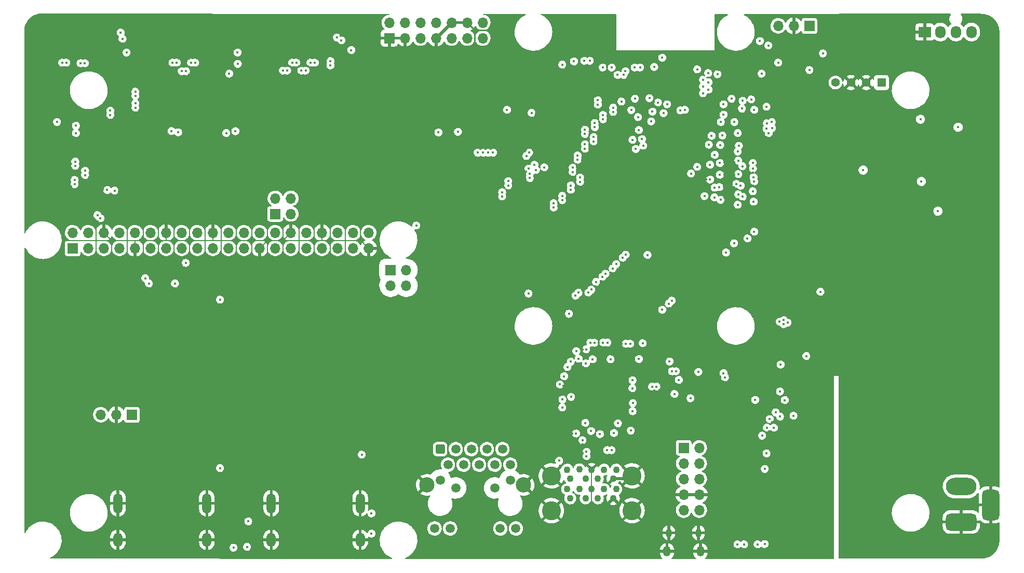
<source format=gbr>
G04 #@! TF.GenerationSoftware,KiCad,Pcbnew,(5.99.0-6751-g76ac8b5acf)*
G04 #@! TF.CreationDate,2021-06-14T13:23:57+01:00*
G04 #@! TF.ProjectId,CM4IOUSB3,434d3449-4f55-4534-9233-2e6b69636164,rev?*
G04 #@! TF.SameCoordinates,Original*
G04 #@! TF.FileFunction,Copper,L2,Inr*
G04 #@! TF.FilePolarity,Positive*
%FSLAX46Y46*%
G04 Gerber Fmt 4.6, Leading zero omitted, Abs format (unit mm)*
G04 Created by KiCad (PCBNEW (5.99.0-6751-g76ac8b5acf)) date 2021-06-14 13:23:57*
%MOMM*%
%LPD*%
G01*
G04 APERTURE LIST*
G04 Aperture macros list*
%AMRoundRect*
0 Rectangle with rounded corners*
0 $1 Rounding radius*
0 $2 $3 $4 $5 $6 $7 $8 $9 X,Y pos of 4 corners*
0 Add a 4 corners polygon primitive as box body*
4,1,4,$2,$3,$4,$5,$6,$7,$8,$9,$2,$3,0*
0 Add four circle primitives for the rounded corners*
1,1,$1+$1,$2,$3,0*
1,1,$1+$1,$4,$5,0*
1,1,$1+$1,$6,$7,0*
1,1,$1+$1,$8,$9,0*
0 Add four rect primitives between the rounded corners*
20,1,$1+$1,$2,$3,$4,$5,0*
20,1,$1+$1,$4,$5,$6,$7,0*
20,1,$1+$1,$6,$7,$8,$9,0*
20,1,$1+$1,$8,$9,$2,$3,0*%
G04 Aperture macros list end*
G04 #@! TA.AperFunction,ComponentPad*
%ADD10R,1.700000X1.700000*%
G04 #@! TD*
G04 #@! TA.AperFunction,ComponentPad*
%ADD11O,1.700000X1.700000*%
G04 #@! TD*
G04 #@! TA.AperFunction,ComponentPad*
%ADD12O,1.300000X1.700000*%
G04 #@! TD*
G04 #@! TA.AperFunction,ComponentPad*
%ADD13O,1.000000X1.400000*%
G04 #@! TD*
G04 #@! TA.AperFunction,ComponentPad*
%ADD14O,5.000000X2.800000*%
G04 #@! TD*
G04 #@! TA.AperFunction,ComponentPad*
%ADD15RoundRect,0.700000X1.800000X-0.700000X1.800000X0.700000X-1.800000X0.700000X-1.800000X-0.700000X0*%
G04 #@! TD*
G04 #@! TA.AperFunction,ComponentPad*
%ADD16RoundRect,0.700000X0.700000X-1.800000X0.700000X1.800000X-0.700000X1.800000X-0.700000X-1.800000X0*%
G04 #@! TD*
G04 #@! TA.AperFunction,ComponentPad*
%ADD17RoundRect,0.250500X-0.499500X-0.499500X0.499500X-0.499500X0.499500X0.499500X-0.499500X0.499500X0*%
G04 #@! TD*
G04 #@! TA.AperFunction,ComponentPad*
%ADD18C,1.500000*%
G04 #@! TD*
G04 #@! TA.AperFunction,ComponentPad*
%ADD19C,2.500000*%
G04 #@! TD*
G04 #@! TA.AperFunction,ComponentPad*
%ADD20O,1.500000X3.300000*%
G04 #@! TD*
G04 #@! TA.AperFunction,ComponentPad*
%ADD21O,1.500000X2.300000*%
G04 #@! TD*
G04 #@! TA.AperFunction,ComponentPad*
%ADD22R,2.030000X1.730000*%
G04 #@! TD*
G04 #@! TA.AperFunction,ComponentPad*
%ADD23O,1.730000X2.030000*%
G04 #@! TD*
G04 #@! TA.AperFunction,ComponentPad*
%ADD24C,0.500000*%
G04 #@! TD*
G04 #@! TA.AperFunction,ComponentPad*
%ADD25R,1.408000X1.408000*%
G04 #@! TD*
G04 #@! TA.AperFunction,ComponentPad*
%ADD26C,1.408000*%
G04 #@! TD*
G04 #@! TA.AperFunction,ComponentPad*
%ADD27C,3.100000*%
G04 #@! TD*
G04 #@! TA.AperFunction,ComponentPad*
%ADD28C,1.100000*%
G04 #@! TD*
G04 #@! TA.AperFunction,ViaPad*
%ADD29C,0.450000*%
G04 #@! TD*
G04 #@! TA.AperFunction,Conductor*
%ADD30C,0.130000*%
G04 #@! TD*
G04 #@! TA.AperFunction,Conductor*
%ADD31C,0.200000*%
G04 #@! TD*
G04 #@! TA.AperFunction,Conductor*
%ADD32C,0.500000*%
G04 #@! TD*
G04 #@! TA.AperFunction,Conductor*
%ADD33C,0.230000*%
G04 #@! TD*
G04 #@! TA.AperFunction,Conductor*
%ADD34C,0.254000*%
G04 #@! TD*
G04 APERTURE END LIST*
D10*
X97040000Y-136000000D03*
D11*
X94500000Y-136000000D03*
X91960000Y-136000000D03*
D10*
X87370000Y-108820000D03*
D11*
X87370000Y-106280000D03*
X89910000Y-108820000D03*
X89910000Y-106280000D03*
X92450000Y-108820000D03*
X92450000Y-106280000D03*
X94990000Y-108820000D03*
X94990000Y-106280000D03*
X97530000Y-108820000D03*
X97530000Y-106280000D03*
X100070000Y-108820000D03*
X100070000Y-106280000D03*
X102610000Y-108820000D03*
X102610000Y-106280000D03*
X105150000Y-108820000D03*
X105150000Y-106280000D03*
X107690000Y-108820000D03*
X107690000Y-106280000D03*
X110230000Y-108820000D03*
X110230000Y-106280000D03*
X112770000Y-108820000D03*
X112770000Y-106280000D03*
X115310000Y-108820000D03*
X115310000Y-106280000D03*
X117850000Y-108820000D03*
X117850000Y-106280000D03*
X120390000Y-108820000D03*
X120390000Y-106280000D03*
X122930000Y-108820000D03*
X122930000Y-106280000D03*
X125470000Y-108820000D03*
X125470000Y-106280000D03*
X128010000Y-108820000D03*
X128010000Y-106280000D03*
X130550000Y-108820000D03*
X130550000Y-106280000D03*
X133090000Y-108820000D03*
X133090000Y-106280000D03*
X135630000Y-108820000D03*
X135630000Y-106280000D03*
D10*
X139230000Y-112370000D03*
D11*
X141770000Y-112370000D03*
X139230000Y-114910000D03*
X141770000Y-114910000D03*
D12*
X189725000Y-158300000D03*
D13*
X184575000Y-155270000D03*
D12*
X184275000Y-158300000D03*
D13*
X189425000Y-155270000D03*
D14*
X232250000Y-147700000D03*
D15*
X232250000Y-153500000D03*
D16*
X237050000Y-150700000D03*
D17*
X147285000Y-141610000D03*
D18*
X148555000Y-144150000D03*
X149825000Y-141610000D03*
X151095000Y-144150000D03*
X152365000Y-141610000D03*
X153635000Y-144150000D03*
X154905000Y-141610000D03*
X156175000Y-144150000D03*
X157445000Y-141610000D03*
X158715000Y-144150000D03*
X147285000Y-146670000D03*
X149825000Y-147940000D03*
X156175000Y-147940000D03*
X158715000Y-146670000D03*
X146370000Y-154560000D03*
X148910000Y-154560000D03*
X157090000Y-154560000D03*
X159630000Y-154560000D03*
D19*
X145125000Y-147450000D03*
X160875000Y-147450000D03*
D20*
X134250000Y-150450000D03*
X119750000Y-150450000D03*
D21*
X119750000Y-156410000D03*
X134250000Y-156410000D03*
D20*
X109250000Y-150450000D03*
X94750000Y-150450000D03*
D21*
X94750000Y-156410000D03*
X109250000Y-156410000D03*
D22*
X226300000Y-73500000D03*
D23*
X228840000Y-73500000D03*
X231380000Y-73500000D03*
X233920000Y-73500000D03*
D24*
X229050000Y-96000000D03*
X226450000Y-96000000D03*
X230350000Y-96000000D03*
X229050000Y-94700000D03*
X227750000Y-96000000D03*
X226450000Y-94700000D03*
X227750000Y-94700000D03*
X230350000Y-94700000D03*
D25*
X219250000Y-81750000D03*
D26*
X216750000Y-81750000D03*
X214250000Y-81750000D03*
X211750000Y-81750000D03*
D10*
X120400000Y-103200000D03*
D11*
X120400000Y-100660000D03*
X122940000Y-103200000D03*
X122940000Y-100660000D03*
D10*
X139000000Y-74500000D03*
D11*
X139000000Y-71960000D03*
X141540000Y-74500000D03*
X141540000Y-71960000D03*
X144080000Y-74500000D03*
X144080000Y-71960000D03*
X146620000Y-74500000D03*
X146620000Y-71960000D03*
X149160000Y-74500000D03*
X149160000Y-71960000D03*
X151700000Y-74500000D03*
X151700000Y-71960000D03*
X154240000Y-74500000D03*
X154240000Y-71960000D03*
D10*
X207500000Y-72500000D03*
D11*
X204960000Y-72500000D03*
X202420000Y-72500000D03*
D27*
X165430000Y-151650000D03*
X178570000Y-151650000D03*
X178570000Y-145970000D03*
X165430000Y-145970000D03*
D28*
X168500000Y-149650000D03*
X171000000Y-149650000D03*
X173000000Y-149650000D03*
X175500000Y-149650000D03*
X176000000Y-148150000D03*
X174000000Y-148150000D03*
X172000000Y-148150000D03*
X170000000Y-148100000D03*
X168000000Y-148150000D03*
X168500000Y-146450000D03*
X171000000Y-146450000D03*
X173000000Y-146450000D03*
X175500000Y-146450000D03*
X176000000Y-144950000D03*
X174000000Y-144950000D03*
X172000000Y-144950000D03*
X170000000Y-144900000D03*
X168000000Y-144950000D03*
D24*
X171262500Y-131162500D03*
X173612500Y-129987500D03*
X175962500Y-132337500D03*
X172437500Y-129987500D03*
X173612500Y-132337500D03*
X174787500Y-134687500D03*
X175962500Y-131162500D03*
X174787500Y-133512500D03*
X171262500Y-134687500D03*
X174787500Y-129987500D03*
X175962500Y-134687500D03*
X172437500Y-132337500D03*
X171262500Y-132337500D03*
X173612500Y-131162500D03*
X171262500Y-129987500D03*
X172437500Y-133512500D03*
X171262500Y-133512500D03*
X172437500Y-134687500D03*
X174787500Y-131162500D03*
X175962500Y-133512500D03*
X175962500Y-129987500D03*
X174787500Y-132337500D03*
X172437500Y-131162500D03*
X173612500Y-134687500D03*
X173612500Y-133512500D03*
D10*
X187000000Y-141400000D03*
D11*
X189540000Y-141400000D03*
X187000000Y-143940000D03*
X189540000Y-143940000D03*
X187000000Y-146480000D03*
X189540000Y-146480000D03*
X187000000Y-149020000D03*
X189540000Y-149020000D03*
X187000000Y-151560000D03*
X189540000Y-151560000D03*
D29*
X117450000Y-72900000D03*
X204900000Y-138400000D03*
X213150000Y-134200000D03*
X193680000Y-157550000D03*
X224400000Y-95350000D03*
X169600000Y-95500000D03*
X193516744Y-98774022D03*
X207350000Y-156400000D03*
X163965000Y-136052500D03*
X124250000Y-80500000D03*
X161200000Y-90400000D03*
X168575000Y-126550000D03*
X107750000Y-77844990D03*
X158900000Y-89100000D03*
X96250000Y-74900000D03*
X169600000Y-96400000D03*
X141150000Y-134912500D03*
X159700000Y-94000000D03*
X196825000Y-135310000D03*
X93000000Y-122500000D03*
X129500000Y-151350000D03*
X224400000Y-94000000D03*
X106000000Y-151450000D03*
X88250000Y-77800000D03*
X169950000Y-78200000D03*
X122750000Y-80500000D03*
X130250000Y-77800000D03*
X192450000Y-71000000D03*
X232600000Y-95500000D03*
X125750000Y-77800000D03*
X110350000Y-133912500D03*
X221300000Y-94300000D03*
X156450000Y-132812500D03*
X178200000Y-79200000D03*
X103000000Y-148100000D03*
X193750000Y-146800000D03*
X198194979Y-103600000D03*
X208450000Y-158050000D03*
X236500000Y-122500000D03*
X171650000Y-90250000D03*
X208850000Y-146800000D03*
X101500000Y-148100000D03*
X209850000Y-85200000D03*
X186825000Y-137400000D03*
X98450000Y-147812500D03*
X106000000Y-148100000D03*
X106300000Y-79200000D03*
X192750000Y-79700000D03*
X194680000Y-155700000D03*
X180262500Y-131012500D03*
X175200000Y-111400000D03*
X169400000Y-98400000D03*
X91400000Y-104400000D03*
X139050000Y-140975000D03*
X121200000Y-80344990D03*
X112250000Y-79800000D03*
X123500000Y-151400000D03*
X223050000Y-98850000D03*
X161450000Y-102425000D03*
X162938528Y-86815411D03*
X178662500Y-136362500D03*
X101500000Y-157500000D03*
X97050000Y-84500000D03*
X94000000Y-72500000D03*
X165400000Y-131837500D03*
X176550000Y-141500000D03*
X178625000Y-140975000D03*
X191400000Y-158600000D03*
X184700000Y-118600000D03*
X190300000Y-95159958D03*
X224400000Y-98860010D03*
X171750000Y-89450000D03*
X226650000Y-101400000D03*
X144650000Y-131312500D03*
X195200000Y-96800000D03*
X166500000Y-101400000D03*
X85150000Y-79500000D03*
X159800000Y-103630010D03*
X121500000Y-72500000D03*
X86500000Y-157500000D03*
X86500000Y-72500000D03*
X168000000Y-78820010D03*
X164300655Y-102410010D03*
X226650000Y-99600000D03*
X103250000Y-77850000D03*
X198300000Y-98600000D03*
X183500000Y-85700000D03*
X173750000Y-84400000D03*
X126150000Y-79900000D03*
X159700000Y-91600000D03*
X178200000Y-88400000D03*
X114325000Y-93325000D03*
X175350000Y-124237500D03*
X225600000Y-96600000D03*
X168450000Y-100000000D03*
X213150000Y-139800000D03*
X131000000Y-148050000D03*
X231235000Y-96765000D03*
X193600000Y-100500000D03*
X223000000Y-96600000D03*
X236500000Y-132500000D03*
X98250000Y-86300000D03*
X173500000Y-114200000D03*
X226650000Y-100400000D03*
X232600000Y-94000000D03*
X236500000Y-77500000D03*
X190150000Y-79800000D03*
X81500000Y-72500000D03*
X94150000Y-87500000D03*
X214000000Y-155000000D03*
X142350000Y-137725000D03*
X131950000Y-143912500D03*
X123450000Y-143412500D03*
X152750000Y-157250000D03*
X181300000Y-79200000D03*
X170500000Y-140825000D03*
X209000000Y-72500000D03*
X198550000Y-142550000D03*
X225600000Y-95350000D03*
X172500000Y-115000000D03*
X128000000Y-151400000D03*
X81500000Y-152500000D03*
X176300000Y-110300000D03*
X123500000Y-148000000D03*
X225600000Y-94000000D03*
X197250000Y-105300000D03*
X109250000Y-77800000D03*
X156900000Y-99000000D03*
X97550000Y-97175000D03*
X107875000Y-94675000D03*
X114900000Y-151600000D03*
X112250000Y-77760009D03*
X161200000Y-100000000D03*
X149400000Y-137200000D03*
X164300000Y-88010010D03*
X87100000Y-89800000D03*
X102875000Y-99425000D03*
X233500000Y-94000000D03*
X191500000Y-129775000D03*
X161200000Y-98800000D03*
X162900000Y-98800000D03*
X121750000Y-146612500D03*
X180237500Y-134787500D03*
X94150000Y-85900000D03*
X195100000Y-90420010D03*
X161200000Y-97610010D03*
X197950000Y-106600000D03*
X88350000Y-90800000D03*
X110750000Y-77800000D03*
X233500000Y-98000000D03*
X114800000Y-148300000D03*
X126600000Y-119700000D03*
X184975000Y-135750000D03*
X210900000Y-158750000D03*
X115600000Y-138800000D03*
X98500000Y-151400000D03*
X169300000Y-99000000D03*
X196825453Y-91936823D03*
X199700000Y-75800000D03*
X200900000Y-138700000D03*
X175350000Y-71100000D03*
X236500000Y-112500000D03*
X87050000Y-97250000D03*
X180900000Y-87800000D03*
X203900000Y-127600000D03*
X174600000Y-87850000D03*
X107285000Y-123415000D03*
X198219139Y-100361721D03*
X166000000Y-71150000D03*
X196700000Y-96400000D03*
X176925000Y-125385000D03*
X112350000Y-142112500D03*
X176800000Y-111200000D03*
X213000000Y-120800000D03*
X173350000Y-89200000D03*
X167900000Y-100600000D03*
X174600000Y-87150000D03*
X185900000Y-117400000D03*
X209000000Y-132500000D03*
X168700000Y-117000000D03*
X90050000Y-97200000D03*
X131000000Y-151350000D03*
X193100000Y-110025000D03*
X90050000Y-95700000D03*
X162901867Y-93992530D03*
X124250000Y-77800000D03*
X193950000Y-108300000D03*
X182800000Y-86500000D03*
X89750000Y-77800000D03*
X94250000Y-77800000D03*
X192200000Y-132800000D03*
X92250000Y-99200000D03*
X191950000Y-76800000D03*
X225600000Y-98860010D03*
X185000000Y-139425000D03*
X174400000Y-112200000D03*
X125750000Y-79100000D03*
X164300000Y-90410010D03*
X81500000Y-130000000D03*
X129500000Y-148050000D03*
X104000000Y-72500000D03*
X173200000Y-88150000D03*
X232600000Y-98000000D03*
X151600000Y-137800000D03*
X94000000Y-96975000D03*
X173100000Y-91400000D03*
X237000000Y-142000000D03*
X106450000Y-137512500D03*
X196700000Y-102200000D03*
X154650000Y-121312500D03*
X200650000Y-80300000D03*
X162900000Y-103569990D03*
X224400000Y-96600000D03*
X175350000Y-72500000D03*
X161200000Y-95200000D03*
X162900000Y-91600000D03*
X176500000Y-157500000D03*
X179050000Y-124437500D03*
X233500000Y-99000000D03*
X183800000Y-117700000D03*
X208950000Y-139800000D03*
X231215000Y-93885000D03*
X112950000Y-131412500D03*
X214000000Y-157500000D03*
X196825000Y-137210000D03*
X161650000Y-127712500D03*
X190725001Y-128625001D03*
X127250000Y-77800000D03*
X106350000Y-80500000D03*
X104750000Y-79200000D03*
X161150000Y-115600000D03*
X196732552Y-94390137D03*
X85250000Y-77800000D03*
X173200000Y-141525000D03*
X173800000Y-85250000D03*
X236500000Y-157500000D03*
X81500000Y-102500000D03*
X92900000Y-87500000D03*
X189900000Y-131125000D03*
X141100000Y-117175000D03*
X88500000Y-97200000D03*
X127150000Y-139912500D03*
X234050000Y-145550000D03*
X87100000Y-98750000D03*
X193644988Y-92800000D03*
X104750000Y-80600000D03*
X94950000Y-99500000D03*
X171300000Y-116800000D03*
X233500000Y-95500000D03*
X99350000Y-145012500D03*
X159100000Y-124962500D03*
X122750000Y-77800000D03*
X129950000Y-128612500D03*
X161300000Y-96300000D03*
X173050000Y-90500000D03*
X88450000Y-94100000D03*
X222850000Y-136400000D03*
X179450000Y-86100000D03*
X114000000Y-72500000D03*
X175350000Y-73900000D03*
X154050000Y-130112500D03*
X157500000Y-85600000D03*
X134950000Y-141012500D03*
X230250000Y-99500000D03*
X193300000Y-142100000D03*
X121250000Y-77800000D03*
X193600000Y-105000000D03*
X169025000Y-136300000D03*
X171600000Y-92600000D03*
X177500000Y-109100000D03*
X154850000Y-115312500D03*
X88450000Y-98800000D03*
X172500000Y-78200000D03*
X81500000Y-95000000D03*
X112150000Y-116710010D03*
X81500000Y-142500000D03*
X146200000Y-89800000D03*
X183075000Y-131975000D03*
X232600000Y-99000000D03*
X213750000Y-85200000D03*
X104800000Y-90800000D03*
X117750000Y-128712500D03*
X224000000Y-157500000D03*
X107050000Y-147312500D03*
X87500000Y-88100000D03*
X171600000Y-91800000D03*
X236850000Y-94100000D03*
X170550000Y-142300000D03*
X167800000Y-99700000D03*
X200200000Y-140100000D03*
X182100000Y-84900000D03*
X196800000Y-93200000D03*
X195200000Y-94800000D03*
X171000000Y-124400000D03*
X104750000Y-77844990D03*
X179200000Y-90300000D03*
X126500000Y-151350000D03*
X176850000Y-124437500D03*
X197950000Y-157150000D03*
X149250000Y-126612500D03*
X199700000Y-142500000D03*
X131550000Y-135612500D03*
X162900000Y-101210010D03*
X170500000Y-125300000D03*
X155658314Y-75744990D03*
X181325000Y-138650000D03*
X223050000Y-97660010D03*
X155467559Y-137292894D03*
X122750000Y-79100000D03*
X185000000Y-116500000D03*
X206050000Y-158050000D03*
X182175000Y-132000000D03*
X124750000Y-128612500D03*
X155400000Y-139400000D03*
X170450000Y-94450000D03*
X184950000Y-76800000D03*
X114750000Y-89500000D03*
X131050000Y-74100000D03*
X230250000Y-101500000D03*
X118750000Y-135812500D03*
X195100000Y-103600000D03*
X170300000Y-93100000D03*
X173000000Y-113500000D03*
X182300000Y-158600000D03*
X166500000Y-101900000D03*
X103000000Y-90700000D03*
X198326926Y-96450546D03*
X164300000Y-85589990D03*
X230250000Y-102300000D03*
X192133781Y-95193358D03*
X187250000Y-76800000D03*
X154700000Y-92550000D03*
X230250000Y-100400000D03*
X170500000Y-115700000D03*
X174450000Y-85350000D03*
X148600000Y-89910010D03*
X88300000Y-79400000D03*
X213250000Y-146200000D03*
X221300000Y-96500000D03*
X207560000Y-144350000D03*
X154850000Y-116912500D03*
X103150000Y-79100000D03*
X149400000Y-139400000D03*
X86750000Y-77800000D03*
X201150000Y-156800000D03*
X174500000Y-79200000D03*
X103000000Y-151450000D03*
X162900000Y-99989990D03*
X226650000Y-102300000D03*
X114250000Y-77900000D03*
X175800000Y-87350000D03*
X189299680Y-96599671D03*
X96950000Y-82800000D03*
X236500000Y-72500000D03*
X231200000Y-95400000D03*
X201400000Y-137200000D03*
X161200000Y-88000000D03*
X166100000Y-74462500D03*
X159000000Y-97310010D03*
X162900000Y-89200000D03*
X128750000Y-77800000D03*
X195100000Y-85584990D03*
X233500000Y-92400000D03*
X161200000Y-101200000D03*
X221300000Y-95300000D03*
X87050000Y-91250000D03*
X182300000Y-137725000D03*
X134550000Y-123812500D03*
X94150000Y-74500000D03*
X81500000Y-82500000D03*
X104500000Y-148100000D03*
X110250000Y-144112500D03*
X223050000Y-95350000D03*
X99450000Y-115250000D03*
X159800000Y-86700000D03*
X87100000Y-94300000D03*
X205200000Y-77000000D03*
X92850000Y-85900000D03*
X101500000Y-151450000D03*
X109855000Y-118345000D03*
X125050000Y-135712500D03*
X233500000Y-96700000D03*
X192000000Y-92000000D03*
X232700000Y-92400000D03*
X161200000Y-85589990D03*
X108150000Y-78800000D03*
X173150000Y-124237500D03*
X170825000Y-97600000D03*
X103250000Y-140100000D03*
X175119153Y-92754991D03*
X162900000Y-97600000D03*
X232600000Y-96700000D03*
X81500000Y-115000000D03*
X193600000Y-96800000D03*
X92750000Y-77800000D03*
X128000000Y-148050000D03*
X167500000Y-119300000D03*
X210575000Y-120775000D03*
X155500000Y-92600000D03*
X234100000Y-144050000D03*
X163600000Y-157150000D03*
X86750000Y-79500000D03*
X161200000Y-92800000D03*
X126500000Y-148050000D03*
X128050000Y-72550000D03*
X168825000Y-139075000D03*
X164300000Y-92810010D03*
X98250000Y-82800000D03*
X87100000Y-95700000D03*
X157800000Y-101000000D03*
X167700000Y-136825000D03*
X189350000Y-76800000D03*
X167400000Y-131275000D03*
X124250000Y-79150000D03*
X91250000Y-77900000D03*
X198879990Y-95313931D03*
X191200000Y-100400000D03*
X175350000Y-75500000D03*
X153850000Y-92550000D03*
X195226569Y-101006627D03*
X202500000Y-77000000D03*
X104500000Y-151450000D03*
X88450000Y-95800000D03*
X178594990Y-128300000D03*
X143450000Y-105850000D03*
X98150000Y-84500000D03*
X193600000Y-94800000D03*
X175100000Y-112800000D03*
X168600000Y-116400000D03*
X170600000Y-96600000D03*
X196800000Y-90800000D03*
X223000000Y-94200000D03*
X181000000Y-131650000D03*
X190650063Y-97600882D03*
X195100000Y-92000000D03*
X121150000Y-79100000D03*
X220400000Y-135600000D03*
X198550000Y-144850000D03*
X195180800Y-98796776D03*
X153000000Y-137800000D03*
X105500000Y-85400000D03*
X196600000Y-101100000D03*
X192350000Y-75900000D03*
X157750000Y-98960010D03*
X87100000Y-92700000D03*
X106300000Y-77844990D03*
X96950000Y-86300000D03*
X179525000Y-91725000D03*
X127600000Y-79000000D03*
X195150000Y-102400000D03*
X181100000Y-109100000D03*
X104050000Y-114550000D03*
X99800000Y-114550000D03*
X167200000Y-134800000D03*
X176275000Y-137400000D03*
X179700000Y-126900000D03*
X178662500Y-130362500D03*
X166800000Y-131050000D03*
X168575000Y-127325000D03*
X170500000Y-140150000D03*
X178700000Y-134100000D03*
X171050000Y-127600000D03*
X171900000Y-138650000D03*
X178375000Y-138575000D03*
X175075000Y-126925000D03*
X167225000Y-133500000D03*
X228450000Y-102750000D03*
X157400000Y-100350000D03*
X87700000Y-98350000D03*
X87700000Y-97650000D03*
X157400000Y-99650000D03*
X89400000Y-96850000D03*
X158400000Y-98550000D03*
X158400000Y-97850000D03*
X89400000Y-96150000D03*
X161900000Y-97350000D03*
X87800000Y-95350000D03*
X87800000Y-94650000D03*
X161900000Y-96650000D03*
X177500000Y-79900000D03*
X189200000Y-79600000D03*
X94200000Y-99400000D03*
X95500000Y-74600000D03*
X199425000Y-74975000D03*
X131189949Y-74850000D03*
X183718779Y-86740611D03*
X91900000Y-103900000D03*
X93000000Y-99300000D03*
X91400000Y-103400000D03*
X191000000Y-80200000D03*
X177200000Y-80500000D03*
X95200000Y-73600000D03*
X200800000Y-75700000D03*
X181900000Y-86500000D03*
X130450000Y-74400000D03*
X168900000Y-95650000D03*
X97600000Y-83250000D03*
X168900000Y-96350000D03*
X97600000Y-83950000D03*
X170100000Y-97250000D03*
X97600000Y-85150000D03*
X97600000Y-85850000D03*
X170100000Y-97950000D03*
X89350000Y-78600000D03*
X168600000Y-98550000D03*
X88650000Y-78600000D03*
X168600000Y-99250000D03*
X167200000Y-100250000D03*
X93500000Y-86350000D03*
X167200000Y-100950000D03*
X93500000Y-87050000D03*
X165800000Y-101450000D03*
X86350000Y-78500000D03*
X165800000Y-102150000D03*
X85650000Y-78500000D03*
X103650000Y-78500000D03*
X169700000Y-94350000D03*
X169700000Y-93650000D03*
X104350000Y-78500000D03*
X105150000Y-79900000D03*
X170900000Y-92550000D03*
X170900000Y-91850000D03*
X105850000Y-79900000D03*
X106650000Y-78500000D03*
X172300000Y-91350000D03*
X107350000Y-78500000D03*
X172300000Y-90650000D03*
X173000000Y-84650000D03*
X129400000Y-78250000D03*
X173000000Y-85350000D03*
X129400000Y-78950000D03*
X126850000Y-78500000D03*
X175500000Y-85850000D03*
X175500000Y-86550000D03*
X126150000Y-78500000D03*
X125350000Y-79800000D03*
X173850000Y-87050000D03*
X124650000Y-79800000D03*
X173850000Y-87750000D03*
X123850000Y-78500000D03*
X172500000Y-88350000D03*
X123150000Y-78500000D03*
X172500000Y-89050000D03*
X170900000Y-89450000D03*
X122350000Y-79800000D03*
X170900000Y-90150000D03*
X121650000Y-79800000D03*
X201020010Y-136700000D03*
X195760000Y-157150000D03*
X202000000Y-135600000D03*
X201700000Y-138100000D03*
X200570010Y-138100000D03*
X196850000Y-157150000D03*
X199050000Y-157150000D03*
X199800000Y-139400000D03*
X196001924Y-92079994D03*
X198500000Y-106100000D03*
X200500000Y-142300000D03*
X202700000Y-132200000D03*
X202700000Y-136300000D03*
X192950000Y-91950000D03*
X191100000Y-91900000D03*
X192060347Y-93553326D03*
X195801924Y-93020006D03*
X195900000Y-94500000D03*
X192900000Y-94900000D03*
X198275038Y-94900000D03*
X191300000Y-95159967D03*
X189200000Y-95519989D03*
X196571159Y-95412331D03*
X198300000Y-95800000D03*
X188200000Y-96600000D03*
X192900000Y-96800000D03*
X195900000Y-96700000D03*
X191300000Y-97590984D03*
X198400000Y-97200000D03*
X198500000Y-97900000D03*
X192814650Y-98829922D03*
X190400000Y-100300000D03*
X196300000Y-98600000D03*
X192000000Y-100500000D03*
X198275018Y-99500000D03*
X195800000Y-101700000D03*
X195900000Y-100009990D03*
X196600000Y-100400000D03*
X155899999Y-93200001D03*
X162663238Y-95179940D03*
X155100000Y-93200000D03*
X164269990Y-95596020D03*
X154300000Y-93200000D03*
X162903625Y-96029406D03*
X153400000Y-93200000D03*
X161700000Y-95800000D03*
X189400000Y-129000000D03*
X207000000Y-126400000D03*
X166700000Y-143500000D03*
X170950000Y-137325000D03*
X178662500Y-135412500D03*
X185087500Y-128895000D03*
X172150000Y-126925000D03*
X178637500Y-131662500D03*
X173350000Y-139150000D03*
X168625000Y-133075000D03*
X185722500Y-128895000D03*
X169450000Y-139050000D03*
X171100000Y-125300000D03*
X175625000Y-138975000D03*
X181848500Y-131400000D03*
X182551500Y-131400000D03*
X209700000Y-77000000D03*
X161800000Y-93200000D03*
X147000000Y-89900000D03*
X158200000Y-86200000D03*
X162200000Y-86700000D03*
X150200000Y-89800000D03*
X161353008Y-93746992D03*
X195200000Y-108000000D03*
X193900000Y-109500000D03*
X180400000Y-92050000D03*
X196500000Y-86000000D03*
X169867563Y-126848151D03*
X186200000Y-130300000D03*
X193500000Y-85305009D03*
X180200000Y-91000000D03*
X168300000Y-119500000D03*
X184552512Y-117847488D03*
X177052512Y-110347488D03*
X177547488Y-109852512D03*
X185047488Y-117352512D03*
X115800000Y-157562500D03*
X113600000Y-157700000D03*
X185500000Y-132600000D03*
X167500000Y-129700000D03*
X188100000Y-133300000D03*
X168028510Y-128208364D03*
X171150000Y-142750000D03*
X171150000Y-142050000D03*
X207500000Y-79700000D03*
X193000000Y-100904756D03*
X96150000Y-76850000D03*
X209290000Y-115910000D03*
X202800000Y-127800000D03*
X105800000Y-111200000D03*
X195250000Y-88200000D03*
X193050000Y-88200000D03*
X132795001Y-76445001D03*
X114250000Y-76850000D03*
X187200000Y-86200000D03*
X186450000Y-86300000D03*
X184700000Y-127300000D03*
X84800000Y-88200000D03*
X116000000Y-153400000D03*
X183500000Y-77700000D03*
X204900000Y-136150000D03*
X200200000Y-144850000D03*
X200200000Y-157100000D03*
X176000000Y-111400000D03*
X183500000Y-118850000D03*
X194800000Y-84400000D03*
X181400000Y-84300000D03*
X198000000Y-84500000D03*
X175254910Y-79300000D03*
X195600000Y-98300000D03*
X192046881Y-98904712D03*
X180300000Y-124300000D03*
X175400000Y-112100000D03*
X173752512Y-113447488D03*
X177575000Y-124400000D03*
X178275000Y-124400000D03*
X174247488Y-112952512D03*
X174562500Y-124200000D03*
X171947488Y-115552512D03*
X173862500Y-124200000D03*
X171452512Y-116047488D03*
X169500000Y-125600000D03*
X172700000Y-114300000D03*
X172450000Y-124237500D03*
X169847488Y-116052512D03*
X169352512Y-116547488D03*
X171750000Y-124237500D03*
X198400000Y-101200000D03*
X136100000Y-155400000D03*
X181100000Y-109900000D03*
X136100000Y-152100000D03*
X225600000Y-87750000D03*
X225750000Y-97900000D03*
X112400000Y-90000000D03*
X104575000Y-89875000D03*
X87900000Y-90000000D03*
X112900000Y-80300000D03*
X87900000Y-88800000D03*
X113900000Y-89700000D03*
X103498133Y-89679990D03*
X114300000Y-78700000D03*
X179050000Y-84400000D03*
X176200000Y-80500000D03*
X178450000Y-86250000D03*
X169100000Y-78300000D03*
X171700000Y-78200000D03*
X179700000Y-89500000D03*
X182800000Y-85000000D03*
X179000000Y-79300000D03*
X179900000Y-79300000D03*
X184300000Y-85300000D03*
X193500000Y-87000000D03*
X198500000Y-86200000D03*
X179175000Y-92600000D03*
X134500000Y-142500000D03*
X199700000Y-80300000D03*
X192500000Y-80400000D03*
X167200000Y-78820010D03*
X179550000Y-87400000D03*
X170800000Y-78200000D03*
X176850000Y-84850000D03*
X193725000Y-129875000D03*
X191050000Y-81700000D03*
X190150000Y-81300000D03*
X203300000Y-121200000D03*
X191050000Y-82900000D03*
X200550000Y-88400000D03*
X216250000Y-96050000D03*
X111400000Y-117200000D03*
X202650000Y-120800000D03*
X203950000Y-120950000D03*
X231750000Y-89050000D03*
X201400000Y-89200000D03*
X200500000Y-89300000D03*
X193500000Y-129200000D03*
X201350000Y-88200000D03*
X99200000Y-113700000D03*
X190150000Y-82400000D03*
X190150000Y-83500000D03*
X200500000Y-85700000D03*
X111400000Y-144700000D03*
X203300000Y-120550000D03*
X200850000Y-90000000D03*
X161700000Y-116200000D03*
X182200000Y-79200000D03*
X196600000Y-84720010D03*
X143400000Y-105100000D03*
X178650000Y-91100000D03*
X173800000Y-79300000D03*
X181700000Y-88100000D03*
X195800000Y-90000000D03*
X191550000Y-90450000D03*
X202400000Y-78500000D03*
X198650000Y-133575000D03*
X193300000Y-90400000D03*
X197400000Y-107200000D03*
X203479990Y-133600000D03*
X174536000Y-141767114D03*
X175239000Y-141767114D03*
D30*
X108950000Y-104850000D02*
X109000000Y-104800000D01*
X91150000Y-105450000D02*
X91150000Y-104850000D01*
X129250000Y-107600000D02*
X134360000Y-107600000D01*
X93700000Y-107600000D02*
X93700000Y-110100000D01*
D31*
X172000000Y-150300000D02*
X172000000Y-144950000D01*
D30*
X93600000Y-110200000D02*
X96300000Y-110200000D01*
X114050000Y-105650000D02*
X114050000Y-104850000D01*
X124200000Y-110200000D02*
X126700000Y-110200000D01*
X137100000Y-105400000D02*
X136500000Y-104800000D01*
X114050000Y-110150000D02*
X114000000Y-110200000D01*
X124250000Y-109550000D02*
X124250000Y-110150000D01*
X131700000Y-104800000D02*
X129300000Y-104800000D01*
X98850000Y-104850000D02*
X98900000Y-104800000D01*
X119100000Y-110200000D02*
X121700000Y-110200000D01*
X86000000Y-105200000D02*
X86000000Y-107100000D01*
X119100000Y-105550000D02*
X119100000Y-109800000D01*
X128010000Y-106330000D02*
X128010000Y-107532081D01*
X121660000Y-107600000D02*
X121660000Y-109590000D01*
X124250000Y-110150000D02*
X124200000Y-110200000D01*
X102610000Y-107532081D02*
X102600000Y-107542081D01*
X86000000Y-110000000D02*
X86200000Y-110200000D01*
X101400000Y-104800000D02*
X98900000Y-104800000D01*
X86400000Y-104800000D02*
X86000000Y-105200000D01*
X134360000Y-107600000D02*
X135630000Y-108870000D01*
X114050000Y-107600000D02*
X119200000Y-107600000D01*
X106450000Y-107600000D02*
X106400000Y-107550000D01*
X121660000Y-107600000D02*
X129250000Y-107600000D01*
X111550000Y-109750000D02*
X111550000Y-110150000D01*
X103900000Y-105250000D02*
X103900000Y-110100000D01*
X126750000Y-105250000D02*
X126750000Y-107450000D01*
X119200000Y-107600000D02*
X121660000Y-107600000D01*
X97530000Y-107667919D02*
X97597919Y-107600000D01*
X116600000Y-105700000D02*
X116600000Y-104900000D01*
X126750000Y-107450000D02*
X126750000Y-110150000D01*
X91150000Y-105450000D02*
X91150000Y-109750000D01*
X114050000Y-104850000D02*
X114100000Y-104800000D01*
X106400000Y-109650000D02*
X106400000Y-110200000D01*
X98900000Y-104800000D02*
X96200000Y-104800000D01*
X126750000Y-110150000D02*
X126700000Y-110200000D01*
X98850000Y-110150000D02*
X98900000Y-110200000D01*
X121600000Y-104800000D02*
X119100000Y-104800000D01*
X119100000Y-109800000D02*
X119100000Y-110200000D01*
X111500000Y-104800000D02*
X109000000Y-104800000D01*
X131850000Y-104950000D02*
X131700000Y-104800000D01*
X102600000Y-107542081D02*
X102600000Y-107600000D01*
X101350000Y-105150000D02*
X101350000Y-104850000D01*
X121660000Y-104860000D02*
X121600000Y-104800000D01*
X93700000Y-110100000D02*
X93600000Y-110200000D01*
X116600000Y-104900000D02*
X116700000Y-104800000D01*
X116600000Y-110200000D02*
X119100000Y-110200000D01*
X94400000Y-107600000D02*
X98850000Y-107600000D01*
X91200000Y-104800000D02*
X86400000Y-104800000D01*
X129250000Y-107550000D02*
X129350000Y-107450000D01*
X114050000Y-105650000D02*
X114050000Y-109600000D01*
X96250000Y-105600000D02*
X96250000Y-104850000D01*
X102610000Y-106330000D02*
X102610000Y-107532081D01*
X106400000Y-109650000D02*
X106400000Y-104800000D01*
X91150000Y-110150000D02*
X91200000Y-110200000D01*
X101350000Y-107550000D02*
X101350000Y-105150000D01*
X129350000Y-105500000D02*
X129350000Y-109750000D01*
X126700000Y-104800000D02*
X124200000Y-104800000D01*
X106400000Y-107550000D02*
X103932468Y-107582468D01*
X137100000Y-106203398D02*
X137100000Y-105400000D01*
X119100000Y-105550000D02*
X119100000Y-104800000D01*
D32*
X175500000Y-146450000D02*
X178090000Y-146450000D01*
D30*
X129350000Y-104850000D02*
X129300000Y-104800000D01*
X101350000Y-104850000D02*
X101400000Y-104800000D01*
X102600000Y-107600000D02*
X98850000Y-107600000D01*
X121660000Y-107600000D02*
X121660000Y-104860000D01*
D32*
X146620000Y-74500000D02*
X149160000Y-71960000D01*
D30*
X129350000Y-109750000D02*
X129350000Y-110150000D01*
X86000000Y-107600000D02*
X86000000Y-110000000D01*
X103900000Y-110100000D02*
X103800000Y-110200000D01*
X86200000Y-110200000D02*
X91200000Y-110200000D01*
X131850000Y-110150000D02*
X131900000Y-110200000D01*
X124200000Y-104800000D02*
X121600000Y-104800000D01*
X136500000Y-104800000D02*
X134300000Y-104800000D01*
X134300000Y-104800000D02*
X131700000Y-104800000D01*
D33*
X151700000Y-71960000D02*
X152940000Y-73200000D01*
D30*
X101400000Y-107600000D02*
X101350000Y-107550000D01*
X116700000Y-104800000D02*
X114100000Y-104800000D01*
X108950000Y-110150000D02*
X108900000Y-110200000D01*
X103932468Y-107582468D02*
X102600000Y-107600000D01*
X96250000Y-109600000D02*
X96250000Y-110150000D01*
X91150000Y-104850000D02*
X91200000Y-104800000D01*
X124250000Y-104850000D02*
X124200000Y-104800000D01*
X137100000Y-110000000D02*
X137100000Y-106203398D01*
X101350000Y-110150000D02*
X101400000Y-110200000D01*
X124250000Y-109550000D02*
X124250000Y-104850000D01*
X103900000Y-105250000D02*
X103900000Y-104800000D01*
X106400000Y-104800000D02*
X103900000Y-104800000D01*
X108950000Y-109650000D02*
X108950000Y-110150000D01*
X109000000Y-104800000D02*
X106400000Y-104800000D01*
D33*
X152940000Y-73200000D02*
X152940000Y-75160000D01*
D30*
X91200000Y-110200000D02*
X93600000Y-110200000D01*
X131900000Y-110200000D02*
X136900000Y-110200000D01*
X96200000Y-104800000D02*
X91200000Y-104800000D01*
X91150000Y-109750000D02*
X91150000Y-110150000D01*
X129400000Y-110200000D02*
X131900000Y-110200000D01*
X97530000Y-108870000D02*
X97530000Y-107667919D01*
X93720000Y-107600000D02*
X92450000Y-106330000D01*
X119100000Y-104800000D02*
X116700000Y-104800000D01*
D33*
X152940000Y-73200000D02*
X155000000Y-73200000D01*
D30*
X103800000Y-110200000D02*
X106400000Y-110200000D01*
X121660000Y-110160000D02*
X121700000Y-110200000D01*
X101350000Y-107550000D02*
X101350000Y-110150000D01*
X121660000Y-109590000D02*
X121660000Y-110160000D01*
X108950000Y-105500000D02*
X108950000Y-104850000D01*
X129300000Y-104800000D02*
X126700000Y-104800000D01*
X86000000Y-107600000D02*
X94400000Y-107600000D01*
X98900000Y-110200000D02*
X101400000Y-110200000D01*
X121660000Y-107600000D02*
X122930000Y-106330000D01*
X96250000Y-105600000D02*
X96250000Y-109600000D01*
X111550000Y-104850000D02*
X111500000Y-104800000D01*
X98850000Y-109750000D02*
X98850000Y-110150000D01*
X131850000Y-105600000D02*
X131850000Y-104950000D01*
X131850000Y-109650000D02*
X131850000Y-110150000D01*
X101400000Y-110200000D02*
X103800000Y-110200000D01*
X108900000Y-110200000D02*
X111500000Y-110200000D01*
X98850000Y-105450000D02*
X98850000Y-104850000D01*
X129350000Y-110150000D02*
X129400000Y-110200000D01*
X136900000Y-110200000D02*
X137100000Y-110000000D01*
X131850000Y-105600000D02*
X131850000Y-109650000D01*
X114050000Y-109600000D02*
X114050000Y-110150000D01*
X111550000Y-110150000D02*
X111500000Y-110200000D01*
X110230000Y-107532081D02*
X110297919Y-107600000D01*
X96250000Y-110150000D02*
X96300000Y-110200000D01*
X98850000Y-109750000D02*
X98850000Y-105450000D01*
X110230000Y-106330000D02*
X110230000Y-107532081D01*
X106450000Y-107600000D02*
X114050000Y-107600000D01*
X129350000Y-105500000D02*
X129350000Y-104850000D01*
X121700000Y-110200000D02*
X124200000Y-110200000D01*
X108950000Y-105500000D02*
X108950000Y-109650000D01*
X126750000Y-105250000D02*
X126750000Y-104850000D01*
X111500000Y-110200000D02*
X114000000Y-110200000D01*
X116600000Y-107600000D02*
X116600000Y-110200000D01*
X128010000Y-107532081D02*
X128077919Y-107600000D01*
X134300000Y-107600000D02*
X134300000Y-104800000D01*
X116600000Y-107600000D02*
X116600000Y-105700000D01*
X114100000Y-104800000D02*
X111500000Y-104800000D01*
X111550000Y-105650000D02*
X111550000Y-104850000D01*
X126700000Y-110200000D02*
X129400000Y-110200000D01*
X106400000Y-110200000D02*
X108900000Y-110200000D01*
X114000000Y-110200000D02*
X116600000Y-110200000D01*
X129250000Y-107600000D02*
X129250000Y-107550000D01*
X111550000Y-105650000D02*
X111550000Y-109750000D01*
X96300000Y-110200000D02*
X98900000Y-110200000D01*
X96250000Y-104850000D02*
X96200000Y-104800000D01*
X86000000Y-107100000D02*
X86000000Y-107600000D01*
X117850000Y-108870000D02*
X119120000Y-107600000D01*
X126750000Y-104850000D02*
X126700000Y-104800000D01*
X118950000Y-107600000D02*
X119100000Y-107450000D01*
X103900000Y-104800000D02*
X101400000Y-104800000D01*
D31*
X230433667Y-70680324D02*
X230422751Y-70696266D01*
X230323558Y-70876697D01*
X230315946Y-70894456D01*
X230253688Y-71090718D01*
X230249671Y-71109618D01*
X230226720Y-71314235D01*
X230226450Y-71333554D01*
X230243679Y-71538732D01*
X230247167Y-71557736D01*
X230303921Y-71755659D01*
X230311034Y-71773623D01*
X230405150Y-71956754D01*
X230415616Y-71972996D01*
X230543511Y-72134359D01*
X230550007Y-72141085D01*
X230521443Y-72158418D01*
X230507917Y-72168281D01*
X230332948Y-72320111D01*
X230321278Y-72332112D01*
X230174392Y-72511251D01*
X230164910Y-72525048D01*
X230112076Y-72617865D01*
X229989816Y-72436265D01*
X229979326Y-72423218D01*
X229819422Y-72255596D01*
X229806885Y-72244504D01*
X229621025Y-72106220D01*
X229606797Y-72097398D01*
X229400295Y-71992407D01*
X229384785Y-71986109D01*
X229163545Y-71917412D01*
X229147195Y-71913817D01*
X228917544Y-71883379D01*
X228900822Y-71882591D01*
X228669326Y-71891282D01*
X228652711Y-71893322D01*
X228425988Y-71940893D01*
X228409953Y-71945703D01*
X228194487Y-72030795D01*
X228179492Y-72038239D01*
X227981443Y-72158418D01*
X227967917Y-72168281D01*
X227819246Y-72297291D01*
X227785984Y-72245533D01*
X227767531Y-72224237D01*
X227657180Y-72128618D01*
X227633475Y-72113383D01*
X227500655Y-72052726D01*
X227473618Y-72044788D01*
X227329089Y-72024008D01*
X227315000Y-72023000D01*
X226554000Y-72023000D01*
X226495809Y-72041907D01*
X226455000Y-72122000D01*
X226455000Y-74878000D01*
X226473907Y-74936191D01*
X226554000Y-74977000D01*
X227315000Y-74977000D01*
X227336044Y-74974738D01*
X227549152Y-74928379D01*
X227581631Y-74914925D01*
X227704467Y-74835984D01*
X227725763Y-74817531D01*
X227821382Y-74707180D01*
X227822865Y-74704872D01*
X227860577Y-74744404D01*
X227873115Y-74755496D01*
X228058975Y-74893780D01*
X228073203Y-74902602D01*
X228279705Y-75007593D01*
X228295215Y-75013891D01*
X228516455Y-75082588D01*
X228532805Y-75086183D01*
X228762456Y-75116621D01*
X228779178Y-75117409D01*
X229010674Y-75108718D01*
X229027289Y-75106678D01*
X229254012Y-75059107D01*
X229270047Y-75054297D01*
X229485513Y-74969205D01*
X229500508Y-74961761D01*
X229698557Y-74841582D01*
X229712083Y-74831719D01*
X229887052Y-74679889D01*
X229898722Y-74667888D01*
X230045608Y-74488749D01*
X230055090Y-74474952D01*
X230107924Y-74382135D01*
X230230184Y-74563734D01*
X230240674Y-74576781D01*
X230400578Y-74744404D01*
X230413115Y-74755496D01*
X230598975Y-74893780D01*
X230613203Y-74902602D01*
X230819705Y-75007593D01*
X230835215Y-75013891D01*
X231056455Y-75082588D01*
X231072805Y-75086183D01*
X231302456Y-75116621D01*
X231319178Y-75117409D01*
X231550674Y-75108718D01*
X231567289Y-75106678D01*
X231794012Y-75059107D01*
X231810047Y-75054297D01*
X232025513Y-74969205D01*
X232040508Y-74961761D01*
X232238557Y-74841582D01*
X232252083Y-74831719D01*
X232427052Y-74679889D01*
X232438722Y-74667888D01*
X232585608Y-74488749D01*
X232595090Y-74474952D01*
X232647924Y-74382135D01*
X232770184Y-74563734D01*
X232780674Y-74576781D01*
X232940578Y-74744404D01*
X232953115Y-74755496D01*
X233138975Y-74893780D01*
X233153203Y-74902602D01*
X233359705Y-75007593D01*
X233375215Y-75013891D01*
X233596455Y-75082588D01*
X233612805Y-75086183D01*
X233842456Y-75116621D01*
X233859178Y-75117409D01*
X234090674Y-75108718D01*
X234107289Y-75106678D01*
X234334012Y-75059107D01*
X234350047Y-75054297D01*
X234565513Y-74969205D01*
X234580508Y-74961761D01*
X234778557Y-74841582D01*
X234792083Y-74831719D01*
X234967052Y-74679889D01*
X234978722Y-74667888D01*
X235125608Y-74488749D01*
X235135090Y-74474952D01*
X235249692Y-74273624D01*
X235256714Y-74258428D01*
X235335757Y-74040670D01*
X235340118Y-74024507D01*
X235381340Y-73796544D01*
X235382810Y-73783591D01*
X235383890Y-73760689D01*
X235384000Y-73756026D01*
X235384000Y-73291074D01*
X235383646Y-73282704D01*
X235369060Y-73110801D01*
X235366239Y-73094300D01*
X235308040Y-72870069D01*
X235302479Y-72854279D01*
X235207332Y-72643061D01*
X235199191Y-72628434D01*
X235069816Y-72436265D01*
X235059326Y-72423218D01*
X234899422Y-72255596D01*
X234886885Y-72244504D01*
X234701025Y-72106220D01*
X234686797Y-72097398D01*
X234480295Y-71992407D01*
X234464785Y-71986109D01*
X234243545Y-71917412D01*
X234227195Y-71913817D01*
X233997544Y-71883379D01*
X233980822Y-71882591D01*
X233749326Y-71891282D01*
X233732711Y-71893322D01*
X233505988Y-71940893D01*
X233489953Y-71945703D01*
X233274487Y-72030795D01*
X233259492Y-72038239D01*
X233061443Y-72158418D01*
X233047917Y-72168281D01*
X232872948Y-72320111D01*
X232861278Y-72332112D01*
X232714392Y-72511251D01*
X232704910Y-72525048D01*
X232652076Y-72617865D01*
X232529816Y-72436265D01*
X232519326Y-72423218D01*
X232359422Y-72255596D01*
X232346885Y-72244504D01*
X232206932Y-72140376D01*
X232317031Y-72012825D01*
X232328168Y-71997036D01*
X232429870Y-71818007D01*
X232437729Y-71800357D01*
X232502722Y-71604984D01*
X232507002Y-71586142D01*
X232532808Y-71381865D01*
X232533579Y-71370838D01*
X232533990Y-71341381D01*
X232533528Y-71330339D01*
X232513436Y-71125422D01*
X232509683Y-71106469D01*
X232450171Y-70909357D01*
X232442808Y-70891493D01*
X232346144Y-70709694D01*
X232335451Y-70693601D01*
X232258296Y-70599000D01*
X235420699Y-70599000D01*
X235439111Y-70602104D01*
X235454327Y-70603474D01*
X235647870Y-70605903D01*
X235953297Y-70638004D01*
X236249975Y-70701065D01*
X236538434Y-70794791D01*
X236815526Y-70918161D01*
X237078181Y-71069805D01*
X237323572Y-71248093D01*
X237548966Y-71451038D01*
X237751911Y-71676432D01*
X237930195Y-71921819D01*
X238081844Y-72184482D01*
X238205206Y-72461557D01*
X238298935Y-72750025D01*
X238361996Y-73046703D01*
X238394097Y-73352130D01*
X238396486Y-73542488D01*
X238397662Y-73556509D01*
X238401000Y-73577901D01*
X238401000Y-147762540D01*
X238389584Y-147754869D01*
X238374160Y-147746389D01*
X238176691Y-147659706D01*
X238160009Y-147654092D01*
X237950310Y-147603748D01*
X237934450Y-147601279D01*
X237757251Y-147588266D01*
X237750000Y-147588000D01*
X237304000Y-147588000D01*
X237245809Y-147606907D01*
X237205000Y-147687000D01*
X237204999Y-150446001D01*
X237205000Y-150446004D01*
X237204999Y-153713000D01*
X237223906Y-153771191D01*
X237273406Y-153807155D01*
X237303999Y-153812000D01*
X237749999Y-153812000D01*
X237758800Y-153811608D01*
X237973604Y-153792437D01*
X237990926Y-153789320D01*
X238198940Y-153732414D01*
X238215438Y-153726279D01*
X238401000Y-153637770D01*
X238401000Y-156420699D01*
X238397896Y-156439111D01*
X238396526Y-156454327D01*
X238394097Y-156647870D01*
X238361995Y-156953302D01*
X238298935Y-157249975D01*
X238205209Y-157538435D01*
X238081841Y-157815523D01*
X237930197Y-158078178D01*
X237751910Y-158323569D01*
X237548963Y-158548965D01*
X237323572Y-158751907D01*
X237078182Y-158930194D01*
X236815520Y-159081843D01*
X236538437Y-159205209D01*
X236249976Y-159298935D01*
X235953292Y-159361997D01*
X235647871Y-159394097D01*
X235546180Y-159395374D01*
X212349000Y-159351188D01*
X212349000Y-152104458D01*
X220847885Y-152104458D01*
X220848276Y-152115677D01*
X220879972Y-152460617D01*
X220881631Y-152471719D01*
X220952171Y-152810853D01*
X220955077Y-152821695D01*
X221063554Y-153150664D01*
X221067668Y-153161108D01*
X221212689Y-153475683D01*
X221217959Y-153485595D01*
X221397658Y-153781730D01*
X221404016Y-153790981D01*
X221616084Y-154064870D01*
X221623448Y-154073341D01*
X221865158Y-154321463D01*
X221873434Y-154329047D01*
X222141678Y-154548212D01*
X222150759Y-154554810D01*
X222442089Y-154742200D01*
X222451860Y-154747727D01*
X222762530Y-154900932D01*
X222772862Y-154905318D01*
X223098879Y-155022370D01*
X223109642Y-155025559D01*
X223446814Y-155104953D01*
X223457869Y-155106902D01*
X223801861Y-155147616D01*
X223813065Y-155148301D01*
X224159454Y-155149812D01*
X224170664Y-155149225D01*
X224514998Y-155111515D01*
X224526069Y-155109662D01*
X224863921Y-155033213D01*
X224874711Y-155030119D01*
X225201737Y-154915917D01*
X225212108Y-154911621D01*
X225524103Y-154761132D01*
X225533921Y-154755690D01*
X225826876Y-154570850D01*
X225836015Y-154564331D01*
X226106161Y-154347515D01*
X226114502Y-154340005D01*
X226358368Y-154094002D01*
X226365806Y-154085594D01*
X226580255Y-153813566D01*
X226586694Y-153804371D01*
X226617865Y-153753999D01*
X229138000Y-153753999D01*
X229138000Y-154199999D01*
X229138392Y-154208800D01*
X229157563Y-154423604D01*
X229160680Y-154440926D01*
X229217586Y-154648940D01*
X229223721Y-154665438D01*
X229316564Y-154860087D01*
X229325524Y-154875237D01*
X229451369Y-155050369D01*
X229462870Y-155063692D01*
X229617739Y-155213771D01*
X229631417Y-155224848D01*
X229810416Y-155345130D01*
X229825840Y-155353610D01*
X230023309Y-155440293D01*
X230039991Y-155445907D01*
X230249690Y-155496251D01*
X230265550Y-155498720D01*
X230442749Y-155511734D01*
X230450000Y-155512000D01*
X231996000Y-155512000D01*
X232054191Y-155493093D01*
X232095000Y-155413000D01*
X232404999Y-155413000D01*
X232423906Y-155471191D01*
X232473406Y-155507155D01*
X232503999Y-155512000D01*
X234049999Y-155512000D01*
X234058800Y-155511608D01*
X234273605Y-155492437D01*
X234290927Y-155489320D01*
X234498941Y-155432414D01*
X234515439Y-155426279D01*
X234710088Y-155333436D01*
X234725238Y-155324476D01*
X234900370Y-155198631D01*
X234913693Y-155187130D01*
X235063772Y-155032261D01*
X235074849Y-155018583D01*
X235195131Y-154839584D01*
X235203611Y-154824160D01*
X235290294Y-154626691D01*
X235295908Y-154610009D01*
X235346252Y-154400310D01*
X235348721Y-154384450D01*
X235361734Y-154207251D01*
X235362000Y-154200000D01*
X235362000Y-153754000D01*
X235343093Y-153695809D01*
X235263000Y-153655000D01*
X232504000Y-153654999D01*
X232445809Y-153673906D01*
X232405000Y-153753999D01*
X232404999Y-155413000D01*
X232095000Y-155413000D01*
X232095001Y-153754000D01*
X232076094Y-153695809D01*
X232026594Y-153659845D01*
X231996001Y-153655000D01*
X229237000Y-153654999D01*
X229178809Y-153673906D01*
X229142845Y-153723406D01*
X229138000Y-153753999D01*
X226617865Y-153753999D01*
X226768971Y-153509815D01*
X226774327Y-153499950D01*
X226922088Y-153186653D01*
X226926293Y-153176245D01*
X227037637Y-152848235D01*
X227040637Y-152837419D01*
X227048761Y-152800000D01*
X229138000Y-152800000D01*
X229138000Y-153246000D01*
X229156907Y-153304191D01*
X229237000Y-153345000D01*
X231996000Y-153345001D01*
X232054191Y-153326094D01*
X232095000Y-153246001D01*
X232095000Y-153246000D01*
X232404999Y-153246000D01*
X232423906Y-153304191D01*
X232473406Y-153340155D01*
X232503999Y-153345000D01*
X235263000Y-153345001D01*
X235321191Y-153326094D01*
X235327593Y-153317282D01*
X235351369Y-153350370D01*
X235362870Y-153363693D01*
X235517739Y-153513772D01*
X235531417Y-153524849D01*
X235710416Y-153645131D01*
X235725840Y-153653611D01*
X235923309Y-153740294D01*
X235939991Y-153745908D01*
X236149690Y-153796252D01*
X236165550Y-153798721D01*
X236342749Y-153811734D01*
X236350000Y-153812000D01*
X236796000Y-153812000D01*
X236854191Y-153793093D01*
X236895000Y-153713000D01*
X236895001Y-150954000D01*
X236876094Y-150895809D01*
X236796001Y-150855000D01*
X235137000Y-150854999D01*
X235078809Y-150873906D01*
X235042845Y-150923406D01*
X235038000Y-150953999D01*
X235038000Y-151937316D01*
X235037130Y-151936308D01*
X234882261Y-151786229D01*
X234868583Y-151775152D01*
X234689584Y-151654870D01*
X234674160Y-151646390D01*
X234476691Y-151559707D01*
X234460009Y-151554093D01*
X234250310Y-151503749D01*
X234234450Y-151501280D01*
X234057251Y-151488266D01*
X234050000Y-151488000D01*
X232504000Y-151488000D01*
X232445809Y-151506907D01*
X232405000Y-151587000D01*
X232404999Y-153246000D01*
X232095000Y-153246000D01*
X232095001Y-151587000D01*
X232076094Y-151528809D01*
X232026594Y-151492845D01*
X231996001Y-151488000D01*
X230450001Y-151488000D01*
X230441200Y-151488392D01*
X230226395Y-151507563D01*
X230209073Y-151510680D01*
X230001059Y-151567586D01*
X229984561Y-151573721D01*
X229789912Y-151666564D01*
X229774762Y-151675524D01*
X229599630Y-151801369D01*
X229586307Y-151812870D01*
X229436228Y-151967739D01*
X229425151Y-151981417D01*
X229304869Y-152160416D01*
X229296389Y-152175840D01*
X229209706Y-152373309D01*
X229204092Y-152389991D01*
X229153748Y-152599690D01*
X229151279Y-152615550D01*
X229138266Y-152792749D01*
X229138000Y-152800000D01*
X227048761Y-152800000D01*
X227114134Y-152498913D01*
X227115890Y-152487825D01*
X227150594Y-152143175D01*
X227151068Y-152135417D01*
X227153976Y-152002160D01*
X227153841Y-151994387D01*
X227134203Y-151648551D01*
X227132932Y-151637398D01*
X227074271Y-151296009D01*
X227071746Y-151285072D01*
X226974815Y-150952517D01*
X226971068Y-150941936D01*
X226837114Y-150622492D01*
X226832193Y-150612402D01*
X226662938Y-150310176D01*
X226656907Y-150300709D01*
X226454527Y-150019585D01*
X226447463Y-150010862D01*
X226214560Y-149754456D01*
X226206553Y-149746588D01*
X225946121Y-149518195D01*
X225937276Y-149511284D01*
X225652663Y-149313841D01*
X225643092Y-149307976D01*
X225337958Y-149144022D01*
X225327784Y-149139278D01*
X225006051Y-149010919D01*
X224995406Y-149007357D01*
X224661210Y-148916245D01*
X224650230Y-148913911D01*
X224307869Y-148861217D01*
X224296696Y-148860141D01*
X223950570Y-148846541D01*
X223939346Y-148846737D01*
X223593905Y-148872408D01*
X223582776Y-148873873D01*
X223242463Y-148938484D01*
X223231572Y-148941200D01*
X222900759Y-149043919D01*
X222890244Y-149047850D01*
X222573187Y-149187359D01*
X222563185Y-149192455D01*
X222263959Y-149366959D01*
X222254599Y-149373155D01*
X221977050Y-149580410D01*
X221968451Y-149587625D01*
X221716148Y-149824968D01*
X221708421Y-149833111D01*
X221484609Y-150097489D01*
X221477854Y-150106453D01*
X221285408Y-150394468D01*
X221279710Y-150404141D01*
X221121106Y-150712091D01*
X221116541Y-150722345D01*
X220993817Y-151046269D01*
X220990441Y-151056975D01*
X220905175Y-151392710D01*
X220903033Y-151403729D01*
X220856322Y-151746957D01*
X220855442Y-151758147D01*
X220847885Y-152104458D01*
X212349000Y-152104458D01*
X212349000Y-147738296D01*
X229146612Y-147738296D01*
X229146938Y-147752622D01*
X229173126Y-148027097D01*
X229175515Y-148041225D01*
X229241050Y-148309045D01*
X229245454Y-148322680D01*
X229348964Y-148578235D01*
X229355291Y-148591092D01*
X229494608Y-148829027D01*
X229502723Y-148840836D01*
X229674928Y-149056168D01*
X229684664Y-149066681D01*
X229886149Y-149254898D01*
X229897300Y-149263896D01*
X230123846Y-149421057D01*
X230136180Y-149428351D01*
X230383040Y-149551162D01*
X230396297Y-149556599D01*
X230658300Y-149642487D01*
X230672203Y-149645954D01*
X230943860Y-149693122D01*
X230955874Y-149694459D01*
X231044641Y-149698878D01*
X231049563Y-149699000D01*
X233418912Y-149699000D01*
X233426076Y-149698740D01*
X233632163Y-149683787D01*
X233646342Y-149681719D01*
X233915579Y-149622277D01*
X233929311Y-149618183D01*
X234187148Y-149520497D01*
X234200145Y-149514464D01*
X234441180Y-149380581D01*
X234453170Y-149372736D01*
X234672353Y-149205461D01*
X234683084Y-149195966D01*
X234875824Y-148998802D01*
X234885073Y-148987858D01*
X235047333Y-148764936D01*
X235047696Y-148764353D01*
X235038266Y-148892749D01*
X235038000Y-148900000D01*
X235038000Y-150446000D01*
X235056907Y-150504191D01*
X235137000Y-150545000D01*
X236796000Y-150545001D01*
X236854191Y-150526094D01*
X236890155Y-150476594D01*
X236895000Y-150446001D01*
X236895001Y-147687000D01*
X236876094Y-147628809D01*
X236826594Y-147592845D01*
X236796001Y-147588000D01*
X236350001Y-147588000D01*
X236341200Y-147588392D01*
X236126396Y-147607563D01*
X236109074Y-147610680D01*
X235901060Y-147667586D01*
X235884562Y-147673721D01*
X235689913Y-147766564D01*
X235674763Y-147775524D01*
X235499631Y-147901369D01*
X235486308Y-147912870D01*
X235336229Y-148067739D01*
X235325152Y-148081417D01*
X235306946Y-148108510D01*
X235337931Y-147951305D01*
X235339678Y-147937084D01*
X235353388Y-147661704D01*
X235353062Y-147647378D01*
X235326874Y-147372903D01*
X235324485Y-147358775D01*
X235258950Y-147090955D01*
X235254546Y-147077320D01*
X235151036Y-146821765D01*
X235144709Y-146808908D01*
X235005392Y-146570973D01*
X234997277Y-146559164D01*
X234825072Y-146343832D01*
X234815336Y-146333319D01*
X234613851Y-146145102D01*
X234602700Y-146136104D01*
X234376154Y-145978943D01*
X234363820Y-145971649D01*
X234116960Y-145848838D01*
X234103703Y-145843401D01*
X233841700Y-145757513D01*
X233827797Y-145754046D01*
X233556140Y-145706878D01*
X233544126Y-145705541D01*
X233455359Y-145701122D01*
X233450437Y-145701000D01*
X231081088Y-145701000D01*
X231073924Y-145701260D01*
X230867837Y-145716213D01*
X230853658Y-145718281D01*
X230584421Y-145777723D01*
X230570689Y-145781817D01*
X230312852Y-145879503D01*
X230299855Y-145885536D01*
X230058820Y-146019419D01*
X230046830Y-146027264D01*
X229827647Y-146194539D01*
X229816916Y-146204034D01*
X229624176Y-146401198D01*
X229614927Y-146412142D01*
X229452667Y-146635064D01*
X229445095Y-146647229D01*
X229316715Y-146891239D01*
X229310979Y-146904370D01*
X229219168Y-147164357D01*
X229215387Y-147178178D01*
X229162069Y-147448695D01*
X229160322Y-147462916D01*
X229146612Y-147738296D01*
X212349000Y-147738296D01*
X212349000Y-124200000D01*
X225243138Y-124200000D01*
X225243138Y-127600000D01*
X231443138Y-127600000D01*
X231443138Y-124200000D01*
X225243138Y-124200000D01*
X212349000Y-124200000D01*
X212349000Y-102828116D01*
X227624776Y-102828116D01*
X227627252Y-102850911D01*
X227664879Y-103015863D01*
X227672533Y-103037478D01*
X227747099Y-103189350D01*
X227759520Y-103208623D01*
X227867024Y-103339268D01*
X227883546Y-103355167D01*
X228018221Y-103457576D01*
X228037957Y-103469248D01*
X228192580Y-103537929D01*
X228214472Y-103544748D01*
X228380747Y-103576016D01*
X228403621Y-103577615D01*
X228572630Y-103569792D01*
X228595257Y-103566087D01*
X228757933Y-103519594D01*
X228779102Y-103510782D01*
X228926719Y-103428112D01*
X228945292Y-103414667D01*
X229069932Y-103300256D01*
X229084915Y-103282898D01*
X229179891Y-103142881D01*
X229190478Y-103122544D01*
X229250697Y-102964434D01*
X229256322Y-102942205D01*
X229278552Y-102774482D01*
X229279407Y-102762251D01*
X229279497Y-102750777D01*
X229278834Y-102738535D01*
X229259241Y-102570484D01*
X229253966Y-102548171D01*
X229196239Y-102389134D01*
X229185972Y-102368631D01*
X229093206Y-102227140D01*
X229078498Y-102209550D01*
X228955671Y-102093195D01*
X228937311Y-102079459D01*
X228791010Y-101994481D01*
X228769983Y-101985338D01*
X228608057Y-101936295D01*
X228585490Y-101932235D01*
X228416625Y-101921759D01*
X228393729Y-101922999D01*
X228226984Y-101951651D01*
X228204988Y-101958125D01*
X228049305Y-102024369D01*
X228029388Y-102035729D01*
X227893121Y-102136010D01*
X227876352Y-102151648D01*
X227766810Y-102280588D01*
X227754088Y-102299664D01*
X227677146Y-102450346D01*
X227669153Y-102471837D01*
X227628939Y-102636178D01*
X227626105Y-102658931D01*
X227624776Y-102828116D01*
X212349000Y-102828116D01*
X212349000Y-97978116D01*
X224924776Y-97978116D01*
X224927252Y-98000911D01*
X224964879Y-98165863D01*
X224972533Y-98187478D01*
X225047099Y-98339350D01*
X225059520Y-98358623D01*
X225167024Y-98489268D01*
X225183546Y-98505167D01*
X225318221Y-98607576D01*
X225337957Y-98619248D01*
X225492580Y-98687929D01*
X225514472Y-98694748D01*
X225680747Y-98726016D01*
X225703621Y-98727615D01*
X225872630Y-98719792D01*
X225895257Y-98716087D01*
X226057933Y-98669594D01*
X226079102Y-98660782D01*
X226226719Y-98578112D01*
X226245292Y-98564667D01*
X226369932Y-98450256D01*
X226384915Y-98432898D01*
X226479891Y-98292881D01*
X226490478Y-98272544D01*
X226550697Y-98114434D01*
X226556322Y-98092205D01*
X226578552Y-97924482D01*
X226579407Y-97912251D01*
X226579497Y-97900777D01*
X226578834Y-97888535D01*
X226559241Y-97720484D01*
X226553966Y-97698171D01*
X226496239Y-97539134D01*
X226485972Y-97518631D01*
X226393206Y-97377140D01*
X226378498Y-97359550D01*
X226255671Y-97243195D01*
X226237311Y-97229459D01*
X226091010Y-97144481D01*
X226069983Y-97135338D01*
X225908057Y-97086295D01*
X225885490Y-97082235D01*
X225716625Y-97071759D01*
X225693729Y-97072999D01*
X225526984Y-97101651D01*
X225504988Y-97108125D01*
X225349305Y-97174369D01*
X225329388Y-97185729D01*
X225193121Y-97286010D01*
X225176352Y-97301648D01*
X225066810Y-97430588D01*
X225054088Y-97449664D01*
X224977146Y-97600346D01*
X224969153Y-97621837D01*
X224928939Y-97786178D01*
X224926105Y-97808931D01*
X224924776Y-97978116D01*
X212349000Y-97978116D01*
X212349000Y-96128116D01*
X215424776Y-96128116D01*
X215427252Y-96150911D01*
X215464879Y-96315863D01*
X215472533Y-96337478D01*
X215547099Y-96489350D01*
X215559520Y-96508623D01*
X215667024Y-96639268D01*
X215683546Y-96655167D01*
X215818221Y-96757576D01*
X215837957Y-96769248D01*
X215992580Y-96837929D01*
X216014472Y-96844748D01*
X216180747Y-96876016D01*
X216203621Y-96877615D01*
X216372630Y-96869792D01*
X216395257Y-96866087D01*
X216557933Y-96819594D01*
X216579102Y-96810782D01*
X216726719Y-96728112D01*
X216745292Y-96714667D01*
X216869932Y-96600256D01*
X216884915Y-96582898D01*
X216979891Y-96442881D01*
X216990478Y-96422544D01*
X217050697Y-96264434D01*
X217056322Y-96242205D01*
X217078552Y-96074482D01*
X217079407Y-96062251D01*
X217079497Y-96050777D01*
X217078834Y-96038535D01*
X217059241Y-95870484D01*
X217053966Y-95848171D01*
X216996239Y-95689134D01*
X216985972Y-95668631D01*
X216893206Y-95527140D01*
X216878498Y-95509550D01*
X216755671Y-95393195D01*
X216737311Y-95379459D01*
X216591010Y-95294481D01*
X216569983Y-95285338D01*
X216408057Y-95236295D01*
X216385490Y-95232235D01*
X216216625Y-95221759D01*
X216193729Y-95222999D01*
X216026984Y-95251651D01*
X216004988Y-95258125D01*
X215849305Y-95324369D01*
X215829388Y-95335729D01*
X215693121Y-95436010D01*
X215676352Y-95451648D01*
X215566810Y-95580588D01*
X215554088Y-95599664D01*
X215477146Y-95750346D01*
X215469153Y-95771837D01*
X215428939Y-95936178D01*
X215426105Y-95958931D01*
X215424776Y-96128116D01*
X212349000Y-96128116D01*
X212349000Y-93700000D01*
X225500000Y-93700000D01*
X225600000Y-93700000D01*
X225600000Y-94568626D01*
X225596688Y-94582161D01*
X225593854Y-94604914D01*
X225592466Y-94781626D01*
X225594942Y-94804422D01*
X225600000Y-94826595D01*
X225600000Y-95868626D01*
X225596688Y-95882161D01*
X225593854Y-95904914D01*
X225592466Y-96081626D01*
X225594942Y-96104422D01*
X225600000Y-96126595D01*
X225600000Y-96900000D01*
X231300000Y-96900000D01*
X231300000Y-93700000D01*
X225600000Y-93700000D01*
X225600000Y-93600000D01*
X225500000Y-93500000D01*
X225500000Y-93700000D01*
X212349000Y-93700000D01*
X212349000Y-89128116D01*
X230924776Y-89128116D01*
X230927252Y-89150911D01*
X230964879Y-89315863D01*
X230972533Y-89337478D01*
X231047099Y-89489350D01*
X231059520Y-89508623D01*
X231167024Y-89639268D01*
X231183546Y-89655167D01*
X231318221Y-89757576D01*
X231337957Y-89769248D01*
X231492580Y-89837929D01*
X231514472Y-89844748D01*
X231680747Y-89876016D01*
X231703621Y-89877615D01*
X231872630Y-89869792D01*
X231895257Y-89866087D01*
X232057933Y-89819594D01*
X232079102Y-89810782D01*
X232226719Y-89728112D01*
X232245292Y-89714667D01*
X232369932Y-89600256D01*
X232384915Y-89582898D01*
X232479891Y-89442881D01*
X232490478Y-89422544D01*
X232550697Y-89264434D01*
X232556322Y-89242205D01*
X232578552Y-89074482D01*
X232579407Y-89062251D01*
X232579497Y-89050777D01*
X232578834Y-89038535D01*
X232559241Y-88870484D01*
X232553966Y-88848171D01*
X232496239Y-88689134D01*
X232485972Y-88668631D01*
X232393206Y-88527140D01*
X232378498Y-88509550D01*
X232255671Y-88393195D01*
X232237311Y-88379459D01*
X232091010Y-88294481D01*
X232069983Y-88285338D01*
X231908057Y-88236295D01*
X231885490Y-88232235D01*
X231716625Y-88221759D01*
X231693729Y-88222999D01*
X231526984Y-88251651D01*
X231504988Y-88258125D01*
X231349305Y-88324369D01*
X231329388Y-88335729D01*
X231193121Y-88436010D01*
X231176352Y-88451648D01*
X231066810Y-88580588D01*
X231054088Y-88599664D01*
X230977146Y-88750346D01*
X230969153Y-88771837D01*
X230928939Y-88936178D01*
X230926105Y-88958931D01*
X230924776Y-89128116D01*
X212349000Y-89128116D01*
X212349000Y-87828116D01*
X224774776Y-87828116D01*
X224777252Y-87850911D01*
X224814879Y-88015863D01*
X224822533Y-88037478D01*
X224897099Y-88189350D01*
X224909520Y-88208623D01*
X225017024Y-88339268D01*
X225033546Y-88355167D01*
X225168221Y-88457576D01*
X225187957Y-88469248D01*
X225342580Y-88537929D01*
X225364472Y-88544748D01*
X225530747Y-88576016D01*
X225553621Y-88577615D01*
X225722630Y-88569792D01*
X225745257Y-88566087D01*
X225907933Y-88519594D01*
X225929102Y-88510782D01*
X226076719Y-88428112D01*
X226095292Y-88414667D01*
X226219932Y-88300256D01*
X226234915Y-88282898D01*
X226329891Y-88142881D01*
X226340478Y-88122544D01*
X226400697Y-87964434D01*
X226406322Y-87942205D01*
X226428552Y-87774482D01*
X226429407Y-87762251D01*
X226429497Y-87750777D01*
X226428834Y-87738535D01*
X226409241Y-87570484D01*
X226403966Y-87548171D01*
X226346239Y-87389134D01*
X226335972Y-87368631D01*
X226243206Y-87227140D01*
X226228498Y-87209550D01*
X226105671Y-87093195D01*
X226087311Y-87079459D01*
X225941010Y-86994481D01*
X225919983Y-86985338D01*
X225758057Y-86936295D01*
X225735490Y-86932235D01*
X225566625Y-86921759D01*
X225543729Y-86922999D01*
X225376984Y-86951651D01*
X225354988Y-86958125D01*
X225199305Y-87024369D01*
X225179388Y-87035729D01*
X225043121Y-87136010D01*
X225026352Y-87151648D01*
X224916810Y-87280588D01*
X224904088Y-87299664D01*
X224827146Y-87450346D01*
X224819153Y-87471837D01*
X224778939Y-87636178D01*
X224776105Y-87658931D01*
X224774776Y-87828116D01*
X212349000Y-87828116D01*
X212349000Y-83104458D01*
X220847885Y-83104458D01*
X220848276Y-83115677D01*
X220879972Y-83460617D01*
X220881631Y-83471719D01*
X220952171Y-83810853D01*
X220955077Y-83821695D01*
X221063554Y-84150664D01*
X221067668Y-84161108D01*
X221212689Y-84475683D01*
X221217959Y-84485595D01*
X221397658Y-84781730D01*
X221404016Y-84790981D01*
X221616084Y-85064870D01*
X221623448Y-85073341D01*
X221865158Y-85321463D01*
X221873434Y-85329047D01*
X222141678Y-85548212D01*
X222150759Y-85554810D01*
X222442089Y-85742200D01*
X222451860Y-85747727D01*
X222762530Y-85900932D01*
X222772862Y-85905318D01*
X223098879Y-86022370D01*
X223109642Y-86025559D01*
X223446814Y-86104953D01*
X223457869Y-86106902D01*
X223801861Y-86147616D01*
X223813065Y-86148301D01*
X224159454Y-86149812D01*
X224170664Y-86149225D01*
X224514998Y-86111515D01*
X224526069Y-86109662D01*
X224863921Y-86033213D01*
X224874711Y-86030119D01*
X225201737Y-85915917D01*
X225212108Y-85911621D01*
X225524103Y-85761132D01*
X225533921Y-85755690D01*
X225826876Y-85570850D01*
X225836015Y-85564331D01*
X226106161Y-85347515D01*
X226114502Y-85340005D01*
X226358368Y-85094002D01*
X226365806Y-85085594D01*
X226580255Y-84813566D01*
X226586694Y-84804371D01*
X226768971Y-84509815D01*
X226774327Y-84499950D01*
X226922088Y-84186653D01*
X226926293Y-84176245D01*
X227037637Y-83848235D01*
X227040637Y-83837419D01*
X227114134Y-83498913D01*
X227115890Y-83487825D01*
X227150594Y-83143175D01*
X227151068Y-83135417D01*
X227153976Y-83002160D01*
X227153841Y-82994387D01*
X227134203Y-82648551D01*
X227132932Y-82637398D01*
X227074271Y-82296009D01*
X227071746Y-82285072D01*
X226974815Y-81952517D01*
X226971068Y-81941936D01*
X226837114Y-81622492D01*
X226832193Y-81612402D01*
X226662938Y-81310176D01*
X226656907Y-81300709D01*
X226454527Y-81019585D01*
X226447463Y-81010862D01*
X226214560Y-80754456D01*
X226206553Y-80746588D01*
X225946121Y-80518195D01*
X225937276Y-80511284D01*
X225652663Y-80313841D01*
X225643092Y-80307976D01*
X225337958Y-80144022D01*
X225327784Y-80139278D01*
X225006051Y-80010919D01*
X224995406Y-80007357D01*
X224661210Y-79916245D01*
X224650230Y-79913911D01*
X224307869Y-79861217D01*
X224296696Y-79860141D01*
X223950570Y-79846541D01*
X223939346Y-79846737D01*
X223593905Y-79872408D01*
X223582776Y-79873873D01*
X223242463Y-79938484D01*
X223231572Y-79941200D01*
X222900759Y-80043919D01*
X222890244Y-80047850D01*
X222573187Y-80187359D01*
X222563185Y-80192455D01*
X222263959Y-80366959D01*
X222254599Y-80373155D01*
X221977050Y-80580410D01*
X221968451Y-80587625D01*
X221716148Y-80824968D01*
X221708421Y-80833111D01*
X221484609Y-81097489D01*
X221477854Y-81106453D01*
X221285408Y-81394468D01*
X221279710Y-81404141D01*
X221121106Y-81712091D01*
X221116541Y-81722345D01*
X220993817Y-82046269D01*
X220990441Y-82056975D01*
X220905175Y-82392710D01*
X220903033Y-82403729D01*
X220856322Y-82746957D01*
X220855442Y-82758147D01*
X220847885Y-83104458D01*
X212349000Y-83104458D01*
X212349000Y-82907878D01*
X212483158Y-82832746D01*
X212498090Y-82822484D01*
X212581458Y-82753147D01*
X213492795Y-82753147D01*
X213502366Y-82813579D01*
X213540628Y-82854110D01*
X213681879Y-82936651D01*
X213697805Y-82944145D01*
X213900995Y-83018502D01*
X213917996Y-83023058D01*
X214131143Y-83060258D01*
X214148682Y-83061731D01*
X214365048Y-83060598D01*
X214382571Y-83058941D01*
X214595316Y-83019511D01*
X214612269Y-83014778D01*
X214814670Y-82938297D01*
X214830516Y-82930637D01*
X214959890Y-82853209D01*
X215000112Y-82807102D01*
X215004927Y-82753147D01*
X215992795Y-82753147D01*
X216002366Y-82813579D01*
X216040628Y-82854110D01*
X216181879Y-82936651D01*
X216197805Y-82944145D01*
X216400995Y-83018502D01*
X216417996Y-83023058D01*
X216631143Y-83060258D01*
X216648682Y-83061731D01*
X216865048Y-83060598D01*
X216882571Y-83058941D01*
X217095316Y-83019511D01*
X217112269Y-83014778D01*
X217314670Y-82938297D01*
X217330516Y-82930637D01*
X217459890Y-82853209D01*
X217500112Y-82807102D01*
X217505551Y-82746159D01*
X217479054Y-82698256D01*
X216820004Y-82039206D01*
X216765487Y-82011429D01*
X216679996Y-82039206D01*
X216020572Y-82698630D01*
X215992795Y-82753147D01*
X215004927Y-82753147D01*
X215005551Y-82746159D01*
X214979054Y-82698256D01*
X214320004Y-82039206D01*
X214265487Y-82011429D01*
X214179996Y-82039206D01*
X213520572Y-82698630D01*
X213492795Y-82753147D01*
X212581458Y-82753147D01*
X212668197Y-82681007D01*
X212681007Y-82668197D01*
X212822484Y-82498090D01*
X212832746Y-82483158D01*
X212940853Y-82290118D01*
X212948222Y-82273567D01*
X212995584Y-82134042D01*
X213044552Y-82277066D01*
X213051712Y-82293145D01*
X213143814Y-82458620D01*
X213188634Y-82500270D01*
X213249377Y-82507621D01*
X213300321Y-82480477D01*
X213960794Y-81820004D01*
X213988571Y-81765487D01*
X213978508Y-81734513D01*
X214511429Y-81734513D01*
X214539206Y-81820004D01*
X215200355Y-82481153D01*
X215254872Y-82508930D01*
X215315304Y-82499359D01*
X215357362Y-82458388D01*
X215453910Y-82280568D01*
X215460900Y-82264415D01*
X215499874Y-82146571D01*
X215544552Y-82277066D01*
X215551712Y-82293145D01*
X215643814Y-82458620D01*
X215688634Y-82500270D01*
X215749377Y-82507621D01*
X215800321Y-82480477D01*
X216460794Y-81820004D01*
X216488571Y-81765487D01*
X216478508Y-81734513D01*
X217011429Y-81734513D01*
X217039206Y-81820004D01*
X217700355Y-82481153D01*
X217754872Y-82508930D01*
X217815304Y-82499359D01*
X217857362Y-82458388D01*
X217942000Y-82302504D01*
X217942000Y-82454000D01*
X217944262Y-82475044D01*
X217989898Y-82684829D01*
X218003352Y-82717308D01*
X218081062Y-82838228D01*
X218099515Y-82859524D01*
X218208145Y-82953652D01*
X218231850Y-82968887D01*
X218362599Y-83028598D01*
X218389636Y-83036536D01*
X218531911Y-83056992D01*
X218546000Y-83058000D01*
X219954000Y-83058000D01*
X219975044Y-83055738D01*
X220184829Y-83010102D01*
X220217308Y-82996648D01*
X220338228Y-82918938D01*
X220359524Y-82900485D01*
X220453652Y-82791855D01*
X220468887Y-82768150D01*
X220528598Y-82637401D01*
X220536536Y-82610364D01*
X220556992Y-82468089D01*
X220558000Y-82454000D01*
X220558000Y-81046000D01*
X220555738Y-81024956D01*
X220510102Y-80815171D01*
X220496648Y-80782692D01*
X220418938Y-80661772D01*
X220400485Y-80640476D01*
X220291855Y-80546348D01*
X220268150Y-80531113D01*
X220137401Y-80471402D01*
X220110364Y-80463464D01*
X219968089Y-80443008D01*
X219954000Y-80442000D01*
X218546000Y-80442000D01*
X218524956Y-80444262D01*
X218315171Y-80489898D01*
X218282692Y-80503352D01*
X218161772Y-80581062D01*
X218140476Y-80599515D01*
X218046348Y-80708145D01*
X218031113Y-80731850D01*
X217971402Y-80862599D01*
X217963464Y-80889636D01*
X217943008Y-81031911D01*
X217942000Y-81046000D01*
X217942000Y-81203440D01*
X217886879Y-81087876D01*
X217877919Y-81072726D01*
X217849148Y-81032687D01*
X217799837Y-80996465D01*
X217738653Y-80996145D01*
X217698748Y-81020454D01*
X217039206Y-81679996D01*
X217011429Y-81734513D01*
X216478508Y-81734513D01*
X216460794Y-81679996D01*
X215802199Y-81021401D01*
X215747682Y-80993624D01*
X215687250Y-81003195D01*
X215648330Y-81038796D01*
X215581780Y-81144885D01*
X215573789Y-81160568D01*
X215499003Y-81346602D01*
X215486163Y-81299665D01*
X215480028Y-81283167D01*
X215386879Y-81087876D01*
X215377919Y-81072726D01*
X215349148Y-81032687D01*
X215299837Y-80996465D01*
X215238653Y-80996145D01*
X215198748Y-81020454D01*
X214539206Y-81679996D01*
X214511429Y-81734513D01*
X213978508Y-81734513D01*
X213960794Y-81679996D01*
X213302199Y-81021401D01*
X213247682Y-80993624D01*
X213187250Y-81003195D01*
X213148330Y-81038796D01*
X213081780Y-81144885D01*
X213073789Y-81160568D01*
X212993703Y-81359787D01*
X212973982Y-81289861D01*
X212967489Y-81272946D01*
X212869632Y-81074512D01*
X212860166Y-81059065D01*
X212727786Y-80881787D01*
X212715663Y-80868323D01*
X212553194Y-80718138D01*
X212538821Y-80707109D01*
X212529745Y-80701382D01*
X213493790Y-80701382D01*
X213495390Y-80762546D01*
X213518708Y-80799506D01*
X214179996Y-81460794D01*
X214234513Y-81488571D01*
X214320004Y-81460794D01*
X214978644Y-80802154D01*
X215006421Y-80747637D01*
X214999096Y-80701382D01*
X215993790Y-80701382D01*
X215995390Y-80762546D01*
X216018708Y-80799506D01*
X216679996Y-81460794D01*
X216734513Y-81488571D01*
X216820004Y-81460794D01*
X217478644Y-80802154D01*
X217506421Y-80747637D01*
X217496850Y-80687205D01*
X217463857Y-80649979D01*
X217391511Y-80601364D01*
X217376087Y-80592884D01*
X217177966Y-80505915D01*
X217161284Y-80500301D01*
X216950894Y-80449791D01*
X216933482Y-80447220D01*
X216717472Y-80434765D01*
X216699880Y-80435318D01*
X216485078Y-80461311D01*
X216467861Y-80464971D01*
X216261058Y-80528592D01*
X216244761Y-80535242D01*
X216052492Y-80634480D01*
X216037634Y-80643909D01*
X216028447Y-80650958D01*
X215993790Y-80701382D01*
X214999096Y-80701382D01*
X214996850Y-80687205D01*
X214963857Y-80649979D01*
X214891511Y-80601364D01*
X214876087Y-80592884D01*
X214677966Y-80505915D01*
X214661284Y-80500301D01*
X214450894Y-80449791D01*
X214433482Y-80447220D01*
X214217472Y-80434765D01*
X214199880Y-80435318D01*
X213985078Y-80461311D01*
X213967861Y-80464971D01*
X213761058Y-80528592D01*
X213744761Y-80535242D01*
X213552492Y-80634480D01*
X213537634Y-80643909D01*
X213528447Y-80650958D01*
X213493790Y-80701382D01*
X212529745Y-80701382D01*
X212351703Y-80589046D01*
X212349000Y-80587669D01*
X212349000Y-73754000D01*
X224673000Y-73754000D01*
X224673000Y-74365000D01*
X224675262Y-74386044D01*
X224721621Y-74599152D01*
X224735075Y-74631631D01*
X224814016Y-74754467D01*
X224832469Y-74775763D01*
X224942820Y-74871382D01*
X224966525Y-74886617D01*
X225099345Y-74947274D01*
X225126382Y-74955212D01*
X225270911Y-74975992D01*
X225285000Y-74977000D01*
X226046000Y-74977000D01*
X226104191Y-74958093D01*
X226145000Y-74878000D01*
X226145000Y-73754000D01*
X226126093Y-73695809D01*
X226046000Y-73655000D01*
X224772000Y-73655000D01*
X224713809Y-73673907D01*
X224673000Y-73754000D01*
X212349000Y-73754000D01*
X212349000Y-72635000D01*
X224673000Y-72635000D01*
X224673000Y-73246000D01*
X224691907Y-73304191D01*
X224772000Y-73345000D01*
X226046000Y-73345000D01*
X226104191Y-73326093D01*
X226145000Y-73246000D01*
X226145000Y-72122000D01*
X226126093Y-72063809D01*
X226046000Y-72023000D01*
X225285000Y-72023000D01*
X225263956Y-72025262D01*
X225050848Y-72071621D01*
X225018369Y-72085075D01*
X224895533Y-72164016D01*
X224874237Y-72182469D01*
X224778618Y-72292820D01*
X224763383Y-72316525D01*
X224702726Y-72449345D01*
X224694788Y-72476382D01*
X224674008Y-72620911D01*
X224673000Y-72635000D01*
X212349000Y-72635000D01*
X212349000Y-70599000D01*
X230501906Y-70599000D01*
X230433667Y-70680324D01*
G04 #@! TA.AperFunction,Conductor*
G36*
X230433667Y-70680324D02*
G01*
X230422751Y-70696266D01*
X230323558Y-70876697D01*
X230315946Y-70894456D01*
X230253688Y-71090718D01*
X230249671Y-71109618D01*
X230226720Y-71314235D01*
X230226450Y-71333554D01*
X230243679Y-71538732D01*
X230247167Y-71557736D01*
X230303921Y-71755659D01*
X230311034Y-71773623D01*
X230405150Y-71956754D01*
X230415616Y-71972996D01*
X230543511Y-72134359D01*
X230550007Y-72141085D01*
X230521443Y-72158418D01*
X230507917Y-72168281D01*
X230332948Y-72320111D01*
X230321278Y-72332112D01*
X230174392Y-72511251D01*
X230164910Y-72525048D01*
X230112076Y-72617865D01*
X229989816Y-72436265D01*
X229979326Y-72423218D01*
X229819422Y-72255596D01*
X229806885Y-72244504D01*
X229621025Y-72106220D01*
X229606797Y-72097398D01*
X229400295Y-71992407D01*
X229384785Y-71986109D01*
X229163545Y-71917412D01*
X229147195Y-71913817D01*
X228917544Y-71883379D01*
X228900822Y-71882591D01*
X228669326Y-71891282D01*
X228652711Y-71893322D01*
X228425988Y-71940893D01*
X228409953Y-71945703D01*
X228194487Y-72030795D01*
X228179492Y-72038239D01*
X227981443Y-72158418D01*
X227967917Y-72168281D01*
X227819246Y-72297291D01*
X227785984Y-72245533D01*
X227767531Y-72224237D01*
X227657180Y-72128618D01*
X227633475Y-72113383D01*
X227500655Y-72052726D01*
X227473618Y-72044788D01*
X227329089Y-72024008D01*
X227315000Y-72023000D01*
X226554000Y-72023000D01*
X226495809Y-72041907D01*
X226455000Y-72122000D01*
X226455000Y-74878000D01*
X226473907Y-74936191D01*
X226554000Y-74977000D01*
X227315000Y-74977000D01*
X227336044Y-74974738D01*
X227549152Y-74928379D01*
X227581631Y-74914925D01*
X227704467Y-74835984D01*
X227725763Y-74817531D01*
X227821382Y-74707180D01*
X227822865Y-74704872D01*
X227860577Y-74744404D01*
X227873115Y-74755496D01*
X228058975Y-74893780D01*
X228073203Y-74902602D01*
X228279705Y-75007593D01*
X228295215Y-75013891D01*
X228516455Y-75082588D01*
X228532805Y-75086183D01*
X228762456Y-75116621D01*
X228779178Y-75117409D01*
X229010674Y-75108718D01*
X229027289Y-75106678D01*
X229254012Y-75059107D01*
X229270047Y-75054297D01*
X229485513Y-74969205D01*
X229500508Y-74961761D01*
X229698557Y-74841582D01*
X229712083Y-74831719D01*
X229887052Y-74679889D01*
X229898722Y-74667888D01*
X230045608Y-74488749D01*
X230055090Y-74474952D01*
X230107924Y-74382135D01*
X230230184Y-74563734D01*
X230240674Y-74576781D01*
X230400578Y-74744404D01*
X230413115Y-74755496D01*
X230598975Y-74893780D01*
X230613203Y-74902602D01*
X230819705Y-75007593D01*
X230835215Y-75013891D01*
X231056455Y-75082588D01*
X231072805Y-75086183D01*
X231302456Y-75116621D01*
X231319178Y-75117409D01*
X231550674Y-75108718D01*
X231567289Y-75106678D01*
X231794012Y-75059107D01*
X231810047Y-75054297D01*
X232025513Y-74969205D01*
X232040508Y-74961761D01*
X232238557Y-74841582D01*
X232252083Y-74831719D01*
X232427052Y-74679889D01*
X232438722Y-74667888D01*
X232585608Y-74488749D01*
X232595090Y-74474952D01*
X232647924Y-74382135D01*
X232770184Y-74563734D01*
X232780674Y-74576781D01*
X232940578Y-74744404D01*
X232953115Y-74755496D01*
X233138975Y-74893780D01*
X233153203Y-74902602D01*
X233359705Y-75007593D01*
X233375215Y-75013891D01*
X233596455Y-75082588D01*
X233612805Y-75086183D01*
X233842456Y-75116621D01*
X233859178Y-75117409D01*
X234090674Y-75108718D01*
X234107289Y-75106678D01*
X234334012Y-75059107D01*
X234350047Y-75054297D01*
X234565513Y-74969205D01*
X234580508Y-74961761D01*
X234778557Y-74841582D01*
X234792083Y-74831719D01*
X234967052Y-74679889D01*
X234978722Y-74667888D01*
X235125608Y-74488749D01*
X235135090Y-74474952D01*
X235249692Y-74273624D01*
X235256714Y-74258428D01*
X235335757Y-74040670D01*
X235340118Y-74024507D01*
X235381340Y-73796544D01*
X235382810Y-73783591D01*
X235383890Y-73760689D01*
X235384000Y-73756026D01*
X235384000Y-73291074D01*
X235383646Y-73282704D01*
X235369060Y-73110801D01*
X235366239Y-73094300D01*
X235308040Y-72870069D01*
X235302479Y-72854279D01*
X235207332Y-72643061D01*
X235199191Y-72628434D01*
X235069816Y-72436265D01*
X235059326Y-72423218D01*
X234899422Y-72255596D01*
X234886885Y-72244504D01*
X234701025Y-72106220D01*
X234686797Y-72097398D01*
X234480295Y-71992407D01*
X234464785Y-71986109D01*
X234243545Y-71917412D01*
X234227195Y-71913817D01*
X233997544Y-71883379D01*
X233980822Y-71882591D01*
X233749326Y-71891282D01*
X233732711Y-71893322D01*
X233505988Y-71940893D01*
X233489953Y-71945703D01*
X233274487Y-72030795D01*
X233259492Y-72038239D01*
X233061443Y-72158418D01*
X233047917Y-72168281D01*
X232872948Y-72320111D01*
X232861278Y-72332112D01*
X232714392Y-72511251D01*
X232704910Y-72525048D01*
X232652076Y-72617865D01*
X232529816Y-72436265D01*
X232519326Y-72423218D01*
X232359422Y-72255596D01*
X232346885Y-72244504D01*
X232206932Y-72140376D01*
X232317031Y-72012825D01*
X232328168Y-71997036D01*
X232429870Y-71818007D01*
X232437729Y-71800357D01*
X232502722Y-71604984D01*
X232507002Y-71586142D01*
X232532808Y-71381865D01*
X232533579Y-71370838D01*
X232533990Y-71341381D01*
X232533528Y-71330339D01*
X232513436Y-71125422D01*
X232509683Y-71106469D01*
X232450171Y-70909357D01*
X232442808Y-70891493D01*
X232346144Y-70709694D01*
X232335451Y-70693601D01*
X232258296Y-70599000D01*
X235420699Y-70599000D01*
X235439111Y-70602104D01*
X235454327Y-70603474D01*
X235647870Y-70605903D01*
X235953297Y-70638004D01*
X236249975Y-70701065D01*
X236538434Y-70794791D01*
X236815526Y-70918161D01*
X237078181Y-71069805D01*
X237323572Y-71248093D01*
X237548966Y-71451038D01*
X237751911Y-71676432D01*
X237930195Y-71921819D01*
X238081844Y-72184482D01*
X238205206Y-72461557D01*
X238298935Y-72750025D01*
X238361996Y-73046703D01*
X238394097Y-73352130D01*
X238396486Y-73542488D01*
X238397662Y-73556509D01*
X238401000Y-73577901D01*
X238401000Y-147762540D01*
X238389584Y-147754869D01*
X238374160Y-147746389D01*
X238176691Y-147659706D01*
X238160009Y-147654092D01*
X237950310Y-147603748D01*
X237934450Y-147601279D01*
X237757251Y-147588266D01*
X237750000Y-147588000D01*
X237304000Y-147588000D01*
X237245809Y-147606907D01*
X237205000Y-147687000D01*
X237204999Y-150446001D01*
X237205000Y-150446004D01*
X237204999Y-153713000D01*
X237223906Y-153771191D01*
X237273406Y-153807155D01*
X237303999Y-153812000D01*
X237749999Y-153812000D01*
X237758800Y-153811608D01*
X237973604Y-153792437D01*
X237990926Y-153789320D01*
X238198940Y-153732414D01*
X238215438Y-153726279D01*
X238401000Y-153637770D01*
X238401000Y-156420699D01*
X238397896Y-156439111D01*
X238396526Y-156454327D01*
X238394097Y-156647870D01*
X238361995Y-156953302D01*
X238298935Y-157249975D01*
X238205209Y-157538435D01*
X238081841Y-157815523D01*
X237930197Y-158078178D01*
X237751910Y-158323569D01*
X237548963Y-158548965D01*
X237323572Y-158751907D01*
X237078182Y-158930194D01*
X236815520Y-159081843D01*
X236538437Y-159205209D01*
X236249976Y-159298935D01*
X235953292Y-159361997D01*
X235647871Y-159394097D01*
X235546180Y-159395374D01*
X212349000Y-159351188D01*
X212349000Y-152104458D01*
X220847885Y-152104458D01*
X220848276Y-152115677D01*
X220879972Y-152460617D01*
X220881631Y-152471719D01*
X220952171Y-152810853D01*
X220955077Y-152821695D01*
X221063554Y-153150664D01*
X221067668Y-153161108D01*
X221212689Y-153475683D01*
X221217959Y-153485595D01*
X221397658Y-153781730D01*
X221404016Y-153790981D01*
X221616084Y-154064870D01*
X221623448Y-154073341D01*
X221865158Y-154321463D01*
X221873434Y-154329047D01*
X222141678Y-154548212D01*
X222150759Y-154554810D01*
X222442089Y-154742200D01*
X222451860Y-154747727D01*
X222762530Y-154900932D01*
X222772862Y-154905318D01*
X223098879Y-155022370D01*
X223109642Y-155025559D01*
X223446814Y-155104953D01*
X223457869Y-155106902D01*
X223801861Y-155147616D01*
X223813065Y-155148301D01*
X224159454Y-155149812D01*
X224170664Y-155149225D01*
X224514998Y-155111515D01*
X224526069Y-155109662D01*
X224863921Y-155033213D01*
X224874711Y-155030119D01*
X225201737Y-154915917D01*
X225212108Y-154911621D01*
X225524103Y-154761132D01*
X225533921Y-154755690D01*
X225826876Y-154570850D01*
X225836015Y-154564331D01*
X226106161Y-154347515D01*
X226114502Y-154340005D01*
X226358368Y-154094002D01*
X226365806Y-154085594D01*
X226580255Y-153813566D01*
X226586694Y-153804371D01*
X226617865Y-153753999D01*
X229138000Y-153753999D01*
X229138000Y-154199999D01*
X229138392Y-154208800D01*
X229157563Y-154423604D01*
X229160680Y-154440926D01*
X229217586Y-154648940D01*
X229223721Y-154665438D01*
X229316564Y-154860087D01*
X229325524Y-154875237D01*
X229451369Y-155050369D01*
X229462870Y-155063692D01*
X229617739Y-155213771D01*
X229631417Y-155224848D01*
X229810416Y-155345130D01*
X229825840Y-155353610D01*
X230023309Y-155440293D01*
X230039991Y-155445907D01*
X230249690Y-155496251D01*
X230265550Y-155498720D01*
X230442749Y-155511734D01*
X230450000Y-155512000D01*
X231996000Y-155512000D01*
X232054191Y-155493093D01*
X232095000Y-155413000D01*
X232404999Y-155413000D01*
X232423906Y-155471191D01*
X232473406Y-155507155D01*
X232503999Y-155512000D01*
X234049999Y-155512000D01*
X234058800Y-155511608D01*
X234273605Y-155492437D01*
X234290927Y-155489320D01*
X234498941Y-155432414D01*
X234515439Y-155426279D01*
X234710088Y-155333436D01*
X234725238Y-155324476D01*
X234900370Y-155198631D01*
X234913693Y-155187130D01*
X235063772Y-155032261D01*
X235074849Y-155018583D01*
X235195131Y-154839584D01*
X235203611Y-154824160D01*
X235290294Y-154626691D01*
X235295908Y-154610009D01*
X235346252Y-154400310D01*
X235348721Y-154384450D01*
X235361734Y-154207251D01*
X235362000Y-154200000D01*
X235362000Y-153754000D01*
X235343093Y-153695809D01*
X235263000Y-153655000D01*
X232504000Y-153654999D01*
X232445809Y-153673906D01*
X232405000Y-153753999D01*
X232404999Y-155413000D01*
X232095000Y-155413000D01*
X232095001Y-153754000D01*
X232076094Y-153695809D01*
X232026594Y-153659845D01*
X231996001Y-153655000D01*
X229237000Y-153654999D01*
X229178809Y-153673906D01*
X229142845Y-153723406D01*
X229138000Y-153753999D01*
X226617865Y-153753999D01*
X226768971Y-153509815D01*
X226774327Y-153499950D01*
X226922088Y-153186653D01*
X226926293Y-153176245D01*
X227037637Y-152848235D01*
X227040637Y-152837419D01*
X227048761Y-152800000D01*
X229138000Y-152800000D01*
X229138000Y-153246000D01*
X229156907Y-153304191D01*
X229237000Y-153345000D01*
X231996000Y-153345001D01*
X232054191Y-153326094D01*
X232095000Y-153246001D01*
X232095000Y-153246000D01*
X232404999Y-153246000D01*
X232423906Y-153304191D01*
X232473406Y-153340155D01*
X232503999Y-153345000D01*
X235263000Y-153345001D01*
X235321191Y-153326094D01*
X235327593Y-153317282D01*
X235351369Y-153350370D01*
X235362870Y-153363693D01*
X235517739Y-153513772D01*
X235531417Y-153524849D01*
X235710416Y-153645131D01*
X235725840Y-153653611D01*
X235923309Y-153740294D01*
X235939991Y-153745908D01*
X236149690Y-153796252D01*
X236165550Y-153798721D01*
X236342749Y-153811734D01*
X236350000Y-153812000D01*
X236796000Y-153812000D01*
X236854191Y-153793093D01*
X236895000Y-153713000D01*
X236895001Y-150954000D01*
X236876094Y-150895809D01*
X236796001Y-150855000D01*
X235137000Y-150854999D01*
X235078809Y-150873906D01*
X235042845Y-150923406D01*
X235038000Y-150953999D01*
X235038000Y-151937316D01*
X235037130Y-151936308D01*
X234882261Y-151786229D01*
X234868583Y-151775152D01*
X234689584Y-151654870D01*
X234674160Y-151646390D01*
X234476691Y-151559707D01*
X234460009Y-151554093D01*
X234250310Y-151503749D01*
X234234450Y-151501280D01*
X234057251Y-151488266D01*
X234050000Y-151488000D01*
X232504000Y-151488000D01*
X232445809Y-151506907D01*
X232405000Y-151587000D01*
X232404999Y-153246000D01*
X232095000Y-153246000D01*
X232095001Y-151587000D01*
X232076094Y-151528809D01*
X232026594Y-151492845D01*
X231996001Y-151488000D01*
X230450001Y-151488000D01*
X230441200Y-151488392D01*
X230226395Y-151507563D01*
X230209073Y-151510680D01*
X230001059Y-151567586D01*
X229984561Y-151573721D01*
X229789912Y-151666564D01*
X229774762Y-151675524D01*
X229599630Y-151801369D01*
X229586307Y-151812870D01*
X229436228Y-151967739D01*
X229425151Y-151981417D01*
X229304869Y-152160416D01*
X229296389Y-152175840D01*
X229209706Y-152373309D01*
X229204092Y-152389991D01*
X229153748Y-152599690D01*
X229151279Y-152615550D01*
X229138266Y-152792749D01*
X229138000Y-152800000D01*
X227048761Y-152800000D01*
X227114134Y-152498913D01*
X227115890Y-152487825D01*
X227150594Y-152143175D01*
X227151068Y-152135417D01*
X227153976Y-152002160D01*
X227153841Y-151994387D01*
X227134203Y-151648551D01*
X227132932Y-151637398D01*
X227074271Y-151296009D01*
X227071746Y-151285072D01*
X226974815Y-150952517D01*
X226971068Y-150941936D01*
X226837114Y-150622492D01*
X226832193Y-150612402D01*
X226662938Y-150310176D01*
X226656907Y-150300709D01*
X226454527Y-150019585D01*
X226447463Y-150010862D01*
X226214560Y-149754456D01*
X226206553Y-149746588D01*
X225946121Y-149518195D01*
X225937276Y-149511284D01*
X225652663Y-149313841D01*
X225643092Y-149307976D01*
X225337958Y-149144022D01*
X225327784Y-149139278D01*
X225006051Y-149010919D01*
X224995406Y-149007357D01*
X224661210Y-148916245D01*
X224650230Y-148913911D01*
X224307869Y-148861217D01*
X224296696Y-148860141D01*
X223950570Y-148846541D01*
X223939346Y-148846737D01*
X223593905Y-148872408D01*
X223582776Y-148873873D01*
X223242463Y-148938484D01*
X223231572Y-148941200D01*
X222900759Y-149043919D01*
X222890244Y-149047850D01*
X222573187Y-149187359D01*
X222563185Y-149192455D01*
X222263959Y-149366959D01*
X222254599Y-149373155D01*
X221977050Y-149580410D01*
X221968451Y-149587625D01*
X221716148Y-149824968D01*
X221708421Y-149833111D01*
X221484609Y-150097489D01*
X221477854Y-150106453D01*
X221285408Y-150394468D01*
X221279710Y-150404141D01*
X221121106Y-150712091D01*
X221116541Y-150722345D01*
X220993817Y-151046269D01*
X220990441Y-151056975D01*
X220905175Y-151392710D01*
X220903033Y-151403729D01*
X220856322Y-151746957D01*
X220855442Y-151758147D01*
X220847885Y-152104458D01*
X212349000Y-152104458D01*
X212349000Y-147738296D01*
X229146612Y-147738296D01*
X229146938Y-147752622D01*
X229173126Y-148027097D01*
X229175515Y-148041225D01*
X229241050Y-148309045D01*
X229245454Y-148322680D01*
X229348964Y-148578235D01*
X229355291Y-148591092D01*
X229494608Y-148829027D01*
X229502723Y-148840836D01*
X229674928Y-149056168D01*
X229684664Y-149066681D01*
X229886149Y-149254898D01*
X229897300Y-149263896D01*
X230123846Y-149421057D01*
X230136180Y-149428351D01*
X230383040Y-149551162D01*
X230396297Y-149556599D01*
X230658300Y-149642487D01*
X230672203Y-149645954D01*
X230943860Y-149693122D01*
X230955874Y-149694459D01*
X231044641Y-149698878D01*
X231049563Y-149699000D01*
X233418912Y-149699000D01*
X233426076Y-149698740D01*
X233632163Y-149683787D01*
X233646342Y-149681719D01*
X233915579Y-149622277D01*
X233929311Y-149618183D01*
X234187148Y-149520497D01*
X234200145Y-149514464D01*
X234441180Y-149380581D01*
X234453170Y-149372736D01*
X234672353Y-149205461D01*
X234683084Y-149195966D01*
X234875824Y-148998802D01*
X234885073Y-148987858D01*
X235047333Y-148764936D01*
X235047696Y-148764353D01*
X235038266Y-148892749D01*
X235038000Y-148900000D01*
X235038000Y-150446000D01*
X235056907Y-150504191D01*
X235137000Y-150545000D01*
X236796000Y-150545001D01*
X236854191Y-150526094D01*
X236890155Y-150476594D01*
X236895000Y-150446001D01*
X236895001Y-147687000D01*
X236876094Y-147628809D01*
X236826594Y-147592845D01*
X236796001Y-147588000D01*
X236350001Y-147588000D01*
X236341200Y-147588392D01*
X236126396Y-147607563D01*
X236109074Y-147610680D01*
X235901060Y-147667586D01*
X235884562Y-147673721D01*
X235689913Y-147766564D01*
X235674763Y-147775524D01*
X235499631Y-147901369D01*
X235486308Y-147912870D01*
X235336229Y-148067739D01*
X235325152Y-148081417D01*
X235306946Y-148108510D01*
X235337931Y-147951305D01*
X235339678Y-147937084D01*
X235353388Y-147661704D01*
X235353062Y-147647378D01*
X235326874Y-147372903D01*
X235324485Y-147358775D01*
X235258950Y-147090955D01*
X235254546Y-147077320D01*
X235151036Y-146821765D01*
X235144709Y-146808908D01*
X235005392Y-146570973D01*
X234997277Y-146559164D01*
X234825072Y-146343832D01*
X234815336Y-146333319D01*
X234613851Y-146145102D01*
X234602700Y-146136104D01*
X234376154Y-145978943D01*
X234363820Y-145971649D01*
X234116960Y-145848838D01*
X234103703Y-145843401D01*
X233841700Y-145757513D01*
X233827797Y-145754046D01*
X233556140Y-145706878D01*
X233544126Y-145705541D01*
X233455359Y-145701122D01*
X233450437Y-145701000D01*
X231081088Y-145701000D01*
X231073924Y-145701260D01*
X230867837Y-145716213D01*
X230853658Y-145718281D01*
X230584421Y-145777723D01*
X230570689Y-145781817D01*
X230312852Y-145879503D01*
X230299855Y-145885536D01*
X230058820Y-146019419D01*
X230046830Y-146027264D01*
X229827647Y-146194539D01*
X229816916Y-146204034D01*
X229624176Y-146401198D01*
X229614927Y-146412142D01*
X229452667Y-146635064D01*
X229445095Y-146647229D01*
X229316715Y-146891239D01*
X229310979Y-146904370D01*
X229219168Y-147164357D01*
X229215387Y-147178178D01*
X229162069Y-147448695D01*
X229160322Y-147462916D01*
X229146612Y-147738296D01*
X212349000Y-147738296D01*
X212349000Y-124200000D01*
X225243138Y-124200000D01*
X225243138Y-127600000D01*
X231443138Y-127600000D01*
X231443138Y-124200000D01*
X225243138Y-124200000D01*
X212349000Y-124200000D01*
X212349000Y-102828116D01*
X227624776Y-102828116D01*
X227627252Y-102850911D01*
X227664879Y-103015863D01*
X227672533Y-103037478D01*
X227747099Y-103189350D01*
X227759520Y-103208623D01*
X227867024Y-103339268D01*
X227883546Y-103355167D01*
X228018221Y-103457576D01*
X228037957Y-103469248D01*
X228192580Y-103537929D01*
X228214472Y-103544748D01*
X228380747Y-103576016D01*
X228403621Y-103577615D01*
X228572630Y-103569792D01*
X228595257Y-103566087D01*
X228757933Y-103519594D01*
X228779102Y-103510782D01*
X228926719Y-103428112D01*
X228945292Y-103414667D01*
X229069932Y-103300256D01*
X229084915Y-103282898D01*
X229179891Y-103142881D01*
X229190478Y-103122544D01*
X229250697Y-102964434D01*
X229256322Y-102942205D01*
X229278552Y-102774482D01*
X229279407Y-102762251D01*
X229279497Y-102750777D01*
X229278834Y-102738535D01*
X229259241Y-102570484D01*
X229253966Y-102548171D01*
X229196239Y-102389134D01*
X229185972Y-102368631D01*
X229093206Y-102227140D01*
X229078498Y-102209550D01*
X228955671Y-102093195D01*
X228937311Y-102079459D01*
X228791010Y-101994481D01*
X228769983Y-101985338D01*
X228608057Y-101936295D01*
X228585490Y-101932235D01*
X228416625Y-101921759D01*
X228393729Y-101922999D01*
X228226984Y-101951651D01*
X228204988Y-101958125D01*
X228049305Y-102024369D01*
X228029388Y-102035729D01*
X227893121Y-102136010D01*
X227876352Y-102151648D01*
X227766810Y-102280588D01*
X227754088Y-102299664D01*
X227677146Y-102450346D01*
X227669153Y-102471837D01*
X227628939Y-102636178D01*
X227626105Y-102658931D01*
X227624776Y-102828116D01*
X212349000Y-102828116D01*
X212349000Y-97978116D01*
X224924776Y-97978116D01*
X224927252Y-98000911D01*
X224964879Y-98165863D01*
X224972533Y-98187478D01*
X225047099Y-98339350D01*
X225059520Y-98358623D01*
X225167024Y-98489268D01*
X225183546Y-98505167D01*
X225318221Y-98607576D01*
X225337957Y-98619248D01*
X225492580Y-98687929D01*
X225514472Y-98694748D01*
X225680747Y-98726016D01*
X225703621Y-98727615D01*
X225872630Y-98719792D01*
X225895257Y-98716087D01*
X226057933Y-98669594D01*
X226079102Y-98660782D01*
X226226719Y-98578112D01*
X226245292Y-98564667D01*
X226369932Y-98450256D01*
X226384915Y-98432898D01*
X226479891Y-98292881D01*
X226490478Y-98272544D01*
X226550697Y-98114434D01*
X226556322Y-98092205D01*
X226578552Y-97924482D01*
X226579407Y-97912251D01*
X226579497Y-97900777D01*
X226578834Y-97888535D01*
X226559241Y-97720484D01*
X226553966Y-97698171D01*
X226496239Y-97539134D01*
X226485972Y-97518631D01*
X226393206Y-97377140D01*
X226378498Y-97359550D01*
X226255671Y-97243195D01*
X226237311Y-97229459D01*
X226091010Y-97144481D01*
X226069983Y-97135338D01*
X225908057Y-97086295D01*
X225885490Y-97082235D01*
X225716625Y-97071759D01*
X225693729Y-97072999D01*
X225526984Y-97101651D01*
X225504988Y-97108125D01*
X225349305Y-97174369D01*
X225329388Y-97185729D01*
X225193121Y-97286010D01*
X225176352Y-97301648D01*
X225066810Y-97430588D01*
X225054088Y-97449664D01*
X224977146Y-97600346D01*
X224969153Y-97621837D01*
X224928939Y-97786178D01*
X224926105Y-97808931D01*
X224924776Y-97978116D01*
X212349000Y-97978116D01*
X212349000Y-96128116D01*
X215424776Y-96128116D01*
X215427252Y-96150911D01*
X215464879Y-96315863D01*
X215472533Y-96337478D01*
X215547099Y-96489350D01*
X215559520Y-96508623D01*
X215667024Y-96639268D01*
X215683546Y-96655167D01*
X215818221Y-96757576D01*
X215837957Y-96769248D01*
X215992580Y-96837929D01*
X216014472Y-96844748D01*
X216180747Y-96876016D01*
X216203621Y-96877615D01*
X216372630Y-96869792D01*
X216395257Y-96866087D01*
X216557933Y-96819594D01*
X216579102Y-96810782D01*
X216726719Y-96728112D01*
X216745292Y-96714667D01*
X216869932Y-96600256D01*
X216884915Y-96582898D01*
X216979891Y-96442881D01*
X216990478Y-96422544D01*
X217050697Y-96264434D01*
X217056322Y-96242205D01*
X217078552Y-96074482D01*
X217079407Y-96062251D01*
X217079497Y-96050777D01*
X217078834Y-96038535D01*
X217059241Y-95870484D01*
X217053966Y-95848171D01*
X216996239Y-95689134D01*
X216985972Y-95668631D01*
X216893206Y-95527140D01*
X216878498Y-95509550D01*
X216755671Y-95393195D01*
X216737311Y-95379459D01*
X216591010Y-95294481D01*
X216569983Y-95285338D01*
X216408057Y-95236295D01*
X216385490Y-95232235D01*
X216216625Y-95221759D01*
X216193729Y-95222999D01*
X216026984Y-95251651D01*
X216004988Y-95258125D01*
X215849305Y-95324369D01*
X215829388Y-95335729D01*
X215693121Y-95436010D01*
X215676352Y-95451648D01*
X215566810Y-95580588D01*
X215554088Y-95599664D01*
X215477146Y-95750346D01*
X215469153Y-95771837D01*
X215428939Y-95936178D01*
X215426105Y-95958931D01*
X215424776Y-96128116D01*
X212349000Y-96128116D01*
X212349000Y-93700000D01*
X225500000Y-93700000D01*
X225600000Y-93700000D01*
X225600000Y-94568626D01*
X225596688Y-94582161D01*
X225593854Y-94604914D01*
X225592466Y-94781626D01*
X225594942Y-94804422D01*
X225600000Y-94826595D01*
X225600000Y-95868626D01*
X225596688Y-95882161D01*
X225593854Y-95904914D01*
X225592466Y-96081626D01*
X225594942Y-96104422D01*
X225600000Y-96126595D01*
X225600000Y-96900000D01*
X231300000Y-96900000D01*
X231300000Y-93700000D01*
X225600000Y-93700000D01*
X225600000Y-93600000D01*
X225500000Y-93500000D01*
X225500000Y-93700000D01*
X212349000Y-93700000D01*
X212349000Y-89128116D01*
X230924776Y-89128116D01*
X230927252Y-89150911D01*
X230964879Y-89315863D01*
X230972533Y-89337478D01*
X231047099Y-89489350D01*
X231059520Y-89508623D01*
X231167024Y-89639268D01*
X231183546Y-89655167D01*
X231318221Y-89757576D01*
X231337957Y-89769248D01*
X231492580Y-89837929D01*
X231514472Y-89844748D01*
X231680747Y-89876016D01*
X231703621Y-89877615D01*
X231872630Y-89869792D01*
X231895257Y-89866087D01*
X232057933Y-89819594D01*
X232079102Y-89810782D01*
X232226719Y-89728112D01*
X232245292Y-89714667D01*
X232369932Y-89600256D01*
X232384915Y-89582898D01*
X232479891Y-89442881D01*
X232490478Y-89422544D01*
X232550697Y-89264434D01*
X232556322Y-89242205D01*
X232578552Y-89074482D01*
X232579407Y-89062251D01*
X232579497Y-89050777D01*
X232578834Y-89038535D01*
X232559241Y-88870484D01*
X232553966Y-88848171D01*
X232496239Y-88689134D01*
X232485972Y-88668631D01*
X232393206Y-88527140D01*
X232378498Y-88509550D01*
X232255671Y-88393195D01*
X232237311Y-88379459D01*
X232091010Y-88294481D01*
X232069983Y-88285338D01*
X231908057Y-88236295D01*
X231885490Y-88232235D01*
X231716625Y-88221759D01*
X231693729Y-88222999D01*
X231526984Y-88251651D01*
X231504988Y-88258125D01*
X231349305Y-88324369D01*
X231329388Y-88335729D01*
X231193121Y-88436010D01*
X231176352Y-88451648D01*
X231066810Y-88580588D01*
X231054088Y-88599664D01*
X230977146Y-88750346D01*
X230969153Y-88771837D01*
X230928939Y-88936178D01*
X230926105Y-88958931D01*
X230924776Y-89128116D01*
X212349000Y-89128116D01*
X212349000Y-87828116D01*
X224774776Y-87828116D01*
X224777252Y-87850911D01*
X224814879Y-88015863D01*
X224822533Y-88037478D01*
X224897099Y-88189350D01*
X224909520Y-88208623D01*
X225017024Y-88339268D01*
X225033546Y-88355167D01*
X225168221Y-88457576D01*
X225187957Y-88469248D01*
X225342580Y-88537929D01*
X225364472Y-88544748D01*
X225530747Y-88576016D01*
X225553621Y-88577615D01*
X225722630Y-88569792D01*
X225745257Y-88566087D01*
X225907933Y-88519594D01*
X225929102Y-88510782D01*
X226076719Y-88428112D01*
X226095292Y-88414667D01*
X226219932Y-88300256D01*
X226234915Y-88282898D01*
X226329891Y-88142881D01*
X226340478Y-88122544D01*
X226400697Y-87964434D01*
X226406322Y-87942205D01*
X226428552Y-87774482D01*
X226429407Y-87762251D01*
X226429497Y-87750777D01*
X226428834Y-87738535D01*
X226409241Y-87570484D01*
X226403966Y-87548171D01*
X226346239Y-87389134D01*
X226335972Y-87368631D01*
X226243206Y-87227140D01*
X226228498Y-87209550D01*
X226105671Y-87093195D01*
X226087311Y-87079459D01*
X225941010Y-86994481D01*
X225919983Y-86985338D01*
X225758057Y-86936295D01*
X225735490Y-86932235D01*
X225566625Y-86921759D01*
X225543729Y-86922999D01*
X225376984Y-86951651D01*
X225354988Y-86958125D01*
X225199305Y-87024369D01*
X225179388Y-87035729D01*
X225043121Y-87136010D01*
X225026352Y-87151648D01*
X224916810Y-87280588D01*
X224904088Y-87299664D01*
X224827146Y-87450346D01*
X224819153Y-87471837D01*
X224778939Y-87636178D01*
X224776105Y-87658931D01*
X224774776Y-87828116D01*
X212349000Y-87828116D01*
X212349000Y-83104458D01*
X220847885Y-83104458D01*
X220848276Y-83115677D01*
X220879972Y-83460617D01*
X220881631Y-83471719D01*
X220952171Y-83810853D01*
X220955077Y-83821695D01*
X221063554Y-84150664D01*
X221067668Y-84161108D01*
X221212689Y-84475683D01*
X221217959Y-84485595D01*
X221397658Y-84781730D01*
X221404016Y-84790981D01*
X221616084Y-85064870D01*
X221623448Y-85073341D01*
X221865158Y-85321463D01*
X221873434Y-85329047D01*
X222141678Y-85548212D01*
X222150759Y-85554810D01*
X222442089Y-85742200D01*
X222451860Y-85747727D01*
X222762530Y-85900932D01*
X222772862Y-85905318D01*
X223098879Y-86022370D01*
X223109642Y-86025559D01*
X223446814Y-86104953D01*
X223457869Y-86106902D01*
X223801861Y-86147616D01*
X223813065Y-86148301D01*
X224159454Y-86149812D01*
X224170664Y-86149225D01*
X224514998Y-86111515D01*
X224526069Y-86109662D01*
X224863921Y-86033213D01*
X224874711Y-86030119D01*
X225201737Y-85915917D01*
X225212108Y-85911621D01*
X225524103Y-85761132D01*
X225533921Y-85755690D01*
X225826876Y-85570850D01*
X225836015Y-85564331D01*
X226106161Y-85347515D01*
X226114502Y-85340005D01*
X226358368Y-85094002D01*
X226365806Y-85085594D01*
X226580255Y-84813566D01*
X226586694Y-84804371D01*
X226768971Y-84509815D01*
X226774327Y-84499950D01*
X226922088Y-84186653D01*
X226926293Y-84176245D01*
X227037637Y-83848235D01*
X227040637Y-83837419D01*
X227114134Y-83498913D01*
X227115890Y-83487825D01*
X227150594Y-83143175D01*
X227151068Y-83135417D01*
X227153976Y-83002160D01*
X227153841Y-82994387D01*
X227134203Y-82648551D01*
X227132932Y-82637398D01*
X227074271Y-82296009D01*
X227071746Y-82285072D01*
X226974815Y-81952517D01*
X226971068Y-81941936D01*
X226837114Y-81622492D01*
X226832193Y-81612402D01*
X226662938Y-81310176D01*
X226656907Y-81300709D01*
X226454527Y-81019585D01*
X226447463Y-81010862D01*
X226214560Y-80754456D01*
X226206553Y-80746588D01*
X225946121Y-80518195D01*
X225937276Y-80511284D01*
X225652663Y-80313841D01*
X225643092Y-80307976D01*
X225337958Y-80144022D01*
X225327784Y-80139278D01*
X225006051Y-80010919D01*
X224995406Y-80007357D01*
X224661210Y-79916245D01*
X224650230Y-79913911D01*
X224307869Y-79861217D01*
X224296696Y-79860141D01*
X223950570Y-79846541D01*
X223939346Y-79846737D01*
X223593905Y-79872408D01*
X223582776Y-79873873D01*
X223242463Y-79938484D01*
X223231572Y-79941200D01*
X222900759Y-80043919D01*
X222890244Y-80047850D01*
X222573187Y-80187359D01*
X222563185Y-80192455D01*
X222263959Y-80366959D01*
X222254599Y-80373155D01*
X221977050Y-80580410D01*
X221968451Y-80587625D01*
X221716148Y-80824968D01*
X221708421Y-80833111D01*
X221484609Y-81097489D01*
X221477854Y-81106453D01*
X221285408Y-81394468D01*
X221279710Y-81404141D01*
X221121106Y-81712091D01*
X221116541Y-81722345D01*
X220993817Y-82046269D01*
X220990441Y-82056975D01*
X220905175Y-82392710D01*
X220903033Y-82403729D01*
X220856322Y-82746957D01*
X220855442Y-82758147D01*
X220847885Y-83104458D01*
X212349000Y-83104458D01*
X212349000Y-82907878D01*
X212483158Y-82832746D01*
X212498090Y-82822484D01*
X212581458Y-82753147D01*
X213492795Y-82753147D01*
X213502366Y-82813579D01*
X213540628Y-82854110D01*
X213681879Y-82936651D01*
X213697805Y-82944145D01*
X213900995Y-83018502D01*
X213917996Y-83023058D01*
X214131143Y-83060258D01*
X214148682Y-83061731D01*
X214365048Y-83060598D01*
X214382571Y-83058941D01*
X214595316Y-83019511D01*
X214612269Y-83014778D01*
X214814670Y-82938297D01*
X214830516Y-82930637D01*
X214959890Y-82853209D01*
X215000112Y-82807102D01*
X215004927Y-82753147D01*
X215992795Y-82753147D01*
X216002366Y-82813579D01*
X216040628Y-82854110D01*
X216181879Y-82936651D01*
X216197805Y-82944145D01*
X216400995Y-83018502D01*
X216417996Y-83023058D01*
X216631143Y-83060258D01*
X216648682Y-83061731D01*
X216865048Y-83060598D01*
X216882571Y-83058941D01*
X217095316Y-83019511D01*
X217112269Y-83014778D01*
X217314670Y-82938297D01*
X217330516Y-82930637D01*
X217459890Y-82853209D01*
X217500112Y-82807102D01*
X217505551Y-82746159D01*
X217479054Y-82698256D01*
X216820004Y-82039206D01*
X216765487Y-82011429D01*
X216679996Y-82039206D01*
X216020572Y-82698630D01*
X215992795Y-82753147D01*
X215004927Y-82753147D01*
X215005551Y-82746159D01*
X214979054Y-82698256D01*
X214320004Y-82039206D01*
X214265487Y-82011429D01*
X214179996Y-82039206D01*
X213520572Y-82698630D01*
X213492795Y-82753147D01*
X212581458Y-82753147D01*
X212668197Y-82681007D01*
X212681007Y-82668197D01*
X212822484Y-82498090D01*
X212832746Y-82483158D01*
X212940853Y-82290118D01*
X212948222Y-82273567D01*
X212995584Y-82134042D01*
X213044552Y-82277066D01*
X213051712Y-82293145D01*
X213143814Y-82458620D01*
X213188634Y-82500270D01*
X213249377Y-82507621D01*
X213300321Y-82480477D01*
X213960794Y-81820004D01*
X213988571Y-81765487D01*
X213978508Y-81734513D01*
X214511429Y-81734513D01*
X214539206Y-81820004D01*
X215200355Y-82481153D01*
X215254872Y-82508930D01*
X215315304Y-82499359D01*
X215357362Y-82458388D01*
X215453910Y-82280568D01*
X215460900Y-82264415D01*
X215499874Y-82146571D01*
X215544552Y-82277066D01*
X215551712Y-82293145D01*
X215643814Y-82458620D01*
X215688634Y-82500270D01*
X215749377Y-82507621D01*
X215800321Y-82480477D01*
X216460794Y-81820004D01*
X216488571Y-81765487D01*
X216478508Y-81734513D01*
X217011429Y-81734513D01*
X217039206Y-81820004D01*
X217700355Y-82481153D01*
X217754872Y-82508930D01*
X217815304Y-82499359D01*
X217857362Y-82458388D01*
X217942000Y-82302504D01*
X217942000Y-82454000D01*
X217944262Y-82475044D01*
X217989898Y-82684829D01*
X218003352Y-82717308D01*
X218081062Y-82838228D01*
X218099515Y-82859524D01*
X218208145Y-82953652D01*
X218231850Y-82968887D01*
X218362599Y-83028598D01*
X218389636Y-83036536D01*
X218531911Y-83056992D01*
X218546000Y-83058000D01*
X219954000Y-83058000D01*
X219975044Y-83055738D01*
X220184829Y-83010102D01*
X220217308Y-82996648D01*
X220338228Y-82918938D01*
X220359524Y-82900485D01*
X220453652Y-82791855D01*
X220468887Y-82768150D01*
X220528598Y-82637401D01*
X220536536Y-82610364D01*
X220556992Y-82468089D01*
X220558000Y-82454000D01*
X220558000Y-81046000D01*
X220555738Y-81024956D01*
X220510102Y-80815171D01*
X220496648Y-80782692D01*
X220418938Y-80661772D01*
X220400485Y-80640476D01*
X220291855Y-80546348D01*
X220268150Y-80531113D01*
X220137401Y-80471402D01*
X220110364Y-80463464D01*
X219968089Y-80443008D01*
X219954000Y-80442000D01*
X218546000Y-80442000D01*
X218524956Y-80444262D01*
X218315171Y-80489898D01*
X218282692Y-80503352D01*
X218161772Y-80581062D01*
X218140476Y-80599515D01*
X218046348Y-80708145D01*
X218031113Y-80731850D01*
X217971402Y-80862599D01*
X217963464Y-80889636D01*
X217943008Y-81031911D01*
X217942000Y-81046000D01*
X217942000Y-81203440D01*
X217886879Y-81087876D01*
X217877919Y-81072726D01*
X217849148Y-81032687D01*
X217799837Y-80996465D01*
X217738653Y-80996145D01*
X217698748Y-81020454D01*
X217039206Y-81679996D01*
X217011429Y-81734513D01*
X216478508Y-81734513D01*
X216460794Y-81679996D01*
X215802199Y-81021401D01*
X215747682Y-80993624D01*
X215687250Y-81003195D01*
X215648330Y-81038796D01*
X215581780Y-81144885D01*
X215573789Y-81160568D01*
X215499003Y-81346602D01*
X215486163Y-81299665D01*
X215480028Y-81283167D01*
X215386879Y-81087876D01*
X215377919Y-81072726D01*
X215349148Y-81032687D01*
X215299837Y-80996465D01*
X215238653Y-80996145D01*
X215198748Y-81020454D01*
X214539206Y-81679996D01*
X214511429Y-81734513D01*
X213978508Y-81734513D01*
X213960794Y-81679996D01*
X213302199Y-81021401D01*
X213247682Y-80993624D01*
X213187250Y-81003195D01*
X213148330Y-81038796D01*
X213081780Y-81144885D01*
X213073789Y-81160568D01*
X212993703Y-81359787D01*
X212973982Y-81289861D01*
X212967489Y-81272946D01*
X212869632Y-81074512D01*
X212860166Y-81059065D01*
X212727786Y-80881787D01*
X212715663Y-80868323D01*
X212553194Y-80718138D01*
X212538821Y-80707109D01*
X212529745Y-80701382D01*
X213493790Y-80701382D01*
X213495390Y-80762546D01*
X213518708Y-80799506D01*
X214179996Y-81460794D01*
X214234513Y-81488571D01*
X214320004Y-81460794D01*
X214978644Y-80802154D01*
X215006421Y-80747637D01*
X214999096Y-80701382D01*
X215993790Y-80701382D01*
X215995390Y-80762546D01*
X216018708Y-80799506D01*
X216679996Y-81460794D01*
X216734513Y-81488571D01*
X216820004Y-81460794D01*
X217478644Y-80802154D01*
X217506421Y-80747637D01*
X217496850Y-80687205D01*
X217463857Y-80649979D01*
X217391511Y-80601364D01*
X217376087Y-80592884D01*
X217177966Y-80505915D01*
X217161284Y-80500301D01*
X216950894Y-80449791D01*
X216933482Y-80447220D01*
X216717472Y-80434765D01*
X216699880Y-80435318D01*
X216485078Y-80461311D01*
X216467861Y-80464971D01*
X216261058Y-80528592D01*
X216244761Y-80535242D01*
X216052492Y-80634480D01*
X216037634Y-80643909D01*
X216028447Y-80650958D01*
X215993790Y-80701382D01*
X214999096Y-80701382D01*
X214996850Y-80687205D01*
X214963857Y-80649979D01*
X214891511Y-80601364D01*
X214876087Y-80592884D01*
X214677966Y-80505915D01*
X214661284Y-80500301D01*
X214450894Y-80449791D01*
X214433482Y-80447220D01*
X214217472Y-80434765D01*
X214199880Y-80435318D01*
X213985078Y-80461311D01*
X213967861Y-80464971D01*
X213761058Y-80528592D01*
X213744761Y-80535242D01*
X213552492Y-80634480D01*
X213537634Y-80643909D01*
X213528447Y-80650958D01*
X213493790Y-80701382D01*
X212529745Y-80701382D01*
X212351703Y-80589046D01*
X212349000Y-80587669D01*
X212349000Y-73754000D01*
X224673000Y-73754000D01*
X224673000Y-74365000D01*
X224675262Y-74386044D01*
X224721621Y-74599152D01*
X224735075Y-74631631D01*
X224814016Y-74754467D01*
X224832469Y-74775763D01*
X224942820Y-74871382D01*
X224966525Y-74886617D01*
X225099345Y-74947274D01*
X225126382Y-74955212D01*
X225270911Y-74975992D01*
X225285000Y-74977000D01*
X226046000Y-74977000D01*
X226104191Y-74958093D01*
X226145000Y-74878000D01*
X226145000Y-73754000D01*
X226126093Y-73695809D01*
X226046000Y-73655000D01*
X224772000Y-73655000D01*
X224713809Y-73673907D01*
X224673000Y-73754000D01*
X212349000Y-73754000D01*
X212349000Y-72635000D01*
X224673000Y-72635000D01*
X224673000Y-73246000D01*
X224691907Y-73304191D01*
X224772000Y-73345000D01*
X226046000Y-73345000D01*
X226104191Y-73326093D01*
X226145000Y-73246000D01*
X226145000Y-72122000D01*
X226126093Y-72063809D01*
X226046000Y-72023000D01*
X225285000Y-72023000D01*
X225263956Y-72025262D01*
X225050848Y-72071621D01*
X225018369Y-72085075D01*
X224895533Y-72164016D01*
X224874237Y-72182469D01*
X224778618Y-72292820D01*
X224763383Y-72316525D01*
X224702726Y-72449345D01*
X224694788Y-72476382D01*
X224674008Y-72620911D01*
X224673000Y-72635000D01*
X212349000Y-72635000D01*
X212349000Y-70599000D01*
X230501906Y-70599000D01*
X230433667Y-70680324D01*
G37*
G04 #@! TD.AperFunction*
D34*
X170160829Y-128808305D02*
X177145522Y-128797817D01*
X177156010Y-135971285D01*
X170097904Y-135908360D01*
X170097904Y-128787330D01*
X170160829Y-128808305D01*
G04 #@! TA.AperFunction,Conductor*
G36*
X170160829Y-128808305D02*
G01*
X177145522Y-128797817D01*
X177156010Y-135971285D01*
X170097904Y-135908360D01*
X170097904Y-128787330D01*
X170160829Y-128808305D01*
G37*
G04 #@! TD.AperFunction*
X231443138Y-127600000D02*
X225243138Y-127600000D01*
X225243138Y-124200000D01*
X231443138Y-124200000D01*
X231443138Y-127600000D01*
G04 #@! TA.AperFunction,Conductor*
G36*
X231443138Y-127600000D02*
G01*
X225243138Y-127600000D01*
X225243138Y-124200000D01*
X231443138Y-124200000D01*
X231443138Y-127600000D01*
G37*
G04 #@! TD.AperFunction*
X225600000Y-93600000D02*
X225600000Y-93700000D01*
X231300000Y-93700000D01*
X231300000Y-96900000D01*
X225600000Y-96900000D01*
X225600000Y-93700000D01*
X225500000Y-93700000D01*
X225500000Y-93500000D01*
X225600000Y-93600000D01*
G04 #@! TA.AperFunction,Conductor*
G36*
X225600000Y-93600000D02*
G01*
X225600000Y-93700000D01*
X231300000Y-93700000D01*
X231300000Y-96900000D01*
X225600000Y-96900000D01*
X225600000Y-93700000D01*
X225500000Y-93700000D01*
X225500000Y-93500000D01*
X225600000Y-93600000D01*
G37*
G04 #@! TD.AperFunction*
D31*
X215449961Y-70555096D02*
X215370029Y-81061746D01*
X215349148Y-81032687D01*
X215299837Y-80996465D01*
X215238653Y-80996145D01*
X215198748Y-81020454D01*
X214539206Y-81679996D01*
X214511429Y-81734513D01*
X214539206Y-81820004D01*
X215200355Y-82481153D01*
X215254872Y-82508930D01*
X215315304Y-82499359D01*
X215357362Y-82458388D01*
X215359433Y-82454574D01*
X215000000Y-129700000D01*
X212349000Y-129700000D01*
X212330093Y-129641809D01*
X212250000Y-129601000D01*
X211500000Y-129601000D01*
X211441809Y-129619907D01*
X211401000Y-129700000D01*
X211401000Y-159500925D01*
X190508330Y-159485097D01*
X190633885Y-159374988D01*
X190646356Y-159361846D01*
X190778120Y-159194705D01*
X190787988Y-159179511D01*
X190887086Y-158991157D01*
X190894019Y-158974419D01*
X190957133Y-158771159D01*
X190960900Y-158753437D01*
X190981314Y-158580955D01*
X190982000Y-158569319D01*
X190982000Y-158554000D01*
X190963093Y-158495809D01*
X190883000Y-158455000D01*
X189978999Y-158454999D01*
X189978996Y-158455000D01*
X188567000Y-158454999D01*
X188508809Y-158473906D01*
X188472845Y-158523406D01*
X188468000Y-158553999D01*
X188468000Y-158554412D01*
X188468415Y-158563471D01*
X188482890Y-158720998D01*
X188486192Y-158738811D01*
X188543963Y-158943653D01*
X188550455Y-158960567D01*
X188644588Y-159151451D01*
X188654055Y-159166899D01*
X188781399Y-159337433D01*
X188793522Y-159350897D01*
X188937411Y-159483907D01*
X185063034Y-159480972D01*
X185183885Y-159374988D01*
X185196356Y-159361846D01*
X185328120Y-159194705D01*
X185337988Y-159179511D01*
X185437086Y-158991157D01*
X185444019Y-158974419D01*
X185507133Y-158771159D01*
X185510900Y-158753437D01*
X185531314Y-158580955D01*
X185532000Y-158569319D01*
X185532000Y-158554000D01*
X185513093Y-158495809D01*
X185433000Y-158455000D01*
X184528999Y-158454999D01*
X184528996Y-158455000D01*
X183117000Y-158454999D01*
X183058809Y-158473906D01*
X183022845Y-158523406D01*
X183018000Y-158553999D01*
X183018000Y-158554412D01*
X183018415Y-158563471D01*
X183032890Y-158720998D01*
X183036192Y-158738811D01*
X183093963Y-158943653D01*
X183100455Y-158960567D01*
X183194588Y-159151451D01*
X183204055Y-159166899D01*
X183331399Y-159337433D01*
X183343522Y-159350897D01*
X183482940Y-159479775D01*
X141609714Y-159448053D01*
X141701737Y-159415917D01*
X141712108Y-159411621D01*
X142024103Y-159261132D01*
X142033921Y-159255690D01*
X142326876Y-159070850D01*
X142336015Y-159064331D01*
X142606161Y-158847515D01*
X142614502Y-158840005D01*
X142858368Y-158594002D01*
X142865806Y-158585594D01*
X143080255Y-158313566D01*
X143086694Y-158304371D01*
X143256058Y-158030681D01*
X183018000Y-158030681D01*
X183018000Y-158046000D01*
X183036907Y-158104191D01*
X183117000Y-158145000D01*
X184021000Y-158145001D01*
X184079191Y-158126094D01*
X184115155Y-158076594D01*
X184120000Y-158046001D01*
X184120000Y-158046000D01*
X184429999Y-158046000D01*
X184448906Y-158104191D01*
X184528999Y-158145000D01*
X185433000Y-158145001D01*
X185491191Y-158126094D01*
X185527155Y-158076594D01*
X185532000Y-158046001D01*
X185532000Y-158045588D01*
X185531585Y-158036529D01*
X185531048Y-158030681D01*
X188468000Y-158030681D01*
X188468000Y-158046000D01*
X188486907Y-158104191D01*
X188567000Y-158145000D01*
X189471000Y-158145001D01*
X189529191Y-158126094D01*
X189565155Y-158076594D01*
X189570000Y-158046001D01*
X189570000Y-158046000D01*
X189879999Y-158046000D01*
X189898906Y-158104191D01*
X189978999Y-158145000D01*
X190883000Y-158145001D01*
X190941191Y-158126094D01*
X190977155Y-158076594D01*
X190982000Y-158046001D01*
X190982000Y-158045588D01*
X190981585Y-158036529D01*
X190967110Y-157879002D01*
X190963808Y-157861189D01*
X190906037Y-157656347D01*
X190899545Y-157639433D01*
X190805412Y-157448549D01*
X190795945Y-157433101D01*
X190668601Y-157262567D01*
X190656478Y-157249103D01*
X190500191Y-157104632D01*
X190485818Y-157093603D01*
X190449958Y-157070977D01*
X195035472Y-157070977D01*
X195035472Y-157229023D01*
X195038582Y-157253643D01*
X195077886Y-157406723D01*
X195087022Y-157429797D01*
X195163161Y-157568293D01*
X195177747Y-157588369D01*
X195285936Y-157703579D01*
X195305058Y-157719398D01*
X195438500Y-157804082D01*
X195460953Y-157814648D01*
X195611263Y-157863487D01*
X195635640Y-157868137D01*
X195793373Y-157878061D01*
X195818140Y-157876502D01*
X195973386Y-157846887D01*
X195996987Y-157839219D01*
X196139991Y-157771927D01*
X196160944Y-157758630D01*
X196282720Y-157657888D01*
X196299708Y-157639798D01*
X196306833Y-157629991D01*
X196375936Y-157703579D01*
X196395058Y-157719398D01*
X196528500Y-157804082D01*
X196550953Y-157814648D01*
X196701263Y-157863487D01*
X196725640Y-157868137D01*
X196883373Y-157878061D01*
X196908140Y-157876502D01*
X197063386Y-157846887D01*
X197086987Y-157839219D01*
X197229991Y-157771927D01*
X197250944Y-157758630D01*
X197372720Y-157657888D01*
X197389708Y-157639798D01*
X197482604Y-157511937D01*
X197494559Y-157490191D01*
X197552740Y-157343244D01*
X197558911Y-157319207D01*
X197578719Y-157162408D01*
X197578719Y-157137592D01*
X197570304Y-157070977D01*
X198325472Y-157070977D01*
X198325472Y-157229023D01*
X198328582Y-157253643D01*
X198367886Y-157406723D01*
X198377022Y-157429797D01*
X198453161Y-157568293D01*
X198467747Y-157588369D01*
X198575936Y-157703579D01*
X198595058Y-157719398D01*
X198728500Y-157804082D01*
X198750953Y-157814648D01*
X198901263Y-157863487D01*
X198925640Y-157868137D01*
X199083373Y-157878061D01*
X199108140Y-157876502D01*
X199263386Y-157846887D01*
X199286987Y-157839219D01*
X199429991Y-157771927D01*
X199450944Y-157758630D01*
X199572720Y-157657888D01*
X199589708Y-157639798D01*
X199643486Y-157565778D01*
X199725936Y-157653579D01*
X199745058Y-157669398D01*
X199878500Y-157754082D01*
X199900953Y-157764648D01*
X200051263Y-157813487D01*
X200075640Y-157818137D01*
X200233373Y-157828061D01*
X200258140Y-157826502D01*
X200413386Y-157796887D01*
X200436987Y-157789219D01*
X200579991Y-157721927D01*
X200600944Y-157708630D01*
X200722720Y-157607888D01*
X200739708Y-157589798D01*
X200832604Y-157461937D01*
X200844559Y-157440191D01*
X200902740Y-157293244D01*
X200908911Y-157269207D01*
X200928719Y-157112408D01*
X200928719Y-157087592D01*
X200908911Y-156930793D01*
X200902740Y-156906756D01*
X200844559Y-156759809D01*
X200832604Y-156738063D01*
X200739708Y-156610202D01*
X200722720Y-156592112D01*
X200600944Y-156491370D01*
X200579991Y-156478073D01*
X200436987Y-156410781D01*
X200413386Y-156403113D01*
X200258140Y-156373498D01*
X200233373Y-156371939D01*
X200075640Y-156381863D01*
X200051263Y-156386513D01*
X199900953Y-156435352D01*
X199878500Y-156445918D01*
X199745058Y-156530602D01*
X199725936Y-156546421D01*
X199617747Y-156661631D01*
X199604247Y-156680213D01*
X199589708Y-156660202D01*
X199572720Y-156642112D01*
X199450944Y-156541370D01*
X199429991Y-156528073D01*
X199286987Y-156460781D01*
X199263386Y-156453113D01*
X199108140Y-156423498D01*
X199083373Y-156421939D01*
X198925640Y-156431863D01*
X198901263Y-156436513D01*
X198750953Y-156485352D01*
X198728500Y-156495918D01*
X198595058Y-156580602D01*
X198575936Y-156596421D01*
X198467747Y-156711631D01*
X198453161Y-156731707D01*
X198377022Y-156870203D01*
X198367886Y-156893277D01*
X198328582Y-157046357D01*
X198325472Y-157070977D01*
X197570304Y-157070977D01*
X197558911Y-156980793D01*
X197552740Y-156956756D01*
X197494559Y-156809809D01*
X197482604Y-156788063D01*
X197389708Y-156660202D01*
X197372720Y-156642112D01*
X197250944Y-156541370D01*
X197229991Y-156528073D01*
X197086987Y-156460781D01*
X197063386Y-156453113D01*
X196908140Y-156423498D01*
X196883373Y-156421939D01*
X196725640Y-156431863D01*
X196701263Y-156436513D01*
X196550953Y-156485352D01*
X196528500Y-156495918D01*
X196395058Y-156580602D01*
X196375936Y-156596421D01*
X196306833Y-156670009D01*
X196299708Y-156660202D01*
X196282720Y-156642112D01*
X196160944Y-156541370D01*
X196139991Y-156528073D01*
X195996987Y-156460781D01*
X195973386Y-156453113D01*
X195818140Y-156423498D01*
X195793373Y-156421939D01*
X195635640Y-156431863D01*
X195611263Y-156436513D01*
X195460953Y-156485352D01*
X195438500Y-156495918D01*
X195305058Y-156580602D01*
X195285936Y-156596421D01*
X195177747Y-156711631D01*
X195163161Y-156731707D01*
X195087022Y-156870203D01*
X195077886Y-156893277D01*
X195038582Y-157046357D01*
X195035472Y-157070977D01*
X190449958Y-157070977D01*
X190305819Y-156980032D01*
X190289676Y-156971807D01*
X190091995Y-156892941D01*
X190074624Y-156887795D01*
X189998314Y-156872616D01*
X189937553Y-156879808D01*
X189892623Y-156921341D01*
X189880000Y-156969714D01*
X189879999Y-158046000D01*
X189570000Y-158046000D01*
X189570001Y-156968551D01*
X189551094Y-156910360D01*
X189501594Y-156874396D01*
X189454236Y-156870981D01*
X189407229Y-156879058D01*
X189389728Y-156883747D01*
X189190051Y-156957412D01*
X189173699Y-156965212D01*
X188990789Y-157074032D01*
X188976132Y-157084681D01*
X188816116Y-157225012D01*
X188803645Y-157238154D01*
X188671881Y-157405295D01*
X188662013Y-157420489D01*
X188562914Y-157608843D01*
X188555981Y-157625581D01*
X188492867Y-157828841D01*
X188489100Y-157846563D01*
X188468686Y-158019045D01*
X188468000Y-158030681D01*
X185531048Y-158030681D01*
X185517110Y-157879002D01*
X185513808Y-157861189D01*
X185456037Y-157656347D01*
X185449545Y-157639433D01*
X185355412Y-157448549D01*
X185345945Y-157433101D01*
X185218601Y-157262567D01*
X185206478Y-157249103D01*
X185050191Y-157104632D01*
X185035818Y-157093603D01*
X184855819Y-156980032D01*
X184839676Y-156971807D01*
X184641995Y-156892941D01*
X184624624Y-156887795D01*
X184548314Y-156872616D01*
X184487553Y-156879808D01*
X184442623Y-156921341D01*
X184430000Y-156969714D01*
X184429999Y-158046000D01*
X184120000Y-158046000D01*
X184120001Y-156968551D01*
X184101094Y-156910360D01*
X184051594Y-156874396D01*
X184004236Y-156870981D01*
X183957229Y-156879058D01*
X183939728Y-156883747D01*
X183740051Y-156957412D01*
X183723699Y-156965212D01*
X183540789Y-157074032D01*
X183526132Y-157084681D01*
X183366116Y-157225012D01*
X183353645Y-157238154D01*
X183221881Y-157405295D01*
X183212013Y-157420489D01*
X183112914Y-157608843D01*
X183105981Y-157625581D01*
X183042867Y-157828841D01*
X183039100Y-157846563D01*
X183018686Y-158019045D01*
X183018000Y-158030681D01*
X143256058Y-158030681D01*
X143268971Y-158009815D01*
X143274327Y-157999950D01*
X143422088Y-157686653D01*
X143426293Y-157676245D01*
X143537637Y-157348235D01*
X143540637Y-157337419D01*
X143614134Y-156998913D01*
X143615890Y-156987825D01*
X143650594Y-156643175D01*
X143651068Y-156635417D01*
X143653976Y-156502160D01*
X143653841Y-156494387D01*
X143634203Y-156148551D01*
X143632932Y-156137398D01*
X143574271Y-155796009D01*
X143571746Y-155785072D01*
X143474815Y-155452517D01*
X143471068Y-155441936D01*
X143337114Y-155122492D01*
X143332193Y-155112402D01*
X143162938Y-154810176D01*
X143156907Y-154800709D01*
X142966518Y-154536241D01*
X145116608Y-154536241D01*
X145130432Y-154747157D01*
X145133266Y-154765051D01*
X145185295Y-154969916D01*
X145191343Y-154986994D01*
X145279835Y-155178947D01*
X145288893Y-155194637D01*
X145410883Y-155367249D01*
X145422650Y-155381026D01*
X145574054Y-155528518D01*
X145588134Y-155539920D01*
X145763881Y-155657350D01*
X145779802Y-155665994D01*
X145974005Y-155749430D01*
X145991236Y-155755029D01*
X146197393Y-155801678D01*
X146215355Y-155804043D01*
X146426561Y-155812341D01*
X146444654Y-155811392D01*
X146653835Y-155781062D01*
X146671451Y-155776833D01*
X146871603Y-155708891D01*
X146888154Y-155701522D01*
X147072572Y-155598243D01*
X147087504Y-155587981D01*
X147250013Y-155452823D01*
X147262823Y-155440013D01*
X147397981Y-155277504D01*
X147408243Y-155262572D01*
X147511522Y-155078154D01*
X147518891Y-155061603D01*
X147586833Y-154861451D01*
X147591062Y-154843835D01*
X147621392Y-154634654D01*
X147622383Y-154623040D01*
X147623966Y-154562592D01*
X147623585Y-154550941D01*
X147622235Y-154536241D01*
X147656608Y-154536241D01*
X147670432Y-154747157D01*
X147673266Y-154765051D01*
X147725295Y-154969916D01*
X147731343Y-154986994D01*
X147819835Y-155178947D01*
X147828893Y-155194637D01*
X147950883Y-155367249D01*
X147962650Y-155381026D01*
X148114054Y-155528518D01*
X148128134Y-155539920D01*
X148303881Y-155657350D01*
X148319802Y-155665994D01*
X148514005Y-155749430D01*
X148531236Y-155755029D01*
X148737393Y-155801678D01*
X148755355Y-155804043D01*
X148966561Y-155812341D01*
X148984654Y-155811392D01*
X149193835Y-155781062D01*
X149211451Y-155776833D01*
X149411603Y-155708891D01*
X149428154Y-155701522D01*
X149612572Y-155598243D01*
X149627504Y-155587981D01*
X149790013Y-155452823D01*
X149802823Y-155440013D01*
X149937981Y-155277504D01*
X149948243Y-155262572D01*
X150051522Y-155078154D01*
X150058891Y-155061603D01*
X150126833Y-154861451D01*
X150131062Y-154843835D01*
X150161392Y-154634654D01*
X150162383Y-154623040D01*
X150163966Y-154562592D01*
X150163585Y-154550941D01*
X150162235Y-154536241D01*
X155836608Y-154536241D01*
X155850432Y-154747157D01*
X155853266Y-154765051D01*
X155905295Y-154969916D01*
X155911343Y-154986994D01*
X155999835Y-155178947D01*
X156008893Y-155194637D01*
X156130883Y-155367249D01*
X156142650Y-155381026D01*
X156294054Y-155528518D01*
X156308134Y-155539920D01*
X156483881Y-155657350D01*
X156499802Y-155665994D01*
X156694005Y-155749430D01*
X156711236Y-155755029D01*
X156917393Y-155801678D01*
X156935355Y-155804043D01*
X157146561Y-155812341D01*
X157164654Y-155811392D01*
X157373835Y-155781062D01*
X157391451Y-155776833D01*
X157591603Y-155708891D01*
X157608154Y-155701522D01*
X157792572Y-155598243D01*
X157807504Y-155587981D01*
X157970013Y-155452823D01*
X157982823Y-155440013D01*
X158117981Y-155277504D01*
X158128243Y-155262572D01*
X158231522Y-155078154D01*
X158238891Y-155061603D01*
X158306833Y-154861451D01*
X158311062Y-154843835D01*
X158341392Y-154634654D01*
X158342383Y-154623040D01*
X158343966Y-154562592D01*
X158343585Y-154550941D01*
X158342235Y-154536241D01*
X158376608Y-154536241D01*
X158390432Y-154747157D01*
X158393266Y-154765051D01*
X158445295Y-154969916D01*
X158451343Y-154986994D01*
X158539835Y-155178947D01*
X158548893Y-155194637D01*
X158670883Y-155367249D01*
X158682650Y-155381026D01*
X158834054Y-155528518D01*
X158848134Y-155539920D01*
X159023881Y-155657350D01*
X159039802Y-155665994D01*
X159234005Y-155749430D01*
X159251236Y-155755029D01*
X159457393Y-155801678D01*
X159475355Y-155804043D01*
X159686561Y-155812341D01*
X159704654Y-155811392D01*
X159913835Y-155781062D01*
X159931451Y-155776833D01*
X160131603Y-155708891D01*
X160148154Y-155701522D01*
X160332572Y-155598243D01*
X160347504Y-155587981D01*
X160412818Y-155533659D01*
X183468767Y-155533659D01*
X183482764Y-155676418D01*
X183486517Y-155695372D01*
X183543660Y-155884637D01*
X183551023Y-155902500D01*
X183643839Y-156077063D01*
X183654532Y-156093157D01*
X183779486Y-156246365D01*
X183793100Y-156260075D01*
X183945433Y-156386096D01*
X183961451Y-156396900D01*
X184135360Y-156490932D01*
X184153171Y-156498419D01*
X184291724Y-156541309D01*
X184352904Y-156540455D01*
X184401897Y-156503804D01*
X184420000Y-156446737D01*
X184420000Y-156446167D01*
X184729999Y-156446167D01*
X184748906Y-156504358D01*
X184798406Y-156540322D01*
X184856951Y-156541139D01*
X184982427Y-156504209D01*
X185000341Y-156496971D01*
X185175548Y-156405376D01*
X185191716Y-156394796D01*
X185345793Y-156270915D01*
X185359597Y-156257397D01*
X185486678Y-156105948D01*
X185497594Y-156090005D01*
X185592838Y-155916756D01*
X185600450Y-155898998D01*
X185660230Y-155710550D01*
X185664247Y-155691650D01*
X185681383Y-155538874D01*
X185681674Y-155533659D01*
X188318767Y-155533659D01*
X188332764Y-155676418D01*
X188336517Y-155695372D01*
X188393660Y-155884637D01*
X188401023Y-155902500D01*
X188493839Y-156077063D01*
X188504532Y-156093157D01*
X188629486Y-156246365D01*
X188643100Y-156260075D01*
X188795433Y-156386096D01*
X188811451Y-156396900D01*
X188985360Y-156490932D01*
X189003171Y-156498419D01*
X189141724Y-156541309D01*
X189202904Y-156540455D01*
X189251897Y-156503804D01*
X189270000Y-156446737D01*
X189270000Y-156446167D01*
X189579999Y-156446167D01*
X189598906Y-156504358D01*
X189648406Y-156540322D01*
X189706951Y-156541139D01*
X189832427Y-156504209D01*
X189850341Y-156496971D01*
X190025548Y-156405376D01*
X190041716Y-156394796D01*
X190195793Y-156270915D01*
X190209597Y-156257397D01*
X190336678Y-156105948D01*
X190347594Y-156090005D01*
X190442838Y-155916756D01*
X190450450Y-155898998D01*
X190510230Y-155710550D01*
X190514247Y-155691650D01*
X190531383Y-155538874D01*
X190532000Y-155527839D01*
X190532000Y-155524000D01*
X190513093Y-155465809D01*
X190433000Y-155425000D01*
X189679000Y-155424999D01*
X189620809Y-155443906D01*
X189584845Y-155493406D01*
X189580000Y-155523999D01*
X189579999Y-156446167D01*
X189270000Y-156446167D01*
X189270001Y-155524000D01*
X189251094Y-155465809D01*
X189171001Y-155425000D01*
X188417295Y-155424999D01*
X188359104Y-155443906D01*
X188323140Y-155493406D01*
X188318767Y-155533659D01*
X185681674Y-155533659D01*
X185682000Y-155527839D01*
X185682000Y-155524000D01*
X185663093Y-155465809D01*
X185583000Y-155425000D01*
X184829000Y-155424999D01*
X184770809Y-155443906D01*
X184734845Y-155493406D01*
X184730000Y-155523999D01*
X184729999Y-156446167D01*
X184420000Y-156446167D01*
X184420001Y-155524000D01*
X184401094Y-155465809D01*
X184321001Y-155425000D01*
X183567295Y-155424999D01*
X183509104Y-155443906D01*
X183473140Y-155493406D01*
X183468767Y-155533659D01*
X160412818Y-155533659D01*
X160510013Y-155452823D01*
X160522823Y-155440013D01*
X160657981Y-155277504D01*
X160668243Y-155262572D01*
X160771522Y-155078154D01*
X160778891Y-155061603D01*
X160795674Y-155012161D01*
X183468000Y-155012161D01*
X183468000Y-155016000D01*
X183486907Y-155074191D01*
X183567000Y-155115000D01*
X184321000Y-155115001D01*
X184379191Y-155096094D01*
X184415155Y-155046594D01*
X184420000Y-155016001D01*
X184420000Y-155016000D01*
X184729999Y-155016000D01*
X184748906Y-155074191D01*
X184828999Y-155115000D01*
X185582705Y-155115001D01*
X185640896Y-155096094D01*
X185676860Y-155046594D01*
X185680600Y-155012161D01*
X188318000Y-155012161D01*
X188318000Y-155016000D01*
X188336907Y-155074191D01*
X188417000Y-155115000D01*
X189171000Y-155115001D01*
X189229191Y-155096094D01*
X189265155Y-155046594D01*
X189270000Y-155016001D01*
X189270000Y-155016000D01*
X189579999Y-155016000D01*
X189598906Y-155074191D01*
X189678999Y-155115000D01*
X190432705Y-155115001D01*
X190490896Y-155096094D01*
X190526860Y-155046594D01*
X190531233Y-155006341D01*
X190517236Y-154863582D01*
X190513483Y-154844628D01*
X190456340Y-154655362D01*
X190448977Y-154637498D01*
X190356161Y-154462936D01*
X190345468Y-154446843D01*
X190220514Y-154293635D01*
X190206900Y-154279925D01*
X190054567Y-154153904D01*
X190038549Y-154143100D01*
X189864640Y-154049068D01*
X189846829Y-154041581D01*
X189708276Y-153998691D01*
X189647096Y-153999545D01*
X189598103Y-154036196D01*
X189580000Y-154093263D01*
X189579999Y-155016000D01*
X189270000Y-155016000D01*
X189270001Y-154093833D01*
X189251094Y-154035642D01*
X189201594Y-153999678D01*
X189143049Y-153998861D01*
X189017573Y-154035791D01*
X188999659Y-154043029D01*
X188824453Y-154134624D01*
X188808285Y-154145204D01*
X188654208Y-154269085D01*
X188640404Y-154282603D01*
X188513323Y-154434052D01*
X188502407Y-154449994D01*
X188407162Y-154623243D01*
X188399550Y-154641002D01*
X188339770Y-154829450D01*
X188335753Y-154848350D01*
X188318617Y-155001126D01*
X188318000Y-155012161D01*
X185680600Y-155012161D01*
X185681233Y-155006341D01*
X185667236Y-154863582D01*
X185663483Y-154844628D01*
X185606340Y-154655362D01*
X185598977Y-154637498D01*
X185506161Y-154462936D01*
X185495468Y-154446843D01*
X185370514Y-154293635D01*
X185356900Y-154279925D01*
X185204567Y-154153904D01*
X185188549Y-154143100D01*
X185014640Y-154049068D01*
X184996829Y-154041581D01*
X184858276Y-153998691D01*
X184797096Y-153999545D01*
X184748103Y-154036196D01*
X184730000Y-154093263D01*
X184729999Y-155016000D01*
X184420000Y-155016000D01*
X184420001Y-154093833D01*
X184401094Y-154035642D01*
X184351594Y-153999678D01*
X184293049Y-153998861D01*
X184167573Y-154035791D01*
X184149659Y-154043029D01*
X183974453Y-154134624D01*
X183958285Y-154145204D01*
X183804208Y-154269085D01*
X183790404Y-154282603D01*
X183663323Y-154434052D01*
X183652407Y-154449994D01*
X183557162Y-154623243D01*
X183549550Y-154641002D01*
X183489770Y-154829450D01*
X183485753Y-154848350D01*
X183468617Y-155001126D01*
X183468000Y-155012161D01*
X160795674Y-155012161D01*
X160846833Y-154861451D01*
X160851062Y-154843835D01*
X160881392Y-154634654D01*
X160882383Y-154623040D01*
X160883966Y-154562592D01*
X160883585Y-154550941D01*
X160864244Y-154340459D01*
X160860942Y-154322645D01*
X160803568Y-154119212D01*
X160797075Y-154102298D01*
X160703589Y-153912727D01*
X160694123Y-153897280D01*
X160567656Y-153727920D01*
X160555533Y-153714456D01*
X160400320Y-153570979D01*
X160385947Y-153559950D01*
X160207187Y-153447160D01*
X160191044Y-153438935D01*
X159994723Y-153360611D01*
X159977352Y-153355465D01*
X159770044Y-153314229D01*
X159752026Y-153312335D01*
X159540676Y-153309568D01*
X159522614Y-153310990D01*
X159314298Y-153346786D01*
X159296798Y-153351475D01*
X159098494Y-153424633D01*
X159082142Y-153432433D01*
X158900490Y-153540504D01*
X158885833Y-153551153D01*
X158726918Y-153690518D01*
X158714447Y-153703660D01*
X158583589Y-153869652D01*
X158573721Y-153884846D01*
X158475305Y-154071905D01*
X158468372Y-154088644D01*
X158405693Y-154290505D01*
X158401926Y-154308226D01*
X158377082Y-154518130D01*
X158376608Y-154536241D01*
X158342235Y-154536241D01*
X158324244Y-154340459D01*
X158320942Y-154322645D01*
X158263568Y-154119212D01*
X158257075Y-154102298D01*
X158163589Y-153912727D01*
X158154123Y-153897280D01*
X158027656Y-153727920D01*
X158015533Y-153714456D01*
X157860320Y-153570979D01*
X157845947Y-153559950D01*
X157667187Y-153447160D01*
X157651044Y-153438935D01*
X157454723Y-153360611D01*
X157437352Y-153355465D01*
X157230044Y-153314229D01*
X157212026Y-153312335D01*
X157000676Y-153309568D01*
X156982614Y-153310990D01*
X156774298Y-153346786D01*
X156756798Y-153351475D01*
X156558494Y-153424633D01*
X156542142Y-153432433D01*
X156360490Y-153540504D01*
X156345833Y-153551153D01*
X156186918Y-153690518D01*
X156174447Y-153703660D01*
X156043589Y-153869652D01*
X156033721Y-153884846D01*
X155935305Y-154071905D01*
X155928372Y-154088644D01*
X155865693Y-154290505D01*
X155861926Y-154308226D01*
X155837082Y-154518130D01*
X155836608Y-154536241D01*
X150162235Y-154536241D01*
X150144244Y-154340459D01*
X150140942Y-154322645D01*
X150083568Y-154119212D01*
X150077075Y-154102298D01*
X149983589Y-153912727D01*
X149974123Y-153897280D01*
X149847656Y-153727920D01*
X149835533Y-153714456D01*
X149680320Y-153570979D01*
X149665947Y-153559950D01*
X149487187Y-153447160D01*
X149471044Y-153438935D01*
X149274723Y-153360611D01*
X149257352Y-153355465D01*
X149050044Y-153314229D01*
X149032026Y-153312335D01*
X148820676Y-153309568D01*
X148802614Y-153310990D01*
X148594298Y-153346786D01*
X148576798Y-153351475D01*
X148378494Y-153424633D01*
X148362142Y-153432433D01*
X148180490Y-153540504D01*
X148165833Y-153551153D01*
X148006918Y-153690518D01*
X147994447Y-153703660D01*
X147863589Y-153869652D01*
X147853721Y-153884846D01*
X147755305Y-154071905D01*
X147748372Y-154088644D01*
X147685693Y-154290505D01*
X147681926Y-154308226D01*
X147657082Y-154518130D01*
X147656608Y-154536241D01*
X147622235Y-154536241D01*
X147604244Y-154340459D01*
X147600942Y-154322645D01*
X147543568Y-154119212D01*
X147537075Y-154102298D01*
X147443589Y-153912727D01*
X147434123Y-153897280D01*
X147307656Y-153727920D01*
X147295533Y-153714456D01*
X147140320Y-153570979D01*
X147125947Y-153559950D01*
X146947187Y-153447160D01*
X146931044Y-153438935D01*
X146734723Y-153360611D01*
X146717352Y-153355465D01*
X146510044Y-153314229D01*
X146492026Y-153312335D01*
X146280676Y-153309568D01*
X146262614Y-153310990D01*
X146054298Y-153346786D01*
X146036798Y-153351475D01*
X145838494Y-153424633D01*
X145822142Y-153432433D01*
X145640490Y-153540504D01*
X145625833Y-153551153D01*
X145466918Y-153690518D01*
X145454447Y-153703660D01*
X145323589Y-153869652D01*
X145313721Y-153884846D01*
X145215305Y-154071905D01*
X145208372Y-154088644D01*
X145145693Y-154290505D01*
X145141926Y-154308226D01*
X145117082Y-154518130D01*
X145116608Y-154536241D01*
X142966518Y-154536241D01*
X142954527Y-154519585D01*
X142947463Y-154510862D01*
X142714560Y-154254456D01*
X142706553Y-154246588D01*
X142446121Y-154018195D01*
X142437276Y-154011284D01*
X142152663Y-153813841D01*
X142143092Y-153807976D01*
X141837958Y-153644022D01*
X141827784Y-153639278D01*
X141506051Y-153510919D01*
X141495406Y-153507357D01*
X141161210Y-153416245D01*
X141150230Y-153413911D01*
X140807869Y-153361217D01*
X140796696Y-153360141D01*
X140450570Y-153346541D01*
X140439346Y-153346737D01*
X140093905Y-153372408D01*
X140082776Y-153373873D01*
X139742463Y-153438484D01*
X139731572Y-153441200D01*
X139400759Y-153543919D01*
X139390244Y-153547850D01*
X139073187Y-153687359D01*
X139063185Y-153692455D01*
X138763959Y-153866959D01*
X138754599Y-153873155D01*
X138477050Y-154080410D01*
X138468451Y-154087625D01*
X138216148Y-154324968D01*
X138208421Y-154333111D01*
X137984609Y-154597489D01*
X137977854Y-154606453D01*
X137785408Y-154894468D01*
X137779710Y-154904141D01*
X137621106Y-155212091D01*
X137616541Y-155222345D01*
X137493817Y-155546269D01*
X137490441Y-155556975D01*
X137405175Y-155892710D01*
X137403033Y-155903729D01*
X137356322Y-156246957D01*
X137355442Y-156258147D01*
X137347885Y-156604458D01*
X137348276Y-156615677D01*
X137379972Y-156960617D01*
X137381631Y-156971719D01*
X137452171Y-157310853D01*
X137455077Y-157321695D01*
X137563554Y-157650664D01*
X137567668Y-157661108D01*
X137712689Y-157975683D01*
X137717959Y-157985595D01*
X137897658Y-158281730D01*
X137904016Y-158290981D01*
X138116084Y-158564870D01*
X138123448Y-158573341D01*
X138365158Y-158821463D01*
X138373434Y-158829047D01*
X138641678Y-159048212D01*
X138650759Y-159054810D01*
X138942089Y-159242200D01*
X138951860Y-159247727D01*
X139262530Y-159400932D01*
X139272862Y-159405318D01*
X139387199Y-159446369D01*
X83727487Y-159404203D01*
X84024103Y-159261132D01*
X84033921Y-159255690D01*
X84326876Y-159070850D01*
X84336015Y-159064331D01*
X84606161Y-158847515D01*
X84614502Y-158840005D01*
X84858368Y-158594002D01*
X84865806Y-158585594D01*
X85080255Y-158313566D01*
X85086694Y-158304371D01*
X85268971Y-158009815D01*
X85274327Y-157999950D01*
X85422088Y-157686653D01*
X85426293Y-157676245D01*
X85537637Y-157348235D01*
X85540637Y-157337419D01*
X85614134Y-156998913D01*
X85615890Y-156987825D01*
X85648497Y-156664000D01*
X93393000Y-156664000D01*
X93393000Y-156866024D01*
X93393392Y-156874825D01*
X93408353Y-157042459D01*
X93411470Y-157059782D01*
X93470722Y-157276370D01*
X93476857Y-157292867D01*
X93573527Y-157495540D01*
X93582487Y-157510690D01*
X93713520Y-157693041D01*
X93725021Y-157706365D01*
X93886274Y-157862630D01*
X93899952Y-157873706D01*
X94086329Y-157998946D01*
X94101753Y-158007425D01*
X94307362Y-158097682D01*
X94324044Y-158103297D01*
X94472889Y-158139031D01*
X94533886Y-158134230D01*
X94580412Y-158094493D01*
X94595000Y-158042766D01*
X94595000Y-156664000D01*
X94905000Y-156664000D01*
X94905000Y-158046440D01*
X94923907Y-158104631D01*
X94973407Y-158140595D01*
X95015896Y-158144723D01*
X95024488Y-158143683D01*
X95041702Y-158140024D01*
X95256323Y-158073999D01*
X95272620Y-158067348D01*
X95472156Y-157964359D01*
X95487016Y-157954928D01*
X95665161Y-157818233D01*
X95678117Y-157806319D01*
X95829240Y-157640237D01*
X95839882Y-157626217D01*
X95959206Y-157435998D01*
X95967197Y-157420316D01*
X96050951Y-157211973D01*
X96056038Y-157195123D01*
X96101573Y-156975241D01*
X96103466Y-156960864D01*
X96106836Y-156902416D01*
X96107000Y-156896717D01*
X96107000Y-156664000D01*
X107893000Y-156664000D01*
X107893000Y-156866024D01*
X107893392Y-156874825D01*
X107908353Y-157042459D01*
X107911470Y-157059782D01*
X107970722Y-157276370D01*
X107976857Y-157292867D01*
X108073527Y-157495540D01*
X108082487Y-157510690D01*
X108213520Y-157693041D01*
X108225021Y-157706365D01*
X108386274Y-157862630D01*
X108399952Y-157873706D01*
X108586329Y-157998946D01*
X108601753Y-158007425D01*
X108807362Y-158097682D01*
X108824044Y-158103297D01*
X108972889Y-158139031D01*
X109033886Y-158134230D01*
X109080412Y-158094493D01*
X109095000Y-158042766D01*
X109095000Y-156664000D01*
X109405000Y-156664000D01*
X109405000Y-158046440D01*
X109423907Y-158104631D01*
X109473407Y-158140595D01*
X109515896Y-158144723D01*
X109524488Y-158143683D01*
X109541702Y-158140024D01*
X109756323Y-158073999D01*
X109772620Y-158067348D01*
X109972156Y-157964359D01*
X109987016Y-157954928D01*
X110165161Y-157818233D01*
X110178117Y-157806319D01*
X110329240Y-157640237D01*
X110339882Y-157626217D01*
X110343169Y-157620977D01*
X112875472Y-157620977D01*
X112875472Y-157779023D01*
X112878582Y-157803643D01*
X112917886Y-157956723D01*
X112927022Y-157979797D01*
X113003161Y-158118293D01*
X113017747Y-158138369D01*
X113125936Y-158253579D01*
X113145058Y-158269398D01*
X113278500Y-158354082D01*
X113300953Y-158364648D01*
X113451263Y-158413487D01*
X113475640Y-158418137D01*
X113633373Y-158428061D01*
X113658140Y-158426502D01*
X113813386Y-158396887D01*
X113836987Y-158389219D01*
X113979991Y-158321927D01*
X114000944Y-158308630D01*
X114122720Y-158207888D01*
X114139708Y-158189798D01*
X114232604Y-158061937D01*
X114244559Y-158040191D01*
X114302740Y-157893244D01*
X114308911Y-157869207D01*
X114328719Y-157712408D01*
X114328719Y-157687592D01*
X114308911Y-157530793D01*
X114302740Y-157506756D01*
X114293524Y-157483477D01*
X115075472Y-157483477D01*
X115075472Y-157641523D01*
X115078582Y-157666143D01*
X115117886Y-157819223D01*
X115127022Y-157842297D01*
X115203161Y-157980793D01*
X115217747Y-158000869D01*
X115325936Y-158116079D01*
X115345058Y-158131898D01*
X115478500Y-158216582D01*
X115500953Y-158227148D01*
X115651263Y-158275987D01*
X115675640Y-158280637D01*
X115833373Y-158290561D01*
X115858140Y-158289002D01*
X116013386Y-158259387D01*
X116036987Y-158251719D01*
X116179991Y-158184427D01*
X116200944Y-158171130D01*
X116322720Y-158070388D01*
X116339708Y-158052298D01*
X116432604Y-157924437D01*
X116444559Y-157902691D01*
X116502740Y-157755744D01*
X116508911Y-157731707D01*
X116528719Y-157574908D01*
X116528719Y-157550092D01*
X116508911Y-157393293D01*
X116502740Y-157369256D01*
X116444559Y-157222309D01*
X116432604Y-157200563D01*
X116339708Y-157072702D01*
X116322720Y-157054612D01*
X116200944Y-156953870D01*
X116179991Y-156940573D01*
X116036987Y-156873281D01*
X116013386Y-156865613D01*
X115858140Y-156835998D01*
X115833373Y-156834439D01*
X115675640Y-156844363D01*
X115651263Y-156849013D01*
X115500953Y-156897852D01*
X115478500Y-156908418D01*
X115345058Y-156993102D01*
X115325936Y-157008921D01*
X115217747Y-157124131D01*
X115203161Y-157144207D01*
X115127022Y-157282703D01*
X115117886Y-157305777D01*
X115078582Y-157458857D01*
X115075472Y-157483477D01*
X114293524Y-157483477D01*
X114244559Y-157359809D01*
X114232604Y-157338063D01*
X114139708Y-157210202D01*
X114122720Y-157192112D01*
X114000944Y-157091370D01*
X113979991Y-157078073D01*
X113836987Y-157010781D01*
X113813386Y-157003113D01*
X113658140Y-156973498D01*
X113633373Y-156971939D01*
X113475640Y-156981863D01*
X113451263Y-156986513D01*
X113300953Y-157035352D01*
X113278500Y-157045918D01*
X113145058Y-157130602D01*
X113125936Y-157146421D01*
X113017747Y-157261631D01*
X113003161Y-157281707D01*
X112927022Y-157420203D01*
X112917886Y-157443277D01*
X112878582Y-157596357D01*
X112875472Y-157620977D01*
X110343169Y-157620977D01*
X110459206Y-157435998D01*
X110467197Y-157420316D01*
X110550951Y-157211973D01*
X110556038Y-157195123D01*
X110601573Y-156975241D01*
X110603466Y-156960864D01*
X110606836Y-156902416D01*
X110607000Y-156896717D01*
X110607000Y-156664000D01*
X118393000Y-156664000D01*
X118393000Y-156866024D01*
X118393392Y-156874825D01*
X118408353Y-157042459D01*
X118411470Y-157059782D01*
X118470722Y-157276370D01*
X118476857Y-157292867D01*
X118573527Y-157495540D01*
X118582487Y-157510690D01*
X118713520Y-157693041D01*
X118725021Y-157706365D01*
X118886274Y-157862630D01*
X118899952Y-157873706D01*
X119086329Y-157998946D01*
X119101753Y-158007425D01*
X119307362Y-158097682D01*
X119324044Y-158103297D01*
X119472889Y-158139031D01*
X119533886Y-158134230D01*
X119580412Y-158094493D01*
X119595000Y-158042766D01*
X119595000Y-156664000D01*
X119905000Y-156664000D01*
X119905000Y-158046440D01*
X119923907Y-158104631D01*
X119973407Y-158140595D01*
X120015896Y-158144723D01*
X120024488Y-158143683D01*
X120041702Y-158140024D01*
X120256323Y-158073999D01*
X120272620Y-158067348D01*
X120472156Y-157964359D01*
X120487016Y-157954928D01*
X120665161Y-157818233D01*
X120678117Y-157806319D01*
X120829240Y-157640237D01*
X120839882Y-157626217D01*
X120959206Y-157435998D01*
X120967197Y-157420316D01*
X121050951Y-157211973D01*
X121056038Y-157195123D01*
X121101573Y-156975241D01*
X121103466Y-156960864D01*
X121106836Y-156902416D01*
X121107000Y-156896717D01*
X121107000Y-156664000D01*
X132893000Y-156664000D01*
X132893000Y-156866024D01*
X132893392Y-156874825D01*
X132908353Y-157042459D01*
X132911470Y-157059782D01*
X132970722Y-157276370D01*
X132976857Y-157292867D01*
X133073527Y-157495540D01*
X133082487Y-157510690D01*
X133213520Y-157693041D01*
X133225021Y-157706365D01*
X133386274Y-157862630D01*
X133399952Y-157873706D01*
X133586329Y-157998946D01*
X133601753Y-158007425D01*
X133807362Y-158097682D01*
X133824044Y-158103297D01*
X133972889Y-158139031D01*
X134033886Y-158134230D01*
X134080412Y-158094493D01*
X134095000Y-158042766D01*
X134095000Y-156664000D01*
X134405000Y-156664000D01*
X134405000Y-158046440D01*
X134423907Y-158104631D01*
X134473407Y-158140595D01*
X134515896Y-158144723D01*
X134524488Y-158143683D01*
X134541702Y-158140024D01*
X134756323Y-158073999D01*
X134772620Y-158067348D01*
X134972156Y-157964359D01*
X134987016Y-157954928D01*
X135165161Y-157818233D01*
X135178117Y-157806319D01*
X135329240Y-157640237D01*
X135339882Y-157626217D01*
X135459206Y-157435998D01*
X135467197Y-157420316D01*
X135550951Y-157211973D01*
X135556038Y-157195123D01*
X135601573Y-156975241D01*
X135603466Y-156960864D01*
X135606836Y-156902416D01*
X135607000Y-156896717D01*
X135607000Y-156664000D01*
X135588093Y-156605809D01*
X135508000Y-156565000D01*
X134504000Y-156565000D01*
X134445809Y-156583907D01*
X134405000Y-156664000D01*
X134095000Y-156664000D01*
X134076093Y-156605809D01*
X133996000Y-156565000D01*
X132992000Y-156565000D01*
X132933809Y-156583907D01*
X132893000Y-156664000D01*
X121107000Y-156664000D01*
X121088093Y-156605809D01*
X121008000Y-156565000D01*
X120004000Y-156565000D01*
X119945809Y-156583907D01*
X119905000Y-156664000D01*
X119595000Y-156664000D01*
X119576093Y-156605809D01*
X119496000Y-156565000D01*
X118492000Y-156565000D01*
X118433809Y-156583907D01*
X118393000Y-156664000D01*
X110607000Y-156664000D01*
X110588093Y-156605809D01*
X110508000Y-156565000D01*
X109504000Y-156565000D01*
X109445809Y-156583907D01*
X109405000Y-156664000D01*
X109095000Y-156664000D01*
X109076093Y-156605809D01*
X108996000Y-156565000D01*
X107992000Y-156565000D01*
X107933809Y-156583907D01*
X107893000Y-156664000D01*
X96107000Y-156664000D01*
X96088093Y-156605809D01*
X96008000Y-156565000D01*
X95004000Y-156565000D01*
X94945809Y-156583907D01*
X94905000Y-156664000D01*
X94595000Y-156664000D01*
X94576093Y-156605809D01*
X94496000Y-156565000D01*
X93492000Y-156565000D01*
X93433809Y-156583907D01*
X93393000Y-156664000D01*
X85648497Y-156664000D01*
X85650594Y-156643175D01*
X85651068Y-156635417D01*
X85653976Y-156502160D01*
X85653841Y-156494387D01*
X85634203Y-156148551D01*
X85632932Y-156137398D01*
X85596141Y-155923283D01*
X93393000Y-155923283D01*
X93393000Y-156156000D01*
X93411907Y-156214191D01*
X93492000Y-156255000D01*
X94496000Y-156255000D01*
X94554191Y-156236093D01*
X94595000Y-156156000D01*
X94595000Y-154777234D01*
X94905000Y-154777234D01*
X94905000Y-156156000D01*
X94923907Y-156214191D01*
X95004000Y-156255000D01*
X96008000Y-156255000D01*
X96066191Y-156236093D01*
X96107000Y-156156000D01*
X96107000Y-155953976D01*
X96106608Y-155945175D01*
X96104655Y-155923283D01*
X107893000Y-155923283D01*
X107893000Y-156156000D01*
X107911907Y-156214191D01*
X107992000Y-156255000D01*
X108996000Y-156255000D01*
X109054191Y-156236093D01*
X109095000Y-156156000D01*
X109095000Y-154777234D01*
X109405000Y-154777234D01*
X109405000Y-156156000D01*
X109423907Y-156214191D01*
X109504000Y-156255000D01*
X110508000Y-156255000D01*
X110566191Y-156236093D01*
X110607000Y-156156000D01*
X110607000Y-155953976D01*
X110606608Y-155945175D01*
X110604655Y-155923283D01*
X118393000Y-155923283D01*
X118393000Y-156156000D01*
X118411907Y-156214191D01*
X118492000Y-156255000D01*
X119496000Y-156255000D01*
X119554191Y-156236093D01*
X119595000Y-156156000D01*
X119595000Y-154777234D01*
X119905000Y-154777234D01*
X119905000Y-156156000D01*
X119923907Y-156214191D01*
X120004000Y-156255000D01*
X121008000Y-156255000D01*
X121066191Y-156236093D01*
X121107000Y-156156000D01*
X121107000Y-155953976D01*
X121106608Y-155945175D01*
X121104655Y-155923283D01*
X132893000Y-155923283D01*
X132893000Y-156156000D01*
X132911907Y-156214191D01*
X132992000Y-156255000D01*
X133996000Y-156255000D01*
X134054191Y-156236093D01*
X134095000Y-156156000D01*
X134095000Y-154777234D01*
X134405000Y-154777234D01*
X134405000Y-156156000D01*
X134423907Y-156214191D01*
X134504000Y-156255000D01*
X135508000Y-156255000D01*
X135566191Y-156236093D01*
X135607000Y-156156000D01*
X135607000Y-155953976D01*
X135606608Y-155945175D01*
X135605407Y-155931718D01*
X135625936Y-155953579D01*
X135645058Y-155969398D01*
X135778500Y-156054082D01*
X135800953Y-156064648D01*
X135951263Y-156113487D01*
X135975640Y-156118137D01*
X136133373Y-156128061D01*
X136158140Y-156126502D01*
X136313386Y-156096887D01*
X136336987Y-156089219D01*
X136479991Y-156021927D01*
X136500944Y-156008630D01*
X136622720Y-155907888D01*
X136639708Y-155889798D01*
X136732604Y-155761937D01*
X136744559Y-155740191D01*
X136802740Y-155593244D01*
X136808911Y-155569207D01*
X136828719Y-155412408D01*
X136828719Y-155387592D01*
X136808911Y-155230793D01*
X136802740Y-155206756D01*
X136744559Y-155059809D01*
X136732604Y-155038063D01*
X136639708Y-154910202D01*
X136622720Y-154892112D01*
X136500944Y-154791370D01*
X136479991Y-154778073D01*
X136336987Y-154710781D01*
X136313386Y-154703113D01*
X136158140Y-154673498D01*
X136133373Y-154671939D01*
X135975640Y-154681863D01*
X135951263Y-154686513D01*
X135800953Y-154735352D01*
X135778500Y-154745918D01*
X135645058Y-154830602D01*
X135625936Y-154846421D01*
X135517747Y-154961631D01*
X135503161Y-154981707D01*
X135427022Y-155120203D01*
X135417886Y-155143277D01*
X135386380Y-155265985D01*
X135286481Y-155126960D01*
X135274980Y-155113635D01*
X135113726Y-154957370D01*
X135100048Y-154946294D01*
X134913671Y-154821054D01*
X134898247Y-154812575D01*
X134692638Y-154722318D01*
X134675956Y-154716703D01*
X134527111Y-154680969D01*
X134466114Y-154685770D01*
X134419588Y-154725507D01*
X134405000Y-154777234D01*
X134095000Y-154777234D01*
X134095000Y-154773560D01*
X134076093Y-154715369D01*
X134026593Y-154679405D01*
X133984104Y-154675277D01*
X133975512Y-154676317D01*
X133958298Y-154679976D01*
X133743677Y-154746001D01*
X133727380Y-154752652D01*
X133527844Y-154855641D01*
X133512984Y-154865072D01*
X133334839Y-155001767D01*
X133321882Y-155013681D01*
X133170759Y-155179764D01*
X133160118Y-155193784D01*
X133040794Y-155384003D01*
X133032803Y-155399685D01*
X132949049Y-155608028D01*
X132943962Y-155624878D01*
X132898427Y-155844759D01*
X132896534Y-155859136D01*
X132893164Y-155917584D01*
X132893000Y-155923283D01*
X121104655Y-155923283D01*
X121091647Y-155777541D01*
X121088530Y-155760218D01*
X121029278Y-155543630D01*
X121023143Y-155527133D01*
X120926473Y-155324460D01*
X120917513Y-155309311D01*
X120786481Y-155126960D01*
X120774980Y-155113635D01*
X120613726Y-154957370D01*
X120600048Y-154946294D01*
X120413671Y-154821054D01*
X120398247Y-154812575D01*
X120192638Y-154722318D01*
X120175956Y-154716703D01*
X120027111Y-154680969D01*
X119966114Y-154685770D01*
X119919588Y-154725507D01*
X119905000Y-154777234D01*
X119595000Y-154777234D01*
X119595000Y-154773560D01*
X119576093Y-154715369D01*
X119526593Y-154679405D01*
X119484104Y-154675277D01*
X119475512Y-154676317D01*
X119458298Y-154679976D01*
X119243677Y-154746001D01*
X119227380Y-154752652D01*
X119027844Y-154855641D01*
X119012984Y-154865072D01*
X118834839Y-155001767D01*
X118821882Y-155013681D01*
X118670759Y-155179764D01*
X118660118Y-155193784D01*
X118540794Y-155384003D01*
X118532803Y-155399685D01*
X118449049Y-155608028D01*
X118443962Y-155624878D01*
X118398427Y-155844759D01*
X118396534Y-155859136D01*
X118393164Y-155917584D01*
X118393000Y-155923283D01*
X110604655Y-155923283D01*
X110591647Y-155777541D01*
X110588530Y-155760218D01*
X110529278Y-155543630D01*
X110523143Y-155527133D01*
X110426473Y-155324460D01*
X110417513Y-155309311D01*
X110286481Y-155126960D01*
X110274980Y-155113635D01*
X110113726Y-154957370D01*
X110100048Y-154946294D01*
X109913671Y-154821054D01*
X109898247Y-154812575D01*
X109692638Y-154722318D01*
X109675956Y-154716703D01*
X109527111Y-154680969D01*
X109466114Y-154685770D01*
X109419588Y-154725507D01*
X109405000Y-154777234D01*
X109095000Y-154777234D01*
X109095000Y-154773560D01*
X109076093Y-154715369D01*
X109026593Y-154679405D01*
X108984104Y-154675277D01*
X108975512Y-154676317D01*
X108958298Y-154679976D01*
X108743677Y-154746001D01*
X108727380Y-154752652D01*
X108527844Y-154855641D01*
X108512984Y-154865072D01*
X108334839Y-155001767D01*
X108321882Y-155013681D01*
X108170759Y-155179764D01*
X108160118Y-155193784D01*
X108040794Y-155384003D01*
X108032803Y-155399685D01*
X107949049Y-155608028D01*
X107943962Y-155624878D01*
X107898427Y-155844759D01*
X107896534Y-155859136D01*
X107893164Y-155917584D01*
X107893000Y-155923283D01*
X96104655Y-155923283D01*
X96091647Y-155777541D01*
X96088530Y-155760218D01*
X96029278Y-155543630D01*
X96023143Y-155527133D01*
X95926473Y-155324460D01*
X95917513Y-155309311D01*
X95786481Y-155126960D01*
X95774980Y-155113635D01*
X95613726Y-154957370D01*
X95600048Y-154946294D01*
X95413671Y-154821054D01*
X95398247Y-154812575D01*
X95192638Y-154722318D01*
X95175956Y-154716703D01*
X95027111Y-154680969D01*
X94966114Y-154685770D01*
X94919588Y-154725507D01*
X94905000Y-154777234D01*
X94595000Y-154777234D01*
X94595000Y-154773560D01*
X94576093Y-154715369D01*
X94526593Y-154679405D01*
X94484104Y-154675277D01*
X94475512Y-154676317D01*
X94458298Y-154679976D01*
X94243677Y-154746001D01*
X94227380Y-154752652D01*
X94027844Y-154855641D01*
X94012984Y-154865072D01*
X93834839Y-155001767D01*
X93821882Y-155013681D01*
X93670759Y-155179764D01*
X93660118Y-155193784D01*
X93540794Y-155384003D01*
X93532803Y-155399685D01*
X93449049Y-155608028D01*
X93443962Y-155624878D01*
X93398427Y-155844759D01*
X93396534Y-155859136D01*
X93393164Y-155917584D01*
X93393000Y-155923283D01*
X85596141Y-155923283D01*
X85574271Y-155796009D01*
X85571746Y-155785072D01*
X85474815Y-155452517D01*
X85471068Y-155441936D01*
X85337114Y-155122492D01*
X85332193Y-155112402D01*
X85162938Y-154810176D01*
X85156907Y-154800709D01*
X84954527Y-154519585D01*
X84947463Y-154510862D01*
X84714560Y-154254456D01*
X84706553Y-154246588D01*
X84446121Y-154018195D01*
X84437276Y-154011284D01*
X84152663Y-153813841D01*
X84143092Y-153807976D01*
X83837958Y-153644022D01*
X83827784Y-153639278D01*
X83506051Y-153510919D01*
X83495406Y-153507357D01*
X83161210Y-153416245D01*
X83150230Y-153413911D01*
X82807869Y-153361217D01*
X82796696Y-153360141D01*
X82450570Y-153346541D01*
X82439346Y-153346737D01*
X82093905Y-153372408D01*
X82082776Y-153373873D01*
X81742463Y-153438484D01*
X81731572Y-153441200D01*
X81400759Y-153543919D01*
X81390244Y-153547850D01*
X81073187Y-153687359D01*
X81063185Y-153692455D01*
X80763959Y-153866959D01*
X80754599Y-153873155D01*
X80477050Y-154080410D01*
X80468451Y-154087625D01*
X80216148Y-154324968D01*
X80208421Y-154333111D01*
X79984609Y-154597489D01*
X79977854Y-154606453D01*
X79785408Y-154894468D01*
X79779710Y-154904141D01*
X79621106Y-155212091D01*
X79616541Y-155222345D01*
X79599000Y-155268644D01*
X79599000Y-152104458D01*
X86847885Y-152104458D01*
X86848276Y-152115677D01*
X86879972Y-152460617D01*
X86881631Y-152471719D01*
X86952171Y-152810853D01*
X86955077Y-152821695D01*
X87063554Y-153150664D01*
X87067668Y-153161108D01*
X87212689Y-153475683D01*
X87217959Y-153485595D01*
X87397658Y-153781730D01*
X87404016Y-153790981D01*
X87616084Y-154064870D01*
X87623448Y-154073341D01*
X87865158Y-154321463D01*
X87873434Y-154329047D01*
X88141678Y-154548212D01*
X88150759Y-154554810D01*
X88442089Y-154742200D01*
X88451860Y-154747727D01*
X88762530Y-154900932D01*
X88772862Y-154905318D01*
X89098879Y-155022370D01*
X89109642Y-155025559D01*
X89446814Y-155104953D01*
X89457869Y-155106902D01*
X89801861Y-155147616D01*
X89813065Y-155148301D01*
X90159454Y-155149812D01*
X90170664Y-155149225D01*
X90514998Y-155111515D01*
X90526069Y-155109662D01*
X90863921Y-155033213D01*
X90874711Y-155030119D01*
X91201737Y-154915917D01*
X91212108Y-154911621D01*
X91524103Y-154761132D01*
X91533921Y-154755690D01*
X91826876Y-154570850D01*
X91836015Y-154564331D01*
X92106161Y-154347515D01*
X92114502Y-154340005D01*
X92358368Y-154094002D01*
X92365806Y-154085594D01*
X92580255Y-153813566D01*
X92586694Y-153804371D01*
X92768971Y-153509815D01*
X92774327Y-153499950D01*
X92858736Y-153320977D01*
X115275472Y-153320977D01*
X115275472Y-153479023D01*
X115278582Y-153503643D01*
X115317886Y-153656723D01*
X115327022Y-153679797D01*
X115403161Y-153818293D01*
X115417747Y-153838369D01*
X115525936Y-153953579D01*
X115545058Y-153969398D01*
X115678500Y-154054082D01*
X115700953Y-154064648D01*
X115851263Y-154113487D01*
X115875640Y-154118137D01*
X116033373Y-154128061D01*
X116058140Y-154126502D01*
X116213386Y-154096887D01*
X116236987Y-154089219D01*
X116379991Y-154021927D01*
X116400944Y-154008630D01*
X116522720Y-153907888D01*
X116539708Y-153889798D01*
X116632604Y-153761937D01*
X116644559Y-153740191D01*
X116702740Y-153593244D01*
X116708911Y-153569207D01*
X116728719Y-153412408D01*
X116728719Y-153387592D01*
X116712810Y-153261651D01*
X164064292Y-153261651D01*
X164073863Y-153322083D01*
X164106713Y-153359213D01*
X164343140Y-153518685D01*
X164355101Y-153525591D01*
X164613788Y-153651761D01*
X164626594Y-153656935D01*
X164900322Y-153745875D01*
X164913724Y-153749216D01*
X165197167Y-153799195D01*
X165210903Y-153800639D01*
X165498543Y-153810683D01*
X165512346Y-153810201D01*
X165798584Y-153780116D01*
X165812186Y-153777717D01*
X166091452Y-153708089D01*
X166104588Y-153703821D01*
X166371446Y-153596003D01*
X166383860Y-153589949D01*
X166633115Y-153446042D01*
X166644566Y-153438318D01*
X166755429Y-153351702D01*
X166789643Y-153300977D01*
X166788270Y-153261651D01*
X177204292Y-153261651D01*
X177213863Y-153322083D01*
X177246713Y-153359213D01*
X177483140Y-153518685D01*
X177495101Y-153525591D01*
X177753788Y-153651761D01*
X177766594Y-153656935D01*
X178040322Y-153745875D01*
X178053724Y-153749216D01*
X178337167Y-153799195D01*
X178350903Y-153800639D01*
X178638543Y-153810683D01*
X178652346Y-153810201D01*
X178938584Y-153780116D01*
X178952186Y-153777717D01*
X179231452Y-153708089D01*
X179244588Y-153703821D01*
X179511446Y-153596003D01*
X179523860Y-153589949D01*
X179773115Y-153446042D01*
X179784566Y-153438318D01*
X179895429Y-153351702D01*
X179929643Y-153300977D01*
X179927508Y-153239829D01*
X179904482Y-153203685D01*
X178640004Y-151939206D01*
X178585487Y-151911429D01*
X178525055Y-151921000D01*
X178499996Y-151939206D01*
X177232069Y-153207134D01*
X177204292Y-153261651D01*
X166788270Y-153261651D01*
X166787508Y-153239829D01*
X166764482Y-153203685D01*
X165500004Y-151939206D01*
X165445487Y-151911429D01*
X165385055Y-151921000D01*
X165359996Y-151939206D01*
X164092069Y-153207134D01*
X164064292Y-153261651D01*
X116712810Y-153261651D01*
X116708911Y-153230793D01*
X116702740Y-153206756D01*
X116644559Y-153059809D01*
X116632604Y-153038063D01*
X116539708Y-152910202D01*
X116522720Y-152892112D01*
X116400944Y-152791370D01*
X116379991Y-152778073D01*
X116236987Y-152710781D01*
X116213386Y-152703113D01*
X116058140Y-152673498D01*
X116033373Y-152671939D01*
X115875640Y-152681863D01*
X115851263Y-152686513D01*
X115700953Y-152735352D01*
X115678500Y-152745918D01*
X115545058Y-152830602D01*
X115525936Y-152846421D01*
X115417747Y-152961631D01*
X115403161Y-152981707D01*
X115327022Y-153120203D01*
X115317886Y-153143277D01*
X115278582Y-153296357D01*
X115275472Y-153320977D01*
X92858736Y-153320977D01*
X92922088Y-153186653D01*
X92926293Y-153176245D01*
X93037637Y-152848235D01*
X93040637Y-152837419D01*
X93114134Y-152498913D01*
X93115890Y-152487825D01*
X93150594Y-152143175D01*
X93151068Y-152135417D01*
X93153976Y-152002160D01*
X93153841Y-151994387D01*
X93134203Y-151648551D01*
X93132932Y-151637398D01*
X93074271Y-151296009D01*
X93071746Y-151285072D01*
X92974815Y-150952517D01*
X92971068Y-150941936D01*
X92871294Y-150704000D01*
X93393000Y-150704000D01*
X93393000Y-151406024D01*
X93393392Y-151414825D01*
X93408354Y-151582459D01*
X93411471Y-151599782D01*
X93470723Y-151816370D01*
X93476858Y-151832867D01*
X93573528Y-152035540D01*
X93582488Y-152050689D01*
X93713520Y-152233040D01*
X93725021Y-152246365D01*
X93886274Y-152402630D01*
X93899952Y-152413706D01*
X94086329Y-152538946D01*
X94101753Y-152547425D01*
X94307362Y-152637682D01*
X94324044Y-152643297D01*
X94472889Y-152679031D01*
X94533886Y-152674230D01*
X94580412Y-152634493D01*
X94595000Y-152582766D01*
X94595000Y-150704000D01*
X94905000Y-150704000D01*
X94905000Y-152586440D01*
X94923907Y-152644631D01*
X94973407Y-152680595D01*
X95015896Y-152684723D01*
X95024488Y-152683683D01*
X95041702Y-152680024D01*
X95256323Y-152613999D01*
X95272620Y-152607348D01*
X95472156Y-152504359D01*
X95487016Y-152494928D01*
X95665161Y-152358233D01*
X95678117Y-152346319D01*
X95829240Y-152180237D01*
X95839882Y-152166217D01*
X95959206Y-151975998D01*
X95967197Y-151960316D01*
X96050951Y-151751973D01*
X96056038Y-151735123D01*
X96101573Y-151515242D01*
X96103466Y-151500865D01*
X96106836Y-151442417D01*
X96107000Y-151436718D01*
X96107000Y-150704000D01*
X107893000Y-150704000D01*
X107893000Y-151406024D01*
X107893392Y-151414825D01*
X107908354Y-151582459D01*
X107911471Y-151599782D01*
X107970723Y-151816370D01*
X107976858Y-151832867D01*
X108073528Y-152035540D01*
X108082488Y-152050689D01*
X108213520Y-152233040D01*
X108225021Y-152246365D01*
X108386274Y-152402630D01*
X108399952Y-152413706D01*
X108586329Y-152538946D01*
X108601753Y-152547425D01*
X108807362Y-152637682D01*
X108824044Y-152643297D01*
X108972889Y-152679031D01*
X109033886Y-152674230D01*
X109080412Y-152634493D01*
X109095000Y-152582766D01*
X109095000Y-150704000D01*
X109405000Y-150704000D01*
X109405000Y-152586440D01*
X109423907Y-152644631D01*
X109473407Y-152680595D01*
X109515896Y-152684723D01*
X109524488Y-152683683D01*
X109541702Y-152680024D01*
X109756323Y-152613999D01*
X109772620Y-152607348D01*
X109972156Y-152504359D01*
X109987016Y-152494928D01*
X110165161Y-152358233D01*
X110178117Y-152346319D01*
X110329240Y-152180237D01*
X110339882Y-152166217D01*
X110459206Y-151975998D01*
X110467197Y-151960316D01*
X110550951Y-151751973D01*
X110556038Y-151735123D01*
X110601573Y-151515242D01*
X110603466Y-151500865D01*
X110606836Y-151442417D01*
X110607000Y-151436718D01*
X110607000Y-150704000D01*
X118393000Y-150704000D01*
X118393000Y-151406024D01*
X118393392Y-151414825D01*
X118408354Y-151582459D01*
X118411471Y-151599782D01*
X118470723Y-151816370D01*
X118476858Y-151832867D01*
X118573528Y-152035540D01*
X118582488Y-152050689D01*
X118713520Y-152233040D01*
X118725021Y-152246365D01*
X118886274Y-152402630D01*
X118899952Y-152413706D01*
X119086329Y-152538946D01*
X119101753Y-152547425D01*
X119307362Y-152637682D01*
X119324044Y-152643297D01*
X119472889Y-152679031D01*
X119533886Y-152674230D01*
X119580412Y-152634493D01*
X119595000Y-152582766D01*
X119595000Y-150704000D01*
X119905000Y-150704000D01*
X119905000Y-152586440D01*
X119923907Y-152644631D01*
X119973407Y-152680595D01*
X120015896Y-152684723D01*
X120024488Y-152683683D01*
X120041702Y-152680024D01*
X120256323Y-152613999D01*
X120272620Y-152607348D01*
X120472156Y-152504359D01*
X120487016Y-152494928D01*
X120665161Y-152358233D01*
X120678117Y-152346319D01*
X120829240Y-152180237D01*
X120839882Y-152166217D01*
X120959206Y-151975998D01*
X120967197Y-151960316D01*
X121050951Y-151751973D01*
X121056038Y-151735123D01*
X121101573Y-151515242D01*
X121103466Y-151500865D01*
X121106836Y-151442417D01*
X121107000Y-151436718D01*
X121107000Y-150704000D01*
X132893000Y-150704000D01*
X132893000Y-151406024D01*
X132893392Y-151414825D01*
X132908354Y-151582459D01*
X132911471Y-151599782D01*
X132970723Y-151816370D01*
X132976858Y-151832867D01*
X133073528Y-152035540D01*
X133082488Y-152050689D01*
X133213520Y-152233040D01*
X133225021Y-152246365D01*
X133386274Y-152402630D01*
X133399952Y-152413706D01*
X133586329Y-152538946D01*
X133601753Y-152547425D01*
X133807362Y-152637682D01*
X133824044Y-152643297D01*
X133972889Y-152679031D01*
X134033886Y-152674230D01*
X134080412Y-152634493D01*
X134095000Y-152582766D01*
X134095000Y-150704000D01*
X134405000Y-150704000D01*
X134405000Y-152586440D01*
X134423907Y-152644631D01*
X134473407Y-152680595D01*
X134515896Y-152684723D01*
X134524488Y-152683683D01*
X134541702Y-152680024D01*
X134756323Y-152613999D01*
X134772620Y-152607348D01*
X134972156Y-152504359D01*
X134987016Y-152494928D01*
X135165161Y-152358233D01*
X135178117Y-152346319D01*
X135329240Y-152180237D01*
X135339882Y-152166217D01*
X135375472Y-152109482D01*
X135375472Y-152179023D01*
X135378582Y-152203643D01*
X135417886Y-152356723D01*
X135427022Y-152379797D01*
X135503161Y-152518293D01*
X135517747Y-152538369D01*
X135625936Y-152653579D01*
X135645058Y-152669398D01*
X135778500Y-152754082D01*
X135800953Y-152764648D01*
X135951263Y-152813487D01*
X135975640Y-152818137D01*
X136133373Y-152828061D01*
X136158140Y-152826502D01*
X136313386Y-152796887D01*
X136336987Y-152789219D01*
X136479991Y-152721927D01*
X136500944Y-152708630D01*
X136622720Y-152607888D01*
X136639708Y-152589798D01*
X136732604Y-152461937D01*
X136744559Y-152440191D01*
X136802740Y-152293244D01*
X136808911Y-152269207D01*
X136828719Y-152112408D01*
X136828719Y-152087592D01*
X136808911Y-151930793D01*
X136802740Y-151906756D01*
X136744559Y-151759809D01*
X136732604Y-151738063D01*
X136639708Y-151610202D01*
X136622720Y-151592112D01*
X136500944Y-151491370D01*
X136479991Y-151478073D01*
X136336987Y-151410781D01*
X136313386Y-151403113D01*
X136158140Y-151373498D01*
X136133373Y-151371939D01*
X135975640Y-151381863D01*
X135951263Y-151386513D01*
X135800953Y-151435352D01*
X135778500Y-151445918D01*
X135645058Y-151530602D01*
X135625936Y-151546421D01*
X135586397Y-151588526D01*
X135601573Y-151515242D01*
X135603466Y-151500865D01*
X135606836Y-151442417D01*
X135607000Y-151436718D01*
X135607000Y-150704000D01*
X135588093Y-150645809D01*
X135508000Y-150605000D01*
X134504000Y-150605000D01*
X134445809Y-150623907D01*
X134405000Y-150704000D01*
X134095000Y-150704000D01*
X134076093Y-150645809D01*
X133996000Y-150605000D01*
X132992000Y-150605000D01*
X132933809Y-150623907D01*
X132893000Y-150704000D01*
X121107000Y-150704000D01*
X121088093Y-150645809D01*
X121008000Y-150605000D01*
X120004000Y-150605000D01*
X119945809Y-150623907D01*
X119905000Y-150704000D01*
X119595000Y-150704000D01*
X119576093Y-150645809D01*
X119496000Y-150605000D01*
X118492000Y-150605000D01*
X118433809Y-150623907D01*
X118393000Y-150704000D01*
X110607000Y-150704000D01*
X110588093Y-150645809D01*
X110508000Y-150605000D01*
X109504000Y-150605000D01*
X109445809Y-150623907D01*
X109405000Y-150704000D01*
X109095000Y-150704000D01*
X109076093Y-150645809D01*
X108996000Y-150605000D01*
X107992000Y-150605000D01*
X107933809Y-150623907D01*
X107893000Y-150704000D01*
X96107000Y-150704000D01*
X96088093Y-150645809D01*
X96008000Y-150605000D01*
X95004000Y-150605000D01*
X94945809Y-150623907D01*
X94905000Y-150704000D01*
X94595000Y-150704000D01*
X94576093Y-150645809D01*
X94496000Y-150605000D01*
X93492000Y-150605000D01*
X93433809Y-150623907D01*
X93393000Y-150704000D01*
X92871294Y-150704000D01*
X92837114Y-150622492D01*
X92832193Y-150612402D01*
X92662938Y-150310176D01*
X92656907Y-150300709D01*
X92454527Y-150019585D01*
X92447463Y-150010862D01*
X92214560Y-149754456D01*
X92206553Y-149746588D01*
X91946121Y-149518195D01*
X91937276Y-149511284D01*
X91868083Y-149463283D01*
X93393000Y-149463283D01*
X93393000Y-150196000D01*
X93411907Y-150254191D01*
X93492000Y-150295000D01*
X94496000Y-150295000D01*
X94554191Y-150276093D01*
X94595000Y-150196000D01*
X94595000Y-148317234D01*
X94905000Y-148317234D01*
X94905000Y-150196000D01*
X94923907Y-150254191D01*
X95004000Y-150295000D01*
X96008000Y-150295000D01*
X96066191Y-150276093D01*
X96107000Y-150196000D01*
X96107000Y-149493976D01*
X96106608Y-149485175D01*
X96104655Y-149463283D01*
X107893000Y-149463283D01*
X107893000Y-150196000D01*
X107911907Y-150254191D01*
X107992000Y-150295000D01*
X108996000Y-150295000D01*
X109054191Y-150276093D01*
X109095000Y-150196000D01*
X109095000Y-148317234D01*
X109405000Y-148317234D01*
X109405000Y-150196000D01*
X109423907Y-150254191D01*
X109504000Y-150295000D01*
X110508000Y-150295000D01*
X110566191Y-150276093D01*
X110607000Y-150196000D01*
X110607000Y-149493976D01*
X110606608Y-149485175D01*
X110604655Y-149463283D01*
X118393000Y-149463283D01*
X118393000Y-150196000D01*
X118411907Y-150254191D01*
X118492000Y-150295000D01*
X119496000Y-150295000D01*
X119554191Y-150276093D01*
X119595000Y-150196000D01*
X119595000Y-148317234D01*
X119905000Y-148317234D01*
X119905000Y-150196000D01*
X119923907Y-150254191D01*
X120004000Y-150295000D01*
X121008000Y-150295000D01*
X121066191Y-150276093D01*
X121107000Y-150196000D01*
X121107000Y-149493976D01*
X121106608Y-149485175D01*
X121104655Y-149463283D01*
X132893000Y-149463283D01*
X132893000Y-150196000D01*
X132911907Y-150254191D01*
X132992000Y-150295000D01*
X133996000Y-150295000D01*
X134054191Y-150276093D01*
X134095000Y-150196000D01*
X134095000Y-148317234D01*
X134405000Y-148317234D01*
X134405000Y-150196000D01*
X134423907Y-150254191D01*
X134504000Y-150295000D01*
X135508000Y-150295000D01*
X135566191Y-150276093D01*
X135607000Y-150196000D01*
X135607000Y-149493976D01*
X135606608Y-149485175D01*
X135591647Y-149317541D01*
X135588530Y-149300218D01*
X135529278Y-149083630D01*
X135523143Y-149067133D01*
X135426473Y-148864460D01*
X135417513Y-148849311D01*
X135413924Y-148844315D01*
X143976628Y-148844315D01*
X143986199Y-148904747D01*
X144015869Y-148939640D01*
X144132212Y-149024947D01*
X144144656Y-149032723D01*
X144375909Y-149154391D01*
X144389366Y-149160242D01*
X144636063Y-149246392D01*
X144650236Y-149250190D01*
X144906957Y-149298930D01*
X144921536Y-149300591D01*
X145182641Y-149310850D01*
X145197306Y-149310338D01*
X145457059Y-149281890D01*
X145471486Y-149279216D01*
X145601596Y-149244961D01*
X145548957Y-149311733D01*
X145541096Y-149323299D01*
X145398848Y-149568198D01*
X145392696Y-149580756D01*
X145286373Y-149843255D01*
X145282052Y-149856555D01*
X145213776Y-150131416D01*
X145211372Y-150145191D01*
X145182505Y-150426930D01*
X145182065Y-150440908D01*
X145193184Y-150723904D01*
X145194719Y-150737804D01*
X145245602Y-151016410D01*
X145249080Y-151029954D01*
X145338711Y-151298611D01*
X145344062Y-151311531D01*
X145470652Y-151564879D01*
X145477771Y-151576916D01*
X145638796Y-151809900D01*
X145647539Y-151820813D01*
X145839785Y-152028783D01*
X145849979Y-152038356D01*
X146069610Y-152217164D01*
X146081051Y-152225205D01*
X146323686Y-152371283D01*
X146336146Y-152377632D01*
X146596943Y-152488065D01*
X146610173Y-152492594D01*
X146883927Y-152565179D01*
X146897664Y-152567800D01*
X147178916Y-152601088D01*
X147192884Y-152601747D01*
X147476019Y-152595075D01*
X147489941Y-152593759D01*
X147769312Y-152547259D01*
X147782910Y-152543994D01*
X148052942Y-152458594D01*
X148065944Y-152453446D01*
X148321249Y-152330850D01*
X148333396Y-152323922D01*
X148568880Y-152166577D01*
X148579930Y-152158005D01*
X148790894Y-151969049D01*
X148800626Y-151959007D01*
X148982862Y-151742211D01*
X148991081Y-151730898D01*
X149140952Y-151490588D01*
X149147496Y-151478229D01*
X149262012Y-151219200D01*
X149266749Y-151206043D01*
X149343625Y-150933462D01*
X149346461Y-150919768D01*
X149384163Y-150639074D01*
X149384995Y-150629004D01*
X149388951Y-150503109D01*
X149388753Y-150493008D01*
X149368750Y-150210501D01*
X149366779Y-150196656D01*
X149307171Y-149919786D01*
X149303270Y-149906357D01*
X149222866Y-149688411D01*
X149338134Y-149728665D01*
X149352307Y-149732463D01*
X149607862Y-149780982D01*
X149622441Y-149782643D01*
X149882362Y-149792855D01*
X149897027Y-149792343D01*
X150155601Y-149764024D01*
X150170028Y-149761350D01*
X150421577Y-149695123D01*
X150435452Y-149690345D01*
X150674449Y-149587664D01*
X150687464Y-149580889D01*
X150908658Y-149444010D01*
X150920529Y-149435385D01*
X151119062Y-149267315D01*
X151129528Y-149257030D01*
X151301037Y-149061460D01*
X151309868Y-149049742D01*
X151450587Y-148830971D01*
X151457588Y-148818075D01*
X151564425Y-148580906D01*
X151569444Y-148567118D01*
X151640051Y-148316764D01*
X151642976Y-148302385D01*
X151675803Y-148044344D01*
X151676561Y-148034441D01*
X151678966Y-147942591D01*
X151678728Y-147932663D01*
X151676213Y-147898809D01*
X154321715Y-147898809D01*
X154334196Y-148158631D01*
X154335984Y-148173195D01*
X154386731Y-148428317D01*
X154390653Y-148442457D01*
X154478552Y-148687277D01*
X154484520Y-148700682D01*
X154607640Y-148929820D01*
X154615524Y-148942195D01*
X154771161Y-149150618D01*
X154780788Y-149161693D01*
X154965522Y-149344821D01*
X154976679Y-149354350D01*
X155186452Y-149508162D01*
X155198896Y-149515938D01*
X155429099Y-149637054D01*
X155442556Y-149642905D01*
X155688134Y-149728665D01*
X155702307Y-149732463D01*
X155957862Y-149780982D01*
X155972441Y-149782643D01*
X156232362Y-149792855D01*
X156247027Y-149792343D01*
X156505601Y-149764024D01*
X156520028Y-149761350D01*
X156771577Y-149695123D01*
X156777150Y-149693204D01*
X156716373Y-149843255D01*
X156712052Y-149856555D01*
X156643776Y-150131416D01*
X156641372Y-150145191D01*
X156612505Y-150426930D01*
X156612065Y-150440908D01*
X156623184Y-150723904D01*
X156624719Y-150737804D01*
X156675602Y-151016410D01*
X156679080Y-151029954D01*
X156768711Y-151298611D01*
X156774062Y-151311531D01*
X156900652Y-151564879D01*
X156907771Y-151576916D01*
X157068796Y-151809900D01*
X157077539Y-151820813D01*
X157269785Y-152028783D01*
X157279979Y-152038356D01*
X157499610Y-152217164D01*
X157511051Y-152225205D01*
X157753686Y-152371283D01*
X157766146Y-152377632D01*
X158026943Y-152488065D01*
X158040173Y-152492594D01*
X158313927Y-152565179D01*
X158327664Y-152567800D01*
X158608916Y-152601088D01*
X158622884Y-152601747D01*
X158906019Y-152595075D01*
X158919941Y-152593759D01*
X159199312Y-152547259D01*
X159212910Y-152543994D01*
X159482942Y-152458594D01*
X159495944Y-152453446D01*
X159751249Y-152330850D01*
X159763396Y-152323922D01*
X159998880Y-152166577D01*
X160009930Y-152158005D01*
X160220894Y-151969049D01*
X160230626Y-151959007D01*
X160412862Y-151742211D01*
X160421081Y-151730898D01*
X160561282Y-151506092D01*
X163273025Y-151506092D01*
X163273025Y-151793908D01*
X163273988Y-151807686D01*
X163314044Y-152092700D01*
X163316916Y-152106210D01*
X163396249Y-152382876D01*
X163400973Y-152395855D01*
X163518038Y-152658787D01*
X163524522Y-152670982D01*
X163677041Y-152915063D01*
X163685160Y-152926237D01*
X163729504Y-152979084D01*
X163781392Y-153011507D01*
X163842428Y-153007239D01*
X163875346Y-152985452D01*
X165140794Y-151720004D01*
X165168571Y-151665487D01*
X165158508Y-151634513D01*
X165691429Y-151634513D01*
X165701000Y-151694945D01*
X165719206Y-151720004D01*
X166984502Y-152985299D01*
X167039019Y-153013076D01*
X167099451Y-153003505D01*
X167134599Y-152973486D01*
X167259616Y-152801414D01*
X167266935Y-152789701D01*
X167402056Y-152535576D01*
X167407674Y-152522958D01*
X167506113Y-152252500D01*
X167509920Y-152239223D01*
X167569760Y-151957697D01*
X167571682Y-151944020D01*
X167591759Y-151656906D01*
X167591759Y-151643094D01*
X167582179Y-151506092D01*
X176413025Y-151506092D01*
X176413025Y-151793908D01*
X176413988Y-151807686D01*
X176454044Y-152092700D01*
X176456916Y-152106210D01*
X176536249Y-152382876D01*
X176540973Y-152395855D01*
X176658038Y-152658787D01*
X176664522Y-152670982D01*
X176817041Y-152915063D01*
X176825160Y-152926237D01*
X176869504Y-152979084D01*
X176921392Y-153011507D01*
X176982428Y-153007239D01*
X177015346Y-152985452D01*
X178280794Y-151720004D01*
X178308571Y-151665487D01*
X178298508Y-151634513D01*
X178831429Y-151634513D01*
X178841000Y-151694945D01*
X178859206Y-151720004D01*
X180124502Y-152985299D01*
X180179019Y-153013076D01*
X180239451Y-153003505D01*
X180274599Y-152973486D01*
X180399616Y-152801414D01*
X180406935Y-152789701D01*
X180542056Y-152535576D01*
X180547674Y-152522958D01*
X180646113Y-152252500D01*
X180649920Y-152239223D01*
X180709760Y-151957697D01*
X180711682Y-151944020D01*
X180731759Y-151656906D01*
X180731759Y-151643094D01*
X180711682Y-151355980D01*
X180709760Y-151342303D01*
X180649920Y-151060777D01*
X180646113Y-151047500D01*
X180547674Y-150777042D01*
X180542056Y-150764424D01*
X180406935Y-150510299D01*
X180399616Y-150498586D01*
X180274599Y-150326514D01*
X180225099Y-150290550D01*
X180163914Y-150290550D01*
X180124502Y-150314701D01*
X178859206Y-151579996D01*
X178831429Y-151634513D01*
X178298508Y-151634513D01*
X178280794Y-151579996D01*
X177015346Y-150314548D01*
X176960829Y-150286771D01*
X176900397Y-150296342D01*
X176869504Y-150320916D01*
X176825160Y-150373763D01*
X176817041Y-150384937D01*
X176664522Y-150629018D01*
X176658038Y-150641213D01*
X176540973Y-150904145D01*
X176536249Y-150917124D01*
X176456916Y-151193790D01*
X176454044Y-151207300D01*
X176413988Y-151492314D01*
X176413025Y-151506092D01*
X167582179Y-151506092D01*
X167571682Y-151355980D01*
X167569760Y-151342303D01*
X167509920Y-151060777D01*
X167506113Y-151047500D01*
X167407674Y-150777042D01*
X167402056Y-150764424D01*
X167266935Y-150510299D01*
X167259616Y-150498586D01*
X167134599Y-150326514D01*
X167085099Y-150290550D01*
X167023914Y-150290550D01*
X166984502Y-150314701D01*
X165719206Y-151579996D01*
X165691429Y-151634513D01*
X165158508Y-151634513D01*
X165140794Y-151579996D01*
X163875346Y-150314548D01*
X163820829Y-150286771D01*
X163760397Y-150296342D01*
X163729504Y-150320916D01*
X163685160Y-150373763D01*
X163677041Y-150384937D01*
X163524522Y-150629018D01*
X163518038Y-150641213D01*
X163400973Y-150904145D01*
X163396249Y-150917124D01*
X163316916Y-151193790D01*
X163314044Y-151207300D01*
X163273988Y-151492314D01*
X163273025Y-151506092D01*
X160561282Y-151506092D01*
X160570952Y-151490588D01*
X160577496Y-151478229D01*
X160692012Y-151219200D01*
X160696749Y-151206043D01*
X160773625Y-150933462D01*
X160776461Y-150919768D01*
X160814163Y-150639074D01*
X160814995Y-150629004D01*
X160818951Y-150503109D01*
X160818753Y-150493008D01*
X160798750Y-150210501D01*
X160796779Y-150196656D01*
X160765238Y-150050150D01*
X164066908Y-150050150D01*
X164092069Y-150092866D01*
X165359996Y-151360794D01*
X165414513Y-151388571D01*
X165474945Y-151379000D01*
X165500004Y-151360794D01*
X166764482Y-150096315D01*
X166792259Y-150041798D01*
X166782688Y-149981366D01*
X166755429Y-149948298D01*
X166644566Y-149861682D01*
X166633115Y-149853958D01*
X166383860Y-149710051D01*
X166371446Y-149703997D01*
X166104588Y-149596179D01*
X166091452Y-149591911D01*
X165812186Y-149522283D01*
X165798584Y-149519884D01*
X165512346Y-149489799D01*
X165498543Y-149489317D01*
X165210903Y-149499361D01*
X165197167Y-149500805D01*
X164913724Y-149550784D01*
X164900322Y-149554125D01*
X164626594Y-149643065D01*
X164613788Y-149648239D01*
X164355101Y-149774409D01*
X164343140Y-149781315D01*
X164106713Y-149940787D01*
X164069043Y-149989002D01*
X164066908Y-150050150D01*
X160765238Y-150050150D01*
X160737171Y-149919786D01*
X160733270Y-149906357D01*
X160635245Y-149640648D01*
X160629490Y-149627903D01*
X160495003Y-149378656D01*
X160487510Y-149366849D01*
X160401525Y-149250435D01*
X160656957Y-149298930D01*
X160671536Y-149300591D01*
X160932641Y-149310850D01*
X160947306Y-149310338D01*
X161207059Y-149281890D01*
X161221486Y-149279216D01*
X161474182Y-149212687D01*
X161488057Y-149207909D01*
X161728143Y-149104760D01*
X161741158Y-149097985D01*
X161963360Y-148960482D01*
X161975231Y-148951857D01*
X161991922Y-148937727D01*
X162024119Y-148885698D01*
X162019584Y-148824681D01*
X161997960Y-148792163D01*
X160655798Y-147450000D01*
X160671285Y-147434513D01*
X161136429Y-147434513D01*
X161146000Y-147494945D01*
X161164206Y-147520004D01*
X162217772Y-148573569D01*
X162272289Y-148601346D01*
X162332721Y-148591775D01*
X162371039Y-148557122D01*
X162507618Y-148344788D01*
X162514619Y-148331892D01*
X162621942Y-148093643D01*
X162626961Y-148079855D01*
X162697890Y-147828359D01*
X162700815Y-147813980D01*
X162730371Y-147581651D01*
X164064292Y-147581651D01*
X164073863Y-147642083D01*
X164106713Y-147679213D01*
X164343140Y-147838685D01*
X164355101Y-147845591D01*
X164613788Y-147971761D01*
X164626594Y-147976935D01*
X164900322Y-148065875D01*
X164913724Y-148069216D01*
X165197167Y-148119195D01*
X165210903Y-148120639D01*
X165498543Y-148130683D01*
X165512346Y-148130201D01*
X165798584Y-148100116D01*
X165812186Y-148097717D01*
X166091452Y-148028089D01*
X166104588Y-148023821D01*
X166371446Y-147916003D01*
X166383860Y-147909949D01*
X166633115Y-147766042D01*
X166644566Y-147758318D01*
X166755429Y-147671702D01*
X166789643Y-147620977D01*
X166787508Y-147559829D01*
X166764482Y-147523685D01*
X165500004Y-146259206D01*
X165445487Y-146231429D01*
X165385055Y-146241000D01*
X165359996Y-146259206D01*
X164092069Y-147527134D01*
X164064292Y-147581651D01*
X162730371Y-147581651D01*
X162733792Y-147554762D01*
X162734550Y-147544859D01*
X162736966Y-147452591D01*
X162736728Y-147442663D01*
X162717363Y-147182075D01*
X162715194Y-147167563D01*
X162657524Y-146912700D01*
X162653234Y-146898668D01*
X162558527Y-146655128D01*
X162552210Y-146641883D01*
X162422545Y-146415017D01*
X162414339Y-146402852D01*
X162362972Y-146337694D01*
X162312098Y-146303702D01*
X162250960Y-146306104D01*
X162215222Y-146328981D01*
X161164206Y-147379996D01*
X161136429Y-147434513D01*
X160671285Y-147434513D01*
X160945004Y-147160794D01*
X161996284Y-146109513D01*
X162024061Y-146054996D01*
X162014490Y-145994564D01*
X161982710Y-145958166D01*
X161826220Y-145849605D01*
X161813577Y-145842158D01*
X161780999Y-145826092D01*
X163273025Y-145826092D01*
X163273025Y-146113908D01*
X163273988Y-146127686D01*
X163314044Y-146412700D01*
X163316916Y-146426210D01*
X163396249Y-146702876D01*
X163400973Y-146715855D01*
X163518038Y-146978787D01*
X163524522Y-146990982D01*
X163677041Y-147235063D01*
X163685160Y-147246237D01*
X163729504Y-147299084D01*
X163781392Y-147331507D01*
X163842428Y-147327239D01*
X163875346Y-147305452D01*
X165140794Y-146040004D01*
X165168571Y-145985487D01*
X165158508Y-145954513D01*
X165691429Y-145954513D01*
X165701000Y-146014945D01*
X165719206Y-146040004D01*
X166984502Y-147305299D01*
X167039019Y-147333076D01*
X167099451Y-147323505D01*
X167134599Y-147293486D01*
X167259616Y-147121414D01*
X167266935Y-147109701D01*
X167402056Y-146855576D01*
X167407674Y-146842958D01*
X167472884Y-146663797D01*
X167490662Y-146751969D01*
X167496579Y-146771083D01*
X167571997Y-146948757D01*
X167581637Y-146966292D01*
X167691241Y-147125172D01*
X167704209Y-147140409D01*
X167704626Y-147140808D01*
X167547171Y-147198741D01*
X167529188Y-147207512D01*
X167365143Y-147309223D01*
X167349289Y-147321432D01*
X167209048Y-147454052D01*
X167195974Y-147469199D01*
X167085263Y-147627310D01*
X167075501Y-147644777D01*
X166998845Y-147821920D01*
X166992795Y-147840992D01*
X166953324Y-148029930D01*
X166951233Y-148049829D01*
X166950559Y-148242846D01*
X166952511Y-148262760D01*
X166990662Y-148451969D01*
X166996579Y-148471083D01*
X167071997Y-148648757D01*
X167081637Y-148666292D01*
X167191241Y-148825172D01*
X167204209Y-148840409D01*
X167343521Y-148974004D01*
X167359288Y-148986323D01*
X167522618Y-149089178D01*
X167540541Y-149098075D01*
X167592151Y-149117474D01*
X167585263Y-149127310D01*
X167575501Y-149144777D01*
X167498845Y-149321920D01*
X167492795Y-149340992D01*
X167453324Y-149529930D01*
X167451233Y-149549829D01*
X167450559Y-149742846D01*
X167452511Y-149762760D01*
X167490662Y-149951969D01*
X167496579Y-149971083D01*
X167571997Y-150148757D01*
X167581637Y-150166292D01*
X167691241Y-150325172D01*
X167704209Y-150340409D01*
X167843521Y-150474004D01*
X167859288Y-150486323D01*
X168022618Y-150589178D01*
X168040541Y-150598075D01*
X168221217Y-150665986D01*
X168240562Y-150671097D01*
X168431203Y-150701292D01*
X168451181Y-150702409D01*
X168644000Y-150693653D01*
X168663795Y-150690730D01*
X168850915Y-150643381D01*
X168869717Y-150636538D01*
X169043495Y-150552531D01*
X169060537Y-150542046D01*
X169213872Y-150424812D01*
X169228458Y-150411115D01*
X169355089Y-150265443D01*
X169366623Y-150249092D01*
X169461376Y-150080932D01*
X169469387Y-150062597D01*
X169528392Y-149878820D01*
X169532552Y-149859248D01*
X169553398Y-149667359D01*
X169553976Y-149657009D01*
X169553999Y-149650342D01*
X169553493Y-149639995D01*
X169533987Y-149447966D01*
X169529964Y-149428366D01*
X169472244Y-149244180D01*
X169464361Y-149225789D01*
X169370784Y-149056973D01*
X169359365Y-149040543D01*
X169233755Y-148893990D01*
X169219265Y-148880191D01*
X169066751Y-148761889D01*
X169049782Y-148751285D01*
X168905415Y-148680248D01*
X168961376Y-148580932D01*
X168969387Y-148562597D01*
X169006966Y-148445553D01*
X169071997Y-148598757D01*
X169081637Y-148616292D01*
X169191241Y-148775172D01*
X169204209Y-148790409D01*
X169343521Y-148924004D01*
X169359288Y-148936323D01*
X169522618Y-149039178D01*
X169540541Y-149048075D01*
X169721217Y-149115986D01*
X169740562Y-149121097D01*
X169931203Y-149151292D01*
X169951181Y-149152409D01*
X170074624Y-149146803D01*
X169998845Y-149321920D01*
X169992795Y-149340992D01*
X169953324Y-149529930D01*
X169951233Y-149549829D01*
X169950559Y-149742846D01*
X169952511Y-149762760D01*
X169990662Y-149951969D01*
X169996579Y-149971083D01*
X170071997Y-150148757D01*
X170081637Y-150166292D01*
X170191241Y-150325172D01*
X170204209Y-150340409D01*
X170343521Y-150474004D01*
X170359288Y-150486323D01*
X170522618Y-150589178D01*
X170540541Y-150598075D01*
X170721217Y-150665986D01*
X170740562Y-150671097D01*
X170931203Y-150701292D01*
X170951181Y-150702409D01*
X171144000Y-150693653D01*
X171163795Y-150690730D01*
X171350915Y-150643381D01*
X171369717Y-150636538D01*
X171543495Y-150552531D01*
X171560537Y-150542046D01*
X171713872Y-150424812D01*
X171728458Y-150411115D01*
X171855089Y-150265443D01*
X171866623Y-150249092D01*
X171961376Y-150080932D01*
X171969387Y-150062597D01*
X171997826Y-149974021D01*
X172071997Y-150148757D01*
X172081637Y-150166292D01*
X172191241Y-150325172D01*
X172204209Y-150340409D01*
X172343521Y-150474004D01*
X172359288Y-150486323D01*
X172522618Y-150589178D01*
X172540541Y-150598075D01*
X172721217Y-150665986D01*
X172740562Y-150671097D01*
X172931203Y-150701292D01*
X172951181Y-150702409D01*
X173144000Y-150693653D01*
X173163795Y-150690730D01*
X173350915Y-150643381D01*
X173369717Y-150636538D01*
X173543495Y-150552531D01*
X173560537Y-150542046D01*
X173562250Y-150540736D01*
X174855206Y-150540736D01*
X174864777Y-150601168D01*
X174904689Y-150642642D01*
X175026131Y-150710513D01*
X175043836Y-150718249D01*
X175241143Y-150782358D01*
X175260014Y-150786507D01*
X175466016Y-150811071D01*
X175485333Y-150811475D01*
X175692183Y-150795559D01*
X175711211Y-150792204D01*
X175911030Y-150736413D01*
X175929044Y-150729426D01*
X176093443Y-150646382D01*
X176136858Y-150603269D01*
X176146641Y-150542870D01*
X176118810Y-150488012D01*
X175570004Y-149939206D01*
X175515487Y-149911429D01*
X175429996Y-149939206D01*
X174882983Y-150486219D01*
X174855206Y-150540736D01*
X173562250Y-150540736D01*
X173713872Y-150424812D01*
X173728458Y-150411115D01*
X173855089Y-150265443D01*
X173866623Y-150249092D01*
X173961376Y-150080932D01*
X173969387Y-150062597D01*
X174028392Y-149878820D01*
X174032552Y-149859248D01*
X174053398Y-149667359D01*
X174053976Y-149657009D01*
X174053999Y-149650342D01*
X174053493Y-149639995D01*
X174033987Y-149447966D01*
X174029964Y-149428366D01*
X173972244Y-149244180D01*
X173964361Y-149225789D01*
X173951396Y-149202399D01*
X174144000Y-149193653D01*
X174163795Y-149190730D01*
X174350915Y-149143381D01*
X174369717Y-149136538D01*
X174495468Y-149075748D01*
X174436205Y-149183547D01*
X174428593Y-149201305D01*
X174365863Y-149399055D01*
X174361846Y-149417955D01*
X174338721Y-149624123D01*
X174338451Y-149643442D01*
X174355811Y-149850176D01*
X174359299Y-149869180D01*
X174416483Y-150068604D01*
X174423596Y-150086569D01*
X174504330Y-150243661D01*
X174547745Y-150286774D01*
X174608210Y-150296135D01*
X174662386Y-150268412D01*
X175500000Y-149430798D01*
X176336056Y-150266854D01*
X176390573Y-150294631D01*
X176451005Y-150285060D01*
X176492140Y-150245750D01*
X176557179Y-150131261D01*
X176565038Y-150113610D01*
X176586148Y-150050150D01*
X177206908Y-150050150D01*
X177232069Y-150092866D01*
X178499996Y-151360794D01*
X178554513Y-151388571D01*
X178614945Y-151379000D01*
X178640004Y-151360794D01*
X179904482Y-150096315D01*
X179932259Y-150041798D01*
X179922688Y-149981366D01*
X179895429Y-149948298D01*
X179784566Y-149861682D01*
X179773115Y-149853958D01*
X179523860Y-149710051D01*
X179511446Y-149703997D01*
X179244588Y-149596179D01*
X179231452Y-149591911D01*
X178952186Y-149522283D01*
X178938584Y-149519884D01*
X178652346Y-149489799D01*
X178638543Y-149489317D01*
X178350903Y-149499361D01*
X178337167Y-149500805D01*
X178053724Y-149550784D01*
X178040322Y-149554125D01*
X177766594Y-149643065D01*
X177753788Y-149648239D01*
X177495101Y-149774409D01*
X177483140Y-149781315D01*
X177246713Y-149940787D01*
X177209043Y-149989002D01*
X177206908Y-150050150D01*
X176586148Y-150050150D01*
X176630523Y-149916755D01*
X176634803Y-149897914D01*
X176660805Y-149692089D01*
X176661576Y-149681062D01*
X176661990Y-149651381D01*
X176661527Y-149640339D01*
X176641282Y-149433868D01*
X176637530Y-149414915D01*
X176599739Y-149289742D01*
X185567548Y-149289742D01*
X185579747Y-149365482D01*
X185583797Y-149381726D01*
X185658262Y-149599841D01*
X185664990Y-149615170D01*
X185775140Y-149817620D01*
X185784356Y-149831595D01*
X185927043Y-150012592D01*
X185938481Y-150024815D01*
X186109623Y-150179183D01*
X186122957Y-150189305D01*
X186317663Y-150312631D01*
X186332512Y-150320361D01*
X186403252Y-150349880D01*
X186282131Y-150412395D01*
X186267269Y-150421826D01*
X186090253Y-150557656D01*
X186077298Y-150569570D01*
X185927132Y-150734600D01*
X185916490Y-150748620D01*
X185797922Y-150937634D01*
X185789931Y-150953316D01*
X185706708Y-151160339D01*
X185701621Y-151177189D01*
X185656374Y-151395678D01*
X185654351Y-151413162D01*
X185648510Y-151636210D01*
X185649615Y-151653777D01*
X185683365Y-151874334D01*
X185687564Y-151891427D01*
X185759838Y-152102522D01*
X185766997Y-152118601D01*
X185875511Y-152313562D01*
X185885404Y-152328120D01*
X186026727Y-152500782D01*
X186039042Y-152513357D01*
X186208707Y-152658265D01*
X186223054Y-152668461D01*
X186415699Y-152781034D01*
X186431625Y-152788528D01*
X186641160Y-152865207D01*
X186658161Y-152869763D01*
X186877963Y-152908125D01*
X186895503Y-152909598D01*
X187118625Y-152908429D01*
X187136147Y-152906772D01*
X187355535Y-152866111D01*
X187372488Y-152861378D01*
X187581209Y-152782509D01*
X187597056Y-152774848D01*
X187788511Y-152660264D01*
X187802750Y-152649919D01*
X187970889Y-152503243D01*
X187983072Y-152490539D01*
X188122579Y-152316405D01*
X188132319Y-152301745D01*
X188238785Y-152105660D01*
X188245775Y-152089506D01*
X188270149Y-152015807D01*
X188299838Y-152102522D01*
X188306997Y-152118601D01*
X188415511Y-152313562D01*
X188425404Y-152328120D01*
X188566727Y-152500782D01*
X188579042Y-152513357D01*
X188748707Y-152658265D01*
X188763054Y-152668461D01*
X188955699Y-152781034D01*
X188971625Y-152788528D01*
X189181160Y-152865207D01*
X189198161Y-152869763D01*
X189417963Y-152908125D01*
X189435503Y-152909598D01*
X189658625Y-152908429D01*
X189676147Y-152906772D01*
X189895535Y-152866111D01*
X189912488Y-152861378D01*
X190121209Y-152782509D01*
X190137056Y-152774848D01*
X190328511Y-152660264D01*
X190342750Y-152649919D01*
X190510889Y-152503243D01*
X190523072Y-152490539D01*
X190662579Y-152316405D01*
X190672319Y-152301745D01*
X190778785Y-152105660D01*
X190785775Y-152089506D01*
X190855835Y-151877665D01*
X190859854Y-151860529D01*
X190891292Y-151639631D01*
X190892246Y-151628274D01*
X190893966Y-151562592D01*
X190893608Y-151551199D01*
X190873773Y-151328958D01*
X190870656Y-151311636D01*
X190811780Y-151096419D01*
X190805645Y-151079921D01*
X190709587Y-150878532D01*
X190700627Y-150863383D01*
X190570425Y-150682187D01*
X190558924Y-150668862D01*
X190398692Y-150513587D01*
X190385014Y-150502511D01*
X190199818Y-150378064D01*
X190184394Y-150369584D01*
X190138201Y-150349307D01*
X190279036Y-150281073D01*
X190293430Y-150272526D01*
X190480947Y-150138524D01*
X190493695Y-150127674D01*
X190655954Y-149963993D01*
X190666692Y-149951151D01*
X190799053Y-149762471D01*
X190807474Y-149748002D01*
X190906151Y-149539719D01*
X190912014Y-149524040D01*
X190974188Y-149302108D01*
X190977325Y-149285662D01*
X190977471Y-149284261D01*
X190964697Y-149224424D01*
X190919191Y-149183523D01*
X190879004Y-149175000D01*
X185665288Y-149175000D01*
X185607097Y-149193907D01*
X185571133Y-149243407D01*
X185567548Y-149289742D01*
X176599739Y-149289742D01*
X176577567Y-149216308D01*
X176570204Y-149198444D01*
X176503023Y-149072095D01*
X176543494Y-149052531D01*
X176560537Y-149042046D01*
X176713872Y-148924812D01*
X176728458Y-148911115D01*
X176855089Y-148765443D01*
X176866623Y-148749092D01*
X176867021Y-148748384D01*
X185568365Y-148748384D01*
X185576616Y-148809010D01*
X185618926Y-148853208D01*
X185665785Y-148865000D01*
X190877194Y-148865000D01*
X190935385Y-148846093D01*
X190971349Y-148796593D01*
X190973019Y-148741129D01*
X190921437Y-148542393D01*
X190915877Y-148526603D01*
X190821217Y-148316464D01*
X190813075Y-148301837D01*
X190684361Y-148110651D01*
X190673871Y-148097604D01*
X190514784Y-147930838D01*
X190502247Y-147919746D01*
X190317337Y-147782169D01*
X190303109Y-147773347D01*
X190142410Y-147691643D01*
X190328511Y-147580264D01*
X190342750Y-147569919D01*
X190510889Y-147423243D01*
X190523072Y-147410539D01*
X190662579Y-147236405D01*
X190672319Y-147221745D01*
X190778785Y-147025660D01*
X190785775Y-147009506D01*
X190855835Y-146797665D01*
X190859854Y-146780529D01*
X190891292Y-146559631D01*
X190892246Y-146548274D01*
X190893966Y-146482592D01*
X190893608Y-146471199D01*
X190873773Y-146248958D01*
X190870656Y-146231636D01*
X190811780Y-146016419D01*
X190805645Y-145999921D01*
X190709587Y-145798532D01*
X190700627Y-145783383D01*
X190570425Y-145602187D01*
X190558924Y-145588862D01*
X190398692Y-145433587D01*
X190385014Y-145422511D01*
X190199818Y-145298064D01*
X190184394Y-145289584D01*
X189999595Y-145208463D01*
X190121209Y-145162509D01*
X190137056Y-145154848D01*
X190328511Y-145040264D01*
X190342750Y-145029919D01*
X190510889Y-144883243D01*
X190523072Y-144870539D01*
X190602835Y-144770977D01*
X199475472Y-144770977D01*
X199475472Y-144929023D01*
X199478582Y-144953643D01*
X199517886Y-145106723D01*
X199527022Y-145129797D01*
X199603161Y-145268293D01*
X199617747Y-145288369D01*
X199725936Y-145403579D01*
X199745058Y-145419398D01*
X199878500Y-145504082D01*
X199900953Y-145514648D01*
X200051263Y-145563487D01*
X200075640Y-145568137D01*
X200233373Y-145578061D01*
X200258140Y-145576502D01*
X200413386Y-145546887D01*
X200436987Y-145539219D01*
X200579991Y-145471927D01*
X200600944Y-145458630D01*
X200722720Y-145357888D01*
X200739708Y-145339798D01*
X200832604Y-145211937D01*
X200844559Y-145190191D01*
X200902740Y-145043244D01*
X200908911Y-145019207D01*
X200928719Y-144862408D01*
X200928719Y-144837592D01*
X200908911Y-144680793D01*
X200902740Y-144656756D01*
X200844559Y-144509809D01*
X200832604Y-144488063D01*
X200739708Y-144360202D01*
X200722720Y-144342112D01*
X200600944Y-144241370D01*
X200579991Y-144228073D01*
X200436987Y-144160781D01*
X200413386Y-144153113D01*
X200258140Y-144123498D01*
X200233373Y-144121939D01*
X200075640Y-144131863D01*
X200051263Y-144136513D01*
X199900953Y-144185352D01*
X199878500Y-144195918D01*
X199745058Y-144280602D01*
X199725936Y-144296421D01*
X199617747Y-144411631D01*
X199603161Y-144431707D01*
X199527022Y-144570203D01*
X199517886Y-144593277D01*
X199478582Y-144746357D01*
X199475472Y-144770977D01*
X190602835Y-144770977D01*
X190662579Y-144696405D01*
X190672319Y-144681745D01*
X190778785Y-144485660D01*
X190785775Y-144469506D01*
X190855835Y-144257665D01*
X190859854Y-144240529D01*
X190891292Y-144019631D01*
X190892246Y-144008274D01*
X190893966Y-143942592D01*
X190893608Y-143931199D01*
X190873773Y-143708958D01*
X190870656Y-143691636D01*
X190811780Y-143476419D01*
X190805645Y-143459921D01*
X190709587Y-143258532D01*
X190700627Y-143243383D01*
X190570425Y-143062187D01*
X190558924Y-143048862D01*
X190398692Y-142893587D01*
X190385014Y-142882511D01*
X190199818Y-142758064D01*
X190184394Y-142749584D01*
X189999595Y-142668463D01*
X190121209Y-142622509D01*
X190137056Y-142614848D01*
X190328511Y-142500264D01*
X190342750Y-142489919D01*
X190510889Y-142343243D01*
X190523072Y-142330539D01*
X190610847Y-142220977D01*
X199775472Y-142220977D01*
X199775472Y-142379023D01*
X199778582Y-142403643D01*
X199817886Y-142556723D01*
X199827022Y-142579797D01*
X199903161Y-142718293D01*
X199917747Y-142738369D01*
X200025936Y-142853579D01*
X200045058Y-142869398D01*
X200178500Y-142954082D01*
X200200953Y-142964648D01*
X200351263Y-143013487D01*
X200375640Y-143018137D01*
X200533373Y-143028061D01*
X200558140Y-143026502D01*
X200713386Y-142996887D01*
X200736987Y-142989219D01*
X200879991Y-142921927D01*
X200900944Y-142908630D01*
X201022720Y-142807888D01*
X201039708Y-142789798D01*
X201132604Y-142661937D01*
X201144559Y-142640191D01*
X201202740Y-142493244D01*
X201208911Y-142469207D01*
X201228719Y-142312408D01*
X201228719Y-142287592D01*
X201208911Y-142130793D01*
X201202740Y-142106756D01*
X201144559Y-141959809D01*
X201132604Y-141938063D01*
X201039708Y-141810202D01*
X201022720Y-141792112D01*
X200900944Y-141691370D01*
X200879991Y-141678073D01*
X200736987Y-141610781D01*
X200713386Y-141603113D01*
X200558140Y-141573498D01*
X200533373Y-141571939D01*
X200375640Y-141581863D01*
X200351263Y-141586513D01*
X200200953Y-141635352D01*
X200178500Y-141645918D01*
X200045058Y-141730602D01*
X200025936Y-141746421D01*
X199917747Y-141861631D01*
X199903161Y-141881707D01*
X199827022Y-142020203D01*
X199817886Y-142043277D01*
X199778582Y-142196357D01*
X199775472Y-142220977D01*
X190610847Y-142220977D01*
X190662579Y-142156405D01*
X190672319Y-142141745D01*
X190778785Y-141945660D01*
X190785775Y-141929506D01*
X190855835Y-141717665D01*
X190859854Y-141700529D01*
X190891292Y-141479631D01*
X190892246Y-141468274D01*
X190893966Y-141402592D01*
X190893608Y-141391199D01*
X190873773Y-141168958D01*
X190870656Y-141151636D01*
X190811780Y-140936419D01*
X190805645Y-140919921D01*
X190709587Y-140718532D01*
X190700627Y-140703383D01*
X190570425Y-140522187D01*
X190558924Y-140508862D01*
X190398692Y-140353587D01*
X190385014Y-140342511D01*
X190199818Y-140218064D01*
X190184394Y-140209584D01*
X189980087Y-140119900D01*
X189963405Y-140114286D01*
X189746445Y-140062198D01*
X189729033Y-140059627D01*
X189506278Y-140046783D01*
X189488685Y-140047336D01*
X189267177Y-140074142D01*
X189249961Y-140077801D01*
X189036700Y-140143408D01*
X189020404Y-140150059D01*
X188822131Y-140252395D01*
X188807269Y-140261826D01*
X188630253Y-140397656D01*
X188617298Y-140409570D01*
X188467132Y-140574600D01*
X188456490Y-140588620D01*
X188354000Y-140752003D01*
X188354000Y-140550000D01*
X188352781Y-140534513D01*
X188332959Y-140409361D01*
X188323388Y-140379903D01*
X188265862Y-140267002D01*
X188247656Y-140241943D01*
X188158057Y-140152344D01*
X188132998Y-140134138D01*
X188020097Y-140076612D01*
X187990639Y-140067041D01*
X187865487Y-140047219D01*
X187850000Y-140046000D01*
X186150000Y-140046000D01*
X186134513Y-140047219D01*
X186009361Y-140067041D01*
X185979903Y-140076612D01*
X185867002Y-140134138D01*
X185841943Y-140152344D01*
X185752344Y-140241943D01*
X185734138Y-140267002D01*
X185676612Y-140379903D01*
X185667041Y-140409361D01*
X185647219Y-140534513D01*
X185646000Y-140550000D01*
X185646000Y-142250000D01*
X185647219Y-142265487D01*
X185667041Y-142390639D01*
X185676612Y-142420097D01*
X185734138Y-142532998D01*
X185752344Y-142558057D01*
X185841943Y-142647656D01*
X185867002Y-142665862D01*
X185979903Y-142723388D01*
X186009361Y-142732959D01*
X186134513Y-142752781D01*
X186150000Y-142754000D01*
X186356520Y-142754000D01*
X186282131Y-142792395D01*
X186267269Y-142801826D01*
X186090253Y-142937656D01*
X186077298Y-142949570D01*
X185927132Y-143114600D01*
X185916490Y-143128620D01*
X185797922Y-143317634D01*
X185789931Y-143333316D01*
X185706708Y-143540339D01*
X185701621Y-143557189D01*
X185656374Y-143775678D01*
X185654351Y-143793162D01*
X185648510Y-144016210D01*
X185649615Y-144033777D01*
X185683365Y-144254334D01*
X185687564Y-144271427D01*
X185759838Y-144482522D01*
X185766997Y-144498601D01*
X185875511Y-144693562D01*
X185885404Y-144708120D01*
X186026727Y-144880782D01*
X186039042Y-144893357D01*
X186208707Y-145038265D01*
X186223054Y-145048461D01*
X186415699Y-145161034D01*
X186431625Y-145168528D01*
X186542820Y-145209220D01*
X186496700Y-145223408D01*
X186480404Y-145230059D01*
X186282131Y-145332395D01*
X186267269Y-145341826D01*
X186090253Y-145477656D01*
X186077298Y-145489570D01*
X185927132Y-145654600D01*
X185916490Y-145668620D01*
X185797922Y-145857634D01*
X185789931Y-145873316D01*
X185706708Y-146080339D01*
X185701621Y-146097189D01*
X185656374Y-146315678D01*
X185654351Y-146333162D01*
X185648510Y-146556210D01*
X185649615Y-146573777D01*
X185683365Y-146794334D01*
X185687564Y-146811427D01*
X185759838Y-147022522D01*
X185766997Y-147038601D01*
X185875511Y-147233562D01*
X185885404Y-147248120D01*
X186026727Y-147420782D01*
X186039042Y-147433357D01*
X186208707Y-147578265D01*
X186223054Y-147588461D01*
X186398427Y-147690941D01*
X186357598Y-147707065D01*
X186342603Y-147714509D01*
X186145566Y-147834074D01*
X186132040Y-147843937D01*
X185957966Y-147994991D01*
X185946296Y-148006992D01*
X185800161Y-148185216D01*
X185790679Y-148199013D01*
X185676662Y-148399312D01*
X185669640Y-148414508D01*
X185591002Y-148631153D01*
X185586641Y-148647316D01*
X185568365Y-148748384D01*
X176867021Y-148748384D01*
X176961376Y-148580932D01*
X176969387Y-148562597D01*
X177028392Y-148378820D01*
X177032552Y-148359248D01*
X177053398Y-148167359D01*
X177053976Y-148157009D01*
X177053999Y-148150342D01*
X177053493Y-148139995D01*
X177033987Y-147947966D01*
X177029964Y-147928366D01*
X176972244Y-147744180D01*
X176964361Y-147725789D01*
X176884464Y-147581651D01*
X177204292Y-147581651D01*
X177213863Y-147642083D01*
X177246713Y-147679213D01*
X177483140Y-147838685D01*
X177495101Y-147845591D01*
X177753788Y-147971761D01*
X177766594Y-147976935D01*
X178040322Y-148065875D01*
X178053724Y-148069216D01*
X178337167Y-148119195D01*
X178350903Y-148120639D01*
X178638543Y-148130683D01*
X178652346Y-148130201D01*
X178938584Y-148100116D01*
X178952186Y-148097717D01*
X179231452Y-148028089D01*
X179244588Y-148023821D01*
X179511446Y-147916003D01*
X179523860Y-147909949D01*
X179773115Y-147766042D01*
X179784566Y-147758318D01*
X179895429Y-147671702D01*
X179929643Y-147620977D01*
X179927508Y-147559829D01*
X179904482Y-147523685D01*
X178640004Y-146259206D01*
X178585487Y-146231429D01*
X178525055Y-146241000D01*
X178499996Y-146259206D01*
X177232069Y-147527134D01*
X177204292Y-147581651D01*
X176884464Y-147581651D01*
X176870784Y-147556973D01*
X176859365Y-147540543D01*
X176733755Y-147393990D01*
X176719265Y-147380191D01*
X176566751Y-147261889D01*
X176549782Y-147251285D01*
X176400198Y-147177681D01*
X176443568Y-147127437D01*
X176454705Y-147111648D01*
X176557179Y-146931261D01*
X176565038Y-146913610D01*
X176592399Y-146831360D01*
X176658038Y-146978787D01*
X176664522Y-146990982D01*
X176817041Y-147235063D01*
X176825160Y-147246237D01*
X176869504Y-147299084D01*
X176921392Y-147331507D01*
X176982428Y-147327239D01*
X177015346Y-147305452D01*
X178280794Y-146040004D01*
X178308571Y-145985487D01*
X178298508Y-145954513D01*
X178831429Y-145954513D01*
X178841000Y-146014945D01*
X178859206Y-146040004D01*
X180124502Y-147305299D01*
X180179019Y-147333076D01*
X180239451Y-147323505D01*
X180274599Y-147293486D01*
X180399616Y-147121414D01*
X180406935Y-147109701D01*
X180542056Y-146855576D01*
X180547674Y-146842958D01*
X180646113Y-146572500D01*
X180649920Y-146559223D01*
X180709760Y-146277697D01*
X180711682Y-146264020D01*
X180731759Y-145976906D01*
X180731759Y-145963094D01*
X180711682Y-145675980D01*
X180709760Y-145662303D01*
X180649920Y-145380777D01*
X180646113Y-145367500D01*
X180547674Y-145097042D01*
X180542056Y-145084424D01*
X180406935Y-144830299D01*
X180399616Y-144818586D01*
X180274599Y-144646514D01*
X180225099Y-144610550D01*
X180163914Y-144610550D01*
X180124502Y-144634701D01*
X178859206Y-145899996D01*
X178831429Y-145954513D01*
X178298508Y-145954513D01*
X178280794Y-145899996D01*
X177015346Y-144634548D01*
X176997754Y-144625585D01*
X176972244Y-144544180D01*
X176964361Y-144525789D01*
X176878089Y-144370150D01*
X177206908Y-144370150D01*
X177232069Y-144412866D01*
X178499996Y-145680794D01*
X178554513Y-145708571D01*
X178614945Y-145699000D01*
X178640004Y-145680794D01*
X179904482Y-144416315D01*
X179932259Y-144361798D01*
X179922688Y-144301366D01*
X179895429Y-144268298D01*
X179784566Y-144181682D01*
X179773115Y-144173958D01*
X179523860Y-144030051D01*
X179511446Y-144023997D01*
X179244588Y-143916179D01*
X179231452Y-143911911D01*
X178952186Y-143842283D01*
X178938584Y-143839884D01*
X178652346Y-143809799D01*
X178638543Y-143809317D01*
X178350903Y-143819361D01*
X178337167Y-143820805D01*
X178053724Y-143870784D01*
X178040322Y-143874125D01*
X177766594Y-143963065D01*
X177753788Y-143968239D01*
X177495101Y-144094409D01*
X177483140Y-144101315D01*
X177246713Y-144260787D01*
X177209043Y-144309002D01*
X177206908Y-144370150D01*
X176878089Y-144370150D01*
X176870784Y-144356973D01*
X176859365Y-144340543D01*
X176733755Y-144193990D01*
X176719265Y-144180191D01*
X176566751Y-144061889D01*
X176549782Y-144051285D01*
X176376595Y-143966067D01*
X176357841Y-143959093D01*
X176171056Y-143910439D01*
X176151282Y-143907378D01*
X175958529Y-143897276D01*
X175938544Y-143898253D01*
X175747697Y-143927116D01*
X175728316Y-143932092D01*
X175547171Y-143998741D01*
X175529188Y-144007512D01*
X175365143Y-144109223D01*
X175349289Y-144121432D01*
X175209048Y-144254052D01*
X175195974Y-144269199D01*
X175085263Y-144427310D01*
X175075501Y-144444777D01*
X174998845Y-144621920D01*
X174997719Y-144625470D01*
X174972244Y-144544180D01*
X174964361Y-144525789D01*
X174870784Y-144356973D01*
X174859365Y-144340543D01*
X174733755Y-144193990D01*
X174719265Y-144180191D01*
X174566751Y-144061889D01*
X174549782Y-144051285D01*
X174376595Y-143966067D01*
X174357841Y-143959093D01*
X174171056Y-143910439D01*
X174151282Y-143907378D01*
X173958529Y-143897276D01*
X173938544Y-143898253D01*
X173747697Y-143927116D01*
X173728316Y-143932092D01*
X173547171Y-143998741D01*
X173529188Y-144007512D01*
X173365143Y-144109223D01*
X173349289Y-144121432D01*
X173209048Y-144254052D01*
X173195974Y-144269199D01*
X173085263Y-144427310D01*
X173075501Y-144444777D01*
X173060321Y-144479857D01*
X172994354Y-144355791D01*
X172950341Y-144313288D01*
X172889751Y-144304772D01*
X172836938Y-144332264D01*
... [977302 chars truncated]
</source>
